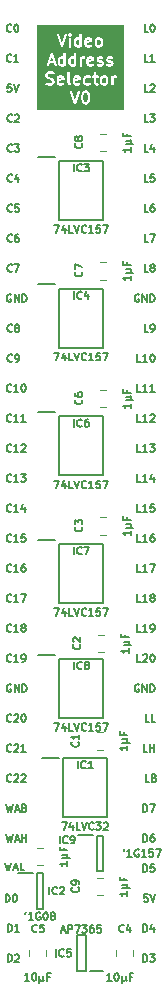
<source format=gbr>
%TF.GenerationSoftware,KiCad,Pcbnew,7.0.5*%
%TF.CreationDate,2024-01-24T07:17:00+02:00*%
%TF.ProjectId,Video Address Selector,56696465-6f20-4416-9464-726573732053,rev?*%
%TF.SameCoordinates,Original*%
%TF.FileFunction,Legend,Top*%
%TF.FilePolarity,Positive*%
%FSLAX46Y46*%
G04 Gerber Fmt 4.6, Leading zero omitted, Abs format (unit mm)*
G04 Created by KiCad (PCBNEW 7.0.5) date 2024-01-24 07:17:00*
%MOMM*%
%LPD*%
G01*
G04 APERTURE LIST*
%ADD10C,0.150000*%
%ADD11C,0.200000*%
%ADD12C,0.120000*%
G04 APERTURE END LIST*
D10*
X127729839Y-117125963D02*
X127427458Y-117125963D01*
X127427458Y-117125963D02*
X127427458Y-116490963D01*
X128153173Y-116793344D02*
X128243887Y-116823582D01*
X128243887Y-116823582D02*
X128274125Y-116853820D01*
X128274125Y-116853820D02*
X128304363Y-116914296D01*
X128304363Y-116914296D02*
X128304363Y-117005010D01*
X128304363Y-117005010D02*
X128274125Y-117065486D01*
X128274125Y-117065486D02*
X128243887Y-117095725D01*
X128243887Y-117095725D02*
X128183411Y-117125963D01*
X128183411Y-117125963D02*
X127941506Y-117125963D01*
X127941506Y-117125963D02*
X127941506Y-116490963D01*
X127941506Y-116490963D02*
X128153173Y-116490963D01*
X128153173Y-116490963D02*
X128213649Y-116521201D01*
X128213649Y-116521201D02*
X128243887Y-116551439D01*
X128243887Y-116551439D02*
X128274125Y-116611915D01*
X128274125Y-116611915D02*
X128274125Y-116672391D01*
X128274125Y-116672391D02*
X128243887Y-116732867D01*
X128243887Y-116732867D02*
X128213649Y-116763105D01*
X128213649Y-116763105D02*
X128153173Y-116793344D01*
X128153173Y-116793344D02*
X127941506Y-116793344D01*
X127572601Y-114585963D02*
X127270220Y-114585963D01*
X127270220Y-114585963D02*
X127270220Y-113950963D01*
X127784268Y-114585963D02*
X127784268Y-113950963D01*
X127784268Y-114253344D02*
X128147125Y-114253344D01*
X128147125Y-114585963D02*
X128147125Y-113950963D01*
X127723791Y-112045963D02*
X127421410Y-112045963D01*
X127421410Y-112045963D02*
X127421410Y-111410963D01*
X128237839Y-112045963D02*
X127935458Y-112045963D01*
X127935458Y-112045963D02*
X127935458Y-111410963D01*
X127028315Y-84105963D02*
X126725934Y-84105963D01*
X126725934Y-84105963D02*
X126725934Y-83470963D01*
X127572601Y-84105963D02*
X127209744Y-84105963D01*
X127391172Y-84105963D02*
X127391172Y-83470963D01*
X127391172Y-83470963D02*
X127330696Y-83561677D01*
X127330696Y-83561677D02*
X127270220Y-83622153D01*
X127270220Y-83622153D02*
X127209744Y-83652391D01*
X128177363Y-84105963D02*
X127814506Y-84105963D01*
X127995934Y-84105963D02*
X127995934Y-83470963D01*
X127995934Y-83470963D02*
X127935458Y-83561677D01*
X127935458Y-83561677D02*
X127874982Y-83622153D01*
X127874982Y-83622153D02*
X127814506Y-83652391D01*
X127028315Y-101885963D02*
X126725934Y-101885963D01*
X126725934Y-101885963D02*
X126725934Y-101250963D01*
X127572601Y-101885963D02*
X127209744Y-101885963D01*
X127391172Y-101885963D02*
X127391172Y-101250963D01*
X127391172Y-101250963D02*
X127330696Y-101341677D01*
X127330696Y-101341677D02*
X127270220Y-101402153D01*
X127270220Y-101402153D02*
X127209744Y-101432391D01*
X127935458Y-101523105D02*
X127874982Y-101492867D01*
X127874982Y-101492867D02*
X127844744Y-101462629D01*
X127844744Y-101462629D02*
X127814506Y-101402153D01*
X127814506Y-101402153D02*
X127814506Y-101371915D01*
X127814506Y-101371915D02*
X127844744Y-101311439D01*
X127844744Y-101311439D02*
X127874982Y-101281201D01*
X127874982Y-101281201D02*
X127935458Y-101250963D01*
X127935458Y-101250963D02*
X128056411Y-101250963D01*
X128056411Y-101250963D02*
X128116887Y-101281201D01*
X128116887Y-101281201D02*
X128147125Y-101311439D01*
X128147125Y-101311439D02*
X128177363Y-101371915D01*
X128177363Y-101371915D02*
X128177363Y-101402153D01*
X128177363Y-101402153D02*
X128147125Y-101462629D01*
X128147125Y-101462629D02*
X128116887Y-101492867D01*
X128116887Y-101492867D02*
X128056411Y-101523105D01*
X128056411Y-101523105D02*
X127935458Y-101523105D01*
X127935458Y-101523105D02*
X127874982Y-101553344D01*
X127874982Y-101553344D02*
X127844744Y-101583582D01*
X127844744Y-101583582D02*
X127814506Y-101644058D01*
X127814506Y-101644058D02*
X127814506Y-101765010D01*
X127814506Y-101765010D02*
X127844744Y-101825486D01*
X127844744Y-101825486D02*
X127874982Y-101855725D01*
X127874982Y-101855725D02*
X127935458Y-101885963D01*
X127935458Y-101885963D02*
X128056411Y-101885963D01*
X128056411Y-101885963D02*
X128116887Y-101855725D01*
X128116887Y-101855725D02*
X128147125Y-101825486D01*
X128147125Y-101825486D02*
X128177363Y-101765010D01*
X128177363Y-101765010D02*
X128177363Y-101644058D01*
X128177363Y-101644058D02*
X128147125Y-101583582D01*
X128147125Y-101583582D02*
X128116887Y-101553344D01*
X128116887Y-101553344D02*
X128056411Y-101523105D01*
X116055731Y-104365486D02*
X116025493Y-104395725D01*
X116025493Y-104395725D02*
X115934779Y-104425963D01*
X115934779Y-104425963D02*
X115874303Y-104425963D01*
X115874303Y-104425963D02*
X115783588Y-104395725D01*
X115783588Y-104395725D02*
X115723112Y-104335248D01*
X115723112Y-104335248D02*
X115692874Y-104274772D01*
X115692874Y-104274772D02*
X115662636Y-104153820D01*
X115662636Y-104153820D02*
X115662636Y-104063105D01*
X115662636Y-104063105D02*
X115692874Y-103942153D01*
X115692874Y-103942153D02*
X115723112Y-103881677D01*
X115723112Y-103881677D02*
X115783588Y-103821201D01*
X115783588Y-103821201D02*
X115874303Y-103790963D01*
X115874303Y-103790963D02*
X115934779Y-103790963D01*
X115934779Y-103790963D02*
X116025493Y-103821201D01*
X116025493Y-103821201D02*
X116055731Y-103851439D01*
X116660493Y-104425963D02*
X116297636Y-104425963D01*
X116479064Y-104425963D02*
X116479064Y-103790963D01*
X116479064Y-103790963D02*
X116418588Y-103881677D01*
X116418588Y-103881677D02*
X116358112Y-103942153D01*
X116358112Y-103942153D02*
X116297636Y-103972391D01*
X117023350Y-104063105D02*
X116962874Y-104032867D01*
X116962874Y-104032867D02*
X116932636Y-104002629D01*
X116932636Y-104002629D02*
X116902398Y-103942153D01*
X116902398Y-103942153D02*
X116902398Y-103911915D01*
X116902398Y-103911915D02*
X116932636Y-103851439D01*
X116932636Y-103851439D02*
X116962874Y-103821201D01*
X116962874Y-103821201D02*
X117023350Y-103790963D01*
X117023350Y-103790963D02*
X117144303Y-103790963D01*
X117144303Y-103790963D02*
X117204779Y-103821201D01*
X117204779Y-103821201D02*
X117235017Y-103851439D01*
X117235017Y-103851439D02*
X117265255Y-103911915D01*
X117265255Y-103911915D02*
X117265255Y-103942153D01*
X117265255Y-103942153D02*
X117235017Y-104002629D01*
X117235017Y-104002629D02*
X117204779Y-104032867D01*
X117204779Y-104032867D02*
X117144303Y-104063105D01*
X117144303Y-104063105D02*
X117023350Y-104063105D01*
X117023350Y-104063105D02*
X116962874Y-104093344D01*
X116962874Y-104093344D02*
X116932636Y-104123582D01*
X116932636Y-104123582D02*
X116902398Y-104184058D01*
X116902398Y-104184058D02*
X116902398Y-104305010D01*
X116902398Y-104305010D02*
X116932636Y-104365486D01*
X116932636Y-104365486D02*
X116962874Y-104395725D01*
X116962874Y-104395725D02*
X117023350Y-104425963D01*
X117023350Y-104425963D02*
X117144303Y-104425963D01*
X117144303Y-104425963D02*
X117204779Y-104395725D01*
X117204779Y-104395725D02*
X117235017Y-104365486D01*
X117235017Y-104365486D02*
X117265255Y-104305010D01*
X117265255Y-104305010D02*
X117265255Y-104184058D01*
X117265255Y-104184058D02*
X117235017Y-104123582D01*
X117235017Y-104123582D02*
X117204779Y-104093344D01*
X117204779Y-104093344D02*
X117144303Y-104063105D01*
X126846887Y-75881201D02*
X126786411Y-75850963D01*
X126786411Y-75850963D02*
X126695697Y-75850963D01*
X126695697Y-75850963D02*
X126604982Y-75881201D01*
X126604982Y-75881201D02*
X126544506Y-75941677D01*
X126544506Y-75941677D02*
X126514268Y-76002153D01*
X126514268Y-76002153D02*
X126484030Y-76123105D01*
X126484030Y-76123105D02*
X126484030Y-76213820D01*
X126484030Y-76213820D02*
X126514268Y-76334772D01*
X126514268Y-76334772D02*
X126544506Y-76395248D01*
X126544506Y-76395248D02*
X126604982Y-76455725D01*
X126604982Y-76455725D02*
X126695697Y-76485963D01*
X126695697Y-76485963D02*
X126756173Y-76485963D01*
X126756173Y-76485963D02*
X126846887Y-76455725D01*
X126846887Y-76455725D02*
X126877125Y-76425486D01*
X126877125Y-76425486D02*
X126877125Y-76213820D01*
X126877125Y-76213820D02*
X126756173Y-76213820D01*
X127149268Y-76485963D02*
X127149268Y-75850963D01*
X127149268Y-75850963D02*
X127512125Y-76485963D01*
X127512125Y-76485963D02*
X127512125Y-75850963D01*
X127814506Y-76485963D02*
X127814506Y-75850963D01*
X127814506Y-75850963D02*
X127965696Y-75850963D01*
X127965696Y-75850963D02*
X128056411Y-75881201D01*
X128056411Y-75881201D02*
X128116887Y-75941677D01*
X128116887Y-75941677D02*
X128147125Y-76002153D01*
X128147125Y-76002153D02*
X128177363Y-76123105D01*
X128177363Y-76123105D02*
X128177363Y-76213820D01*
X128177363Y-76213820D02*
X128147125Y-76334772D01*
X128147125Y-76334772D02*
X128116887Y-76395248D01*
X128116887Y-76395248D02*
X128056411Y-76455725D01*
X128056411Y-76455725D02*
X127965696Y-76485963D01*
X127965696Y-76485963D02*
X127814506Y-76485963D01*
X127028315Y-94265963D02*
X126725934Y-94265963D01*
X126725934Y-94265963D02*
X126725934Y-93630963D01*
X127572601Y-94265963D02*
X127209744Y-94265963D01*
X127391172Y-94265963D02*
X127391172Y-93630963D01*
X127391172Y-93630963D02*
X127330696Y-93721677D01*
X127330696Y-93721677D02*
X127270220Y-93782153D01*
X127270220Y-93782153D02*
X127209744Y-93812391D01*
X128147125Y-93630963D02*
X127844744Y-93630963D01*
X127844744Y-93630963D02*
X127814506Y-93933344D01*
X127814506Y-93933344D02*
X127844744Y-93903105D01*
X127844744Y-93903105D02*
X127905220Y-93872867D01*
X127905220Y-93872867D02*
X128056411Y-93872867D01*
X128056411Y-93872867D02*
X128116887Y-93903105D01*
X128116887Y-93903105D02*
X128147125Y-93933344D01*
X128147125Y-93933344D02*
X128177363Y-93993820D01*
X128177363Y-93993820D02*
X128177363Y-94145010D01*
X128177363Y-94145010D02*
X128147125Y-94205486D01*
X128147125Y-94205486D02*
X128116887Y-94235725D01*
X128116887Y-94235725D02*
X128056411Y-94265963D01*
X128056411Y-94265963D02*
X127905220Y-94265963D01*
X127905220Y-94265963D02*
X127844744Y-94235725D01*
X127844744Y-94235725D02*
X127814506Y-94205486D01*
X116055731Y-117065486D02*
X116025493Y-117095725D01*
X116025493Y-117095725D02*
X115934779Y-117125963D01*
X115934779Y-117125963D02*
X115874303Y-117125963D01*
X115874303Y-117125963D02*
X115783588Y-117095725D01*
X115783588Y-117095725D02*
X115723112Y-117035248D01*
X115723112Y-117035248D02*
X115692874Y-116974772D01*
X115692874Y-116974772D02*
X115662636Y-116853820D01*
X115662636Y-116853820D02*
X115662636Y-116763105D01*
X115662636Y-116763105D02*
X115692874Y-116642153D01*
X115692874Y-116642153D02*
X115723112Y-116581677D01*
X115723112Y-116581677D02*
X115783588Y-116521201D01*
X115783588Y-116521201D02*
X115874303Y-116490963D01*
X115874303Y-116490963D02*
X115934779Y-116490963D01*
X115934779Y-116490963D02*
X116025493Y-116521201D01*
X116025493Y-116521201D02*
X116055731Y-116551439D01*
X116297636Y-116551439D02*
X116327874Y-116521201D01*
X116327874Y-116521201D02*
X116388350Y-116490963D01*
X116388350Y-116490963D02*
X116539541Y-116490963D01*
X116539541Y-116490963D02*
X116600017Y-116521201D01*
X116600017Y-116521201D02*
X116630255Y-116551439D01*
X116630255Y-116551439D02*
X116660493Y-116611915D01*
X116660493Y-116611915D02*
X116660493Y-116672391D01*
X116660493Y-116672391D02*
X116630255Y-116763105D01*
X116630255Y-116763105D02*
X116267398Y-117125963D01*
X116267398Y-117125963D02*
X116660493Y-117125963D01*
X116902398Y-116551439D02*
X116932636Y-116521201D01*
X116932636Y-116521201D02*
X116993112Y-116490963D01*
X116993112Y-116490963D02*
X117144303Y-116490963D01*
X117144303Y-116490963D02*
X117204779Y-116521201D01*
X117204779Y-116521201D02*
X117235017Y-116551439D01*
X117235017Y-116551439D02*
X117265255Y-116611915D01*
X117265255Y-116611915D02*
X117265255Y-116672391D01*
X117265255Y-116672391D02*
X117235017Y-116763105D01*
X117235017Y-116763105D02*
X116872160Y-117125963D01*
X116872160Y-117125963D02*
X117265255Y-117125963D01*
X127633077Y-79025963D02*
X127330696Y-79025963D01*
X127330696Y-79025963D02*
X127330696Y-78390963D01*
X127874982Y-79025963D02*
X127995934Y-79025963D01*
X127995934Y-79025963D02*
X128056411Y-78995725D01*
X128056411Y-78995725D02*
X128086649Y-78965486D01*
X128086649Y-78965486D02*
X128147125Y-78874772D01*
X128147125Y-78874772D02*
X128177363Y-78753820D01*
X128177363Y-78753820D02*
X128177363Y-78511915D01*
X128177363Y-78511915D02*
X128147125Y-78451439D01*
X128147125Y-78451439D02*
X128116887Y-78421201D01*
X128116887Y-78421201D02*
X128056411Y-78390963D01*
X128056411Y-78390963D02*
X127935458Y-78390963D01*
X127935458Y-78390963D02*
X127874982Y-78421201D01*
X127874982Y-78421201D02*
X127844744Y-78451439D01*
X127844744Y-78451439D02*
X127814506Y-78511915D01*
X127814506Y-78511915D02*
X127814506Y-78663105D01*
X127814506Y-78663105D02*
X127844744Y-78723582D01*
X127844744Y-78723582D02*
X127874982Y-78753820D01*
X127874982Y-78753820D02*
X127935458Y-78784058D01*
X127935458Y-78784058D02*
X128056411Y-78784058D01*
X128056411Y-78784058D02*
X128116887Y-78753820D01*
X128116887Y-78753820D02*
X128147125Y-78723582D01*
X128147125Y-78723582D02*
X128177363Y-78663105D01*
X127028315Y-104425963D02*
X126725934Y-104425963D01*
X126725934Y-104425963D02*
X126725934Y-103790963D01*
X127572601Y-104425963D02*
X127209744Y-104425963D01*
X127391172Y-104425963D02*
X127391172Y-103790963D01*
X127391172Y-103790963D02*
X127330696Y-103881677D01*
X127330696Y-103881677D02*
X127270220Y-103942153D01*
X127270220Y-103942153D02*
X127209744Y-103972391D01*
X127874982Y-104425963D02*
X127995934Y-104425963D01*
X127995934Y-104425963D02*
X128056411Y-104395725D01*
X128056411Y-104395725D02*
X128086649Y-104365486D01*
X128086649Y-104365486D02*
X128147125Y-104274772D01*
X128147125Y-104274772D02*
X128177363Y-104153820D01*
X128177363Y-104153820D02*
X128177363Y-103911915D01*
X128177363Y-103911915D02*
X128147125Y-103851439D01*
X128147125Y-103851439D02*
X128116887Y-103821201D01*
X128116887Y-103821201D02*
X128056411Y-103790963D01*
X128056411Y-103790963D02*
X127935458Y-103790963D01*
X127935458Y-103790963D02*
X127874982Y-103821201D01*
X127874982Y-103821201D02*
X127844744Y-103851439D01*
X127844744Y-103851439D02*
X127814506Y-103911915D01*
X127814506Y-103911915D02*
X127814506Y-104063105D01*
X127814506Y-104063105D02*
X127844744Y-104123582D01*
X127844744Y-104123582D02*
X127874982Y-104153820D01*
X127874982Y-104153820D02*
X127935458Y-104184058D01*
X127935458Y-104184058D02*
X128056411Y-104184058D01*
X128056411Y-104184058D02*
X128116887Y-104153820D01*
X128116887Y-104153820D02*
X128147125Y-104123582D01*
X128147125Y-104123582D02*
X128177363Y-104063105D01*
X127209744Y-124745963D02*
X127209744Y-124110963D01*
X127209744Y-124110963D02*
X127360934Y-124110963D01*
X127360934Y-124110963D02*
X127451649Y-124141201D01*
X127451649Y-124141201D02*
X127512125Y-124201677D01*
X127512125Y-124201677D02*
X127542363Y-124262153D01*
X127542363Y-124262153D02*
X127572601Y-124383105D01*
X127572601Y-124383105D02*
X127572601Y-124473820D01*
X127572601Y-124473820D02*
X127542363Y-124594772D01*
X127542363Y-124594772D02*
X127512125Y-124655248D01*
X127512125Y-124655248D02*
X127451649Y-124715725D01*
X127451649Y-124715725D02*
X127360934Y-124745963D01*
X127360934Y-124745963D02*
X127209744Y-124745963D01*
X128147125Y-124110963D02*
X127844744Y-124110963D01*
X127844744Y-124110963D02*
X127814506Y-124413344D01*
X127814506Y-124413344D02*
X127844744Y-124383105D01*
X127844744Y-124383105D02*
X127905220Y-124352867D01*
X127905220Y-124352867D02*
X128056411Y-124352867D01*
X128056411Y-124352867D02*
X128116887Y-124383105D01*
X128116887Y-124383105D02*
X128147125Y-124413344D01*
X128147125Y-124413344D02*
X128177363Y-124473820D01*
X128177363Y-124473820D02*
X128177363Y-124625010D01*
X128177363Y-124625010D02*
X128147125Y-124685486D01*
X128147125Y-124685486D02*
X128116887Y-124715725D01*
X128116887Y-124715725D02*
X128056411Y-124745963D01*
X128056411Y-124745963D02*
X127905220Y-124745963D01*
X127905220Y-124745963D02*
X127844744Y-124715725D01*
X127844744Y-124715725D02*
X127814506Y-124685486D01*
X127633077Y-68865963D02*
X127330696Y-68865963D01*
X127330696Y-68865963D02*
X127330696Y-68230963D01*
X128116887Y-68230963D02*
X127995934Y-68230963D01*
X127995934Y-68230963D02*
X127935458Y-68261201D01*
X127935458Y-68261201D02*
X127905220Y-68291439D01*
X127905220Y-68291439D02*
X127844744Y-68382153D01*
X127844744Y-68382153D02*
X127814506Y-68503105D01*
X127814506Y-68503105D02*
X127814506Y-68745010D01*
X127814506Y-68745010D02*
X127844744Y-68805486D01*
X127844744Y-68805486D02*
X127874982Y-68835725D01*
X127874982Y-68835725D02*
X127935458Y-68865963D01*
X127935458Y-68865963D02*
X128056411Y-68865963D01*
X128056411Y-68865963D02*
X128116887Y-68835725D01*
X128116887Y-68835725D02*
X128147125Y-68805486D01*
X128147125Y-68805486D02*
X128177363Y-68745010D01*
X128177363Y-68745010D02*
X128177363Y-68593820D01*
X128177363Y-68593820D02*
X128147125Y-68533344D01*
X128147125Y-68533344D02*
X128116887Y-68503105D01*
X128116887Y-68503105D02*
X128056411Y-68472867D01*
X128056411Y-68472867D02*
X127935458Y-68472867D01*
X127935458Y-68472867D02*
X127874982Y-68503105D01*
X127874982Y-68503105D02*
X127844744Y-68533344D01*
X127844744Y-68533344D02*
X127814506Y-68593820D01*
X127209744Y-119665963D02*
X127209744Y-119030963D01*
X127209744Y-119030963D02*
X127360934Y-119030963D01*
X127360934Y-119030963D02*
X127451649Y-119061201D01*
X127451649Y-119061201D02*
X127512125Y-119121677D01*
X127512125Y-119121677D02*
X127542363Y-119182153D01*
X127542363Y-119182153D02*
X127572601Y-119303105D01*
X127572601Y-119303105D02*
X127572601Y-119393820D01*
X127572601Y-119393820D02*
X127542363Y-119514772D01*
X127542363Y-119514772D02*
X127512125Y-119575248D01*
X127512125Y-119575248D02*
X127451649Y-119635725D01*
X127451649Y-119635725D02*
X127360934Y-119665963D01*
X127360934Y-119665963D02*
X127209744Y-119665963D01*
X127784268Y-119030963D02*
X128207601Y-119030963D01*
X128207601Y-119030963D02*
X127935458Y-119665963D01*
X127633077Y-66325963D02*
X127330696Y-66325963D01*
X127330696Y-66325963D02*
X127330696Y-65690963D01*
X128147125Y-65690963D02*
X127844744Y-65690963D01*
X127844744Y-65690963D02*
X127814506Y-65993344D01*
X127814506Y-65993344D02*
X127844744Y-65963105D01*
X127844744Y-65963105D02*
X127905220Y-65932867D01*
X127905220Y-65932867D02*
X128056411Y-65932867D01*
X128056411Y-65932867D02*
X128116887Y-65963105D01*
X128116887Y-65963105D02*
X128147125Y-65993344D01*
X128147125Y-65993344D02*
X128177363Y-66053820D01*
X128177363Y-66053820D02*
X128177363Y-66205010D01*
X128177363Y-66205010D02*
X128147125Y-66265486D01*
X128147125Y-66265486D02*
X128116887Y-66295725D01*
X128116887Y-66295725D02*
X128056411Y-66325963D01*
X128056411Y-66325963D02*
X127905220Y-66325963D01*
X127905220Y-66325963D02*
X127844744Y-66295725D01*
X127844744Y-66295725D02*
X127814506Y-66265486D01*
X116106531Y-66265486D02*
X116076293Y-66295725D01*
X116076293Y-66295725D02*
X115985579Y-66325963D01*
X115985579Y-66325963D02*
X115925103Y-66325963D01*
X115925103Y-66325963D02*
X115834388Y-66295725D01*
X115834388Y-66295725D02*
X115773912Y-66235248D01*
X115773912Y-66235248D02*
X115743674Y-66174772D01*
X115743674Y-66174772D02*
X115713436Y-66053820D01*
X115713436Y-66053820D02*
X115713436Y-65963105D01*
X115713436Y-65963105D02*
X115743674Y-65842153D01*
X115743674Y-65842153D02*
X115773912Y-65781677D01*
X115773912Y-65781677D02*
X115834388Y-65721201D01*
X115834388Y-65721201D02*
X115925103Y-65690963D01*
X115925103Y-65690963D02*
X115985579Y-65690963D01*
X115985579Y-65690963D02*
X116076293Y-65721201D01*
X116076293Y-65721201D02*
X116106531Y-65751439D01*
X116650817Y-65902629D02*
X116650817Y-66325963D01*
X116499626Y-65660725D02*
X116348436Y-66114296D01*
X116348436Y-66114296D02*
X116741531Y-66114296D01*
X116106531Y-71345486D02*
X116076293Y-71375725D01*
X116076293Y-71375725D02*
X115985579Y-71405963D01*
X115985579Y-71405963D02*
X115925103Y-71405963D01*
X115925103Y-71405963D02*
X115834388Y-71375725D01*
X115834388Y-71375725D02*
X115773912Y-71315248D01*
X115773912Y-71315248D02*
X115743674Y-71254772D01*
X115743674Y-71254772D02*
X115713436Y-71133820D01*
X115713436Y-71133820D02*
X115713436Y-71043105D01*
X115713436Y-71043105D02*
X115743674Y-70922153D01*
X115743674Y-70922153D02*
X115773912Y-70861677D01*
X115773912Y-70861677D02*
X115834388Y-70801201D01*
X115834388Y-70801201D02*
X115925103Y-70770963D01*
X115925103Y-70770963D02*
X115985579Y-70770963D01*
X115985579Y-70770963D02*
X116076293Y-70801201D01*
X116076293Y-70801201D02*
X116106531Y-70831439D01*
X116650817Y-70770963D02*
X116529864Y-70770963D01*
X116529864Y-70770963D02*
X116469388Y-70801201D01*
X116469388Y-70801201D02*
X116439150Y-70831439D01*
X116439150Y-70831439D02*
X116378674Y-70922153D01*
X116378674Y-70922153D02*
X116348436Y-71043105D01*
X116348436Y-71043105D02*
X116348436Y-71285010D01*
X116348436Y-71285010D02*
X116378674Y-71345486D01*
X116378674Y-71345486D02*
X116408912Y-71375725D01*
X116408912Y-71375725D02*
X116469388Y-71405963D01*
X116469388Y-71405963D02*
X116590341Y-71405963D01*
X116590341Y-71405963D02*
X116650817Y-71375725D01*
X116650817Y-71375725D02*
X116681055Y-71345486D01*
X116681055Y-71345486D02*
X116711293Y-71285010D01*
X116711293Y-71285010D02*
X116711293Y-71133820D01*
X116711293Y-71133820D02*
X116681055Y-71073344D01*
X116681055Y-71073344D02*
X116650817Y-71043105D01*
X116650817Y-71043105D02*
X116590341Y-71012867D01*
X116590341Y-71012867D02*
X116469388Y-71012867D01*
X116469388Y-71012867D02*
X116408912Y-71043105D01*
X116408912Y-71043105D02*
X116378674Y-71073344D01*
X116378674Y-71073344D02*
X116348436Y-71133820D01*
X116025493Y-108901201D02*
X115965017Y-108870963D01*
X115965017Y-108870963D02*
X115874303Y-108870963D01*
X115874303Y-108870963D02*
X115783588Y-108901201D01*
X115783588Y-108901201D02*
X115723112Y-108961677D01*
X115723112Y-108961677D02*
X115692874Y-109022153D01*
X115692874Y-109022153D02*
X115662636Y-109143105D01*
X115662636Y-109143105D02*
X115662636Y-109233820D01*
X115662636Y-109233820D02*
X115692874Y-109354772D01*
X115692874Y-109354772D02*
X115723112Y-109415248D01*
X115723112Y-109415248D02*
X115783588Y-109475725D01*
X115783588Y-109475725D02*
X115874303Y-109505963D01*
X115874303Y-109505963D02*
X115934779Y-109505963D01*
X115934779Y-109505963D02*
X116025493Y-109475725D01*
X116025493Y-109475725D02*
X116055731Y-109445486D01*
X116055731Y-109445486D02*
X116055731Y-109233820D01*
X116055731Y-109233820D02*
X115934779Y-109233820D01*
X116327874Y-109505963D02*
X116327874Y-108870963D01*
X116327874Y-108870963D02*
X116690731Y-109505963D01*
X116690731Y-109505963D02*
X116690731Y-108870963D01*
X116993112Y-109505963D02*
X116993112Y-108870963D01*
X116993112Y-108870963D02*
X117144302Y-108870963D01*
X117144302Y-108870963D02*
X117235017Y-108901201D01*
X117235017Y-108901201D02*
X117295493Y-108961677D01*
X117295493Y-108961677D02*
X117325731Y-109022153D01*
X117325731Y-109022153D02*
X117355969Y-109143105D01*
X117355969Y-109143105D02*
X117355969Y-109233820D01*
X117355969Y-109233820D02*
X117325731Y-109354772D01*
X117325731Y-109354772D02*
X117295493Y-109415248D01*
X117295493Y-109415248D02*
X117235017Y-109475725D01*
X117235017Y-109475725D02*
X117144302Y-109505963D01*
X117144302Y-109505963D02*
X116993112Y-109505963D01*
X116106531Y-78965486D02*
X116076293Y-78995725D01*
X116076293Y-78995725D02*
X115985579Y-79025963D01*
X115985579Y-79025963D02*
X115925103Y-79025963D01*
X115925103Y-79025963D02*
X115834388Y-78995725D01*
X115834388Y-78995725D02*
X115773912Y-78935248D01*
X115773912Y-78935248D02*
X115743674Y-78874772D01*
X115743674Y-78874772D02*
X115713436Y-78753820D01*
X115713436Y-78753820D02*
X115713436Y-78663105D01*
X115713436Y-78663105D02*
X115743674Y-78542153D01*
X115743674Y-78542153D02*
X115773912Y-78481677D01*
X115773912Y-78481677D02*
X115834388Y-78421201D01*
X115834388Y-78421201D02*
X115925103Y-78390963D01*
X115925103Y-78390963D02*
X115985579Y-78390963D01*
X115985579Y-78390963D02*
X116076293Y-78421201D01*
X116076293Y-78421201D02*
X116106531Y-78451439D01*
X116469388Y-78663105D02*
X116408912Y-78632867D01*
X116408912Y-78632867D02*
X116378674Y-78602629D01*
X116378674Y-78602629D02*
X116348436Y-78542153D01*
X116348436Y-78542153D02*
X116348436Y-78511915D01*
X116348436Y-78511915D02*
X116378674Y-78451439D01*
X116378674Y-78451439D02*
X116408912Y-78421201D01*
X116408912Y-78421201D02*
X116469388Y-78390963D01*
X116469388Y-78390963D02*
X116590341Y-78390963D01*
X116590341Y-78390963D02*
X116650817Y-78421201D01*
X116650817Y-78421201D02*
X116681055Y-78451439D01*
X116681055Y-78451439D02*
X116711293Y-78511915D01*
X116711293Y-78511915D02*
X116711293Y-78542153D01*
X116711293Y-78542153D02*
X116681055Y-78602629D01*
X116681055Y-78602629D02*
X116650817Y-78632867D01*
X116650817Y-78632867D02*
X116590341Y-78663105D01*
X116590341Y-78663105D02*
X116469388Y-78663105D01*
X116469388Y-78663105D02*
X116408912Y-78693344D01*
X116408912Y-78693344D02*
X116378674Y-78723582D01*
X116378674Y-78723582D02*
X116348436Y-78784058D01*
X116348436Y-78784058D02*
X116348436Y-78905010D01*
X116348436Y-78905010D02*
X116378674Y-78965486D01*
X116378674Y-78965486D02*
X116408912Y-78995725D01*
X116408912Y-78995725D02*
X116469388Y-79025963D01*
X116469388Y-79025963D02*
X116590341Y-79025963D01*
X116590341Y-79025963D02*
X116650817Y-78995725D01*
X116650817Y-78995725D02*
X116681055Y-78965486D01*
X116681055Y-78965486D02*
X116711293Y-78905010D01*
X116711293Y-78905010D02*
X116711293Y-78784058D01*
X116711293Y-78784058D02*
X116681055Y-78723582D01*
X116681055Y-78723582D02*
X116650817Y-78693344D01*
X116650817Y-78693344D02*
X116590341Y-78663105D01*
X116106531Y-61185486D02*
X116076293Y-61215725D01*
X116076293Y-61215725D02*
X115985579Y-61245963D01*
X115985579Y-61245963D02*
X115925103Y-61245963D01*
X115925103Y-61245963D02*
X115834388Y-61215725D01*
X115834388Y-61215725D02*
X115773912Y-61155248D01*
X115773912Y-61155248D02*
X115743674Y-61094772D01*
X115743674Y-61094772D02*
X115713436Y-60973820D01*
X115713436Y-60973820D02*
X115713436Y-60883105D01*
X115713436Y-60883105D02*
X115743674Y-60762153D01*
X115743674Y-60762153D02*
X115773912Y-60701677D01*
X115773912Y-60701677D02*
X115834388Y-60641201D01*
X115834388Y-60641201D02*
X115925103Y-60610963D01*
X115925103Y-60610963D02*
X115985579Y-60610963D01*
X115985579Y-60610963D02*
X116076293Y-60641201D01*
X116076293Y-60641201D02*
X116106531Y-60671439D01*
X116348436Y-60671439D02*
X116378674Y-60641201D01*
X116378674Y-60641201D02*
X116439150Y-60610963D01*
X116439150Y-60610963D02*
X116590341Y-60610963D01*
X116590341Y-60610963D02*
X116650817Y-60641201D01*
X116650817Y-60641201D02*
X116681055Y-60671439D01*
X116681055Y-60671439D02*
X116711293Y-60731915D01*
X116711293Y-60731915D02*
X116711293Y-60792391D01*
X116711293Y-60792391D02*
X116681055Y-60883105D01*
X116681055Y-60883105D02*
X116318198Y-61245963D01*
X116318198Y-61245963D02*
X116711293Y-61245963D01*
X116055731Y-84045486D02*
X116025493Y-84075725D01*
X116025493Y-84075725D02*
X115934779Y-84105963D01*
X115934779Y-84105963D02*
X115874303Y-84105963D01*
X115874303Y-84105963D02*
X115783588Y-84075725D01*
X115783588Y-84075725D02*
X115723112Y-84015248D01*
X115723112Y-84015248D02*
X115692874Y-83954772D01*
X115692874Y-83954772D02*
X115662636Y-83833820D01*
X115662636Y-83833820D02*
X115662636Y-83743105D01*
X115662636Y-83743105D02*
X115692874Y-83622153D01*
X115692874Y-83622153D02*
X115723112Y-83561677D01*
X115723112Y-83561677D02*
X115783588Y-83501201D01*
X115783588Y-83501201D02*
X115874303Y-83470963D01*
X115874303Y-83470963D02*
X115934779Y-83470963D01*
X115934779Y-83470963D02*
X116025493Y-83501201D01*
X116025493Y-83501201D02*
X116055731Y-83531439D01*
X116660493Y-84105963D02*
X116297636Y-84105963D01*
X116479064Y-84105963D02*
X116479064Y-83470963D01*
X116479064Y-83470963D02*
X116418588Y-83561677D01*
X116418588Y-83561677D02*
X116358112Y-83622153D01*
X116358112Y-83622153D02*
X116297636Y-83652391D01*
X117053588Y-83470963D02*
X117114065Y-83470963D01*
X117114065Y-83470963D02*
X117174541Y-83501201D01*
X117174541Y-83501201D02*
X117204779Y-83531439D01*
X117204779Y-83531439D02*
X117235017Y-83591915D01*
X117235017Y-83591915D02*
X117265255Y-83712867D01*
X117265255Y-83712867D02*
X117265255Y-83864058D01*
X117265255Y-83864058D02*
X117235017Y-83985010D01*
X117235017Y-83985010D02*
X117204779Y-84045486D01*
X117204779Y-84045486D02*
X117174541Y-84075725D01*
X117174541Y-84075725D02*
X117114065Y-84105963D01*
X117114065Y-84105963D02*
X117053588Y-84105963D01*
X117053588Y-84105963D02*
X116993112Y-84075725D01*
X116993112Y-84075725D02*
X116962874Y-84045486D01*
X116962874Y-84045486D02*
X116932636Y-83985010D01*
X116932636Y-83985010D02*
X116902398Y-83864058D01*
X116902398Y-83864058D02*
X116902398Y-83712867D01*
X116902398Y-83712867D02*
X116932636Y-83591915D01*
X116932636Y-83591915D02*
X116962874Y-83531439D01*
X116962874Y-83531439D02*
X116993112Y-83501201D01*
X116993112Y-83501201D02*
X117053588Y-83470963D01*
X127633077Y-58705963D02*
X127330696Y-58705963D01*
X127330696Y-58705963D02*
X127330696Y-58070963D01*
X127814506Y-58131439D02*
X127844744Y-58101201D01*
X127844744Y-58101201D02*
X127905220Y-58070963D01*
X127905220Y-58070963D02*
X128056411Y-58070963D01*
X128056411Y-58070963D02*
X128116887Y-58101201D01*
X128116887Y-58101201D02*
X128147125Y-58131439D01*
X128147125Y-58131439D02*
X128177363Y-58191915D01*
X128177363Y-58191915D02*
X128177363Y-58252391D01*
X128177363Y-58252391D02*
X128147125Y-58343105D01*
X128147125Y-58343105D02*
X127784268Y-58705963D01*
X127784268Y-58705963D02*
X128177363Y-58705963D01*
X127028315Y-81565963D02*
X126725934Y-81565963D01*
X126725934Y-81565963D02*
X126725934Y-80930963D01*
X127572601Y-81565963D02*
X127209744Y-81565963D01*
X127391172Y-81565963D02*
X127391172Y-80930963D01*
X127391172Y-80930963D02*
X127330696Y-81021677D01*
X127330696Y-81021677D02*
X127270220Y-81082153D01*
X127270220Y-81082153D02*
X127209744Y-81112391D01*
X127965696Y-80930963D02*
X128026173Y-80930963D01*
X128026173Y-80930963D02*
X128086649Y-80961201D01*
X128086649Y-80961201D02*
X128116887Y-80991439D01*
X128116887Y-80991439D02*
X128147125Y-81051915D01*
X128147125Y-81051915D02*
X128177363Y-81172867D01*
X128177363Y-81172867D02*
X128177363Y-81324058D01*
X128177363Y-81324058D02*
X128147125Y-81445010D01*
X128147125Y-81445010D02*
X128116887Y-81505486D01*
X128116887Y-81505486D02*
X128086649Y-81535725D01*
X128086649Y-81535725D02*
X128026173Y-81565963D01*
X128026173Y-81565963D02*
X127965696Y-81565963D01*
X127965696Y-81565963D02*
X127905220Y-81535725D01*
X127905220Y-81535725D02*
X127874982Y-81505486D01*
X127874982Y-81505486D02*
X127844744Y-81445010D01*
X127844744Y-81445010D02*
X127814506Y-81324058D01*
X127814506Y-81324058D02*
X127814506Y-81172867D01*
X127814506Y-81172867D02*
X127844744Y-81051915D01*
X127844744Y-81051915D02*
X127874982Y-80991439D01*
X127874982Y-80991439D02*
X127905220Y-80961201D01*
X127905220Y-80961201D02*
X127965696Y-80930963D01*
X116055731Y-91665486D02*
X116025493Y-91695725D01*
X116025493Y-91695725D02*
X115934779Y-91725963D01*
X115934779Y-91725963D02*
X115874303Y-91725963D01*
X115874303Y-91725963D02*
X115783588Y-91695725D01*
X115783588Y-91695725D02*
X115723112Y-91635248D01*
X115723112Y-91635248D02*
X115692874Y-91574772D01*
X115692874Y-91574772D02*
X115662636Y-91453820D01*
X115662636Y-91453820D02*
X115662636Y-91363105D01*
X115662636Y-91363105D02*
X115692874Y-91242153D01*
X115692874Y-91242153D02*
X115723112Y-91181677D01*
X115723112Y-91181677D02*
X115783588Y-91121201D01*
X115783588Y-91121201D02*
X115874303Y-91090963D01*
X115874303Y-91090963D02*
X115934779Y-91090963D01*
X115934779Y-91090963D02*
X116025493Y-91121201D01*
X116025493Y-91121201D02*
X116055731Y-91151439D01*
X116660493Y-91725963D02*
X116297636Y-91725963D01*
X116479064Y-91725963D02*
X116479064Y-91090963D01*
X116479064Y-91090963D02*
X116418588Y-91181677D01*
X116418588Y-91181677D02*
X116358112Y-91242153D01*
X116358112Y-91242153D02*
X116297636Y-91272391D01*
X116872160Y-91090963D02*
X117265255Y-91090963D01*
X117265255Y-91090963D02*
X117053588Y-91332867D01*
X117053588Y-91332867D02*
X117144303Y-91332867D01*
X117144303Y-91332867D02*
X117204779Y-91363105D01*
X117204779Y-91363105D02*
X117235017Y-91393344D01*
X117235017Y-91393344D02*
X117265255Y-91453820D01*
X117265255Y-91453820D02*
X117265255Y-91605010D01*
X117265255Y-91605010D02*
X117235017Y-91665486D01*
X117235017Y-91665486D02*
X117204779Y-91695725D01*
X117204779Y-91695725D02*
X117144303Y-91725963D01*
X117144303Y-91725963D02*
X116962874Y-91725963D01*
X116962874Y-91725963D02*
X116902398Y-91695725D01*
X116902398Y-91695725D02*
X116872160Y-91665486D01*
X115743674Y-132365963D02*
X115743674Y-131730963D01*
X115743674Y-131730963D02*
X115894864Y-131730963D01*
X115894864Y-131730963D02*
X115985579Y-131761201D01*
X115985579Y-131761201D02*
X116046055Y-131821677D01*
X116046055Y-131821677D02*
X116076293Y-131882153D01*
X116076293Y-131882153D02*
X116106531Y-132003105D01*
X116106531Y-132003105D02*
X116106531Y-132093820D01*
X116106531Y-132093820D02*
X116076293Y-132214772D01*
X116076293Y-132214772D02*
X116046055Y-132275248D01*
X116046055Y-132275248D02*
X115985579Y-132335725D01*
X115985579Y-132335725D02*
X115894864Y-132365963D01*
X115894864Y-132365963D02*
X115743674Y-132365963D01*
X116348436Y-131791439D02*
X116378674Y-131761201D01*
X116378674Y-131761201D02*
X116439150Y-131730963D01*
X116439150Y-131730963D02*
X116590341Y-131730963D01*
X116590341Y-131730963D02*
X116650817Y-131761201D01*
X116650817Y-131761201D02*
X116681055Y-131791439D01*
X116681055Y-131791439D02*
X116711293Y-131851915D01*
X116711293Y-131851915D02*
X116711293Y-131912391D01*
X116711293Y-131912391D02*
X116681055Y-132003105D01*
X116681055Y-132003105D02*
X116318198Y-132365963D01*
X116318198Y-132365963D02*
X116711293Y-132365963D01*
D11*
G36*
X122432192Y-58814023D02*
G01*
X122456862Y-58838692D01*
X122492313Y-58909596D01*
X122534285Y-59077481D01*
X122534285Y-59290953D01*
X122492312Y-59458842D01*
X122456862Y-59529743D01*
X122432191Y-59554414D01*
X122372584Y-59584219D01*
X122324558Y-59584219D01*
X122264951Y-59554415D01*
X122240280Y-59529743D01*
X122204828Y-59458840D01*
X122162857Y-59290955D01*
X122162857Y-59077483D01*
X122204828Y-58909595D01*
X122240280Y-58838692D01*
X122264949Y-58814023D01*
X122324558Y-58784219D01*
X122372584Y-58784219D01*
X122432192Y-58814023D01*
G37*
G36*
X120345463Y-57529706D02*
G01*
X120362914Y-57564607D01*
X120091428Y-57618904D01*
X120091428Y-57574015D01*
X120113582Y-57529706D01*
X120157891Y-57507552D01*
X120301155Y-57507552D01*
X120345463Y-57529706D01*
G37*
G36*
X121726416Y-57529706D02*
G01*
X121743867Y-57564607D01*
X121472381Y-57618904D01*
X121472381Y-57574015D01*
X121494535Y-57529706D01*
X121538844Y-57507552D01*
X121682108Y-57507552D01*
X121726416Y-57529706D01*
G37*
G36*
X124027431Y-57537356D02*
G01*
X124052101Y-57562026D01*
X124081905Y-57621634D01*
X124081905Y-57860135D01*
X124052101Y-57919743D01*
X124027430Y-57944414D01*
X123967823Y-57974219D01*
X123872178Y-57974219D01*
X123812571Y-57944415D01*
X123787900Y-57919743D01*
X123758096Y-57860135D01*
X123758096Y-57621634D01*
X123787900Y-57562025D01*
X123812570Y-57537356D01*
X123872178Y-57507552D01*
X123967823Y-57507552D01*
X124027431Y-57537356D01*
G37*
G36*
X119566970Y-56078504D02*
G01*
X119368266Y-56078504D01*
X119467617Y-55780446D01*
X119566970Y-56078504D01*
G37*
G36*
X120462856Y-55906974D02*
G01*
X120462856Y-56354796D01*
X120444012Y-56364219D01*
X120300748Y-56364219D01*
X120241141Y-56334415D01*
X120216470Y-56309743D01*
X120186666Y-56250135D01*
X120186666Y-56011634D01*
X120216470Y-55952025D01*
X120241139Y-55927356D01*
X120300748Y-55897552D01*
X120444012Y-55897552D01*
X120462856Y-55906974D01*
G37*
G36*
X121367618Y-55906974D02*
G01*
X121367618Y-56354796D01*
X121348774Y-56364219D01*
X121205510Y-56364219D01*
X121145903Y-56334415D01*
X121121232Y-56309743D01*
X121091427Y-56250135D01*
X121091427Y-56011634D01*
X121121232Y-55952025D01*
X121145902Y-55927356D01*
X121205510Y-55897552D01*
X121348774Y-55897552D01*
X121367618Y-55906974D01*
G37*
G36*
X122869273Y-55919706D02*
G01*
X122886724Y-55954607D01*
X122615238Y-56008904D01*
X122615237Y-55964015D01*
X122637392Y-55919706D01*
X122681701Y-55897552D01*
X122824965Y-55897552D01*
X122869273Y-55919706D01*
G37*
G36*
X121819999Y-54296974D02*
G01*
X121819999Y-54744796D01*
X121801155Y-54754219D01*
X121657891Y-54754219D01*
X121598284Y-54724415D01*
X121573613Y-54699743D01*
X121543809Y-54640135D01*
X121543809Y-54401634D01*
X121573613Y-54342025D01*
X121598283Y-54317356D01*
X121657891Y-54287552D01*
X121801155Y-54287552D01*
X121819999Y-54296974D01*
G37*
G36*
X122702606Y-54309706D02*
G01*
X122720057Y-54344607D01*
X122448571Y-54398904D01*
X122448571Y-54354015D01*
X122470725Y-54309706D01*
X122515034Y-54287552D01*
X122658298Y-54287552D01*
X122702606Y-54309706D01*
G37*
G36*
X123575049Y-54317356D02*
G01*
X123599718Y-54342026D01*
X123629523Y-54401634D01*
X123629523Y-54640135D01*
X123599719Y-54699743D01*
X123575048Y-54724414D01*
X123515441Y-54754219D01*
X123419796Y-54754219D01*
X123360189Y-54724415D01*
X123335518Y-54699743D01*
X123305714Y-54640135D01*
X123305714Y-54401634D01*
X123335518Y-54342025D01*
X123360188Y-54317356D01*
X123419796Y-54287552D01*
X123515441Y-54287552D01*
X123575049Y-54317356D01*
G37*
G36*
X125584287Y-60259857D02*
G01*
X118255714Y-60259857D01*
X118255714Y-58687986D01*
X121006322Y-58687986D01*
X121343220Y-59698679D01*
X121342813Y-59709949D01*
X121352328Y-59726002D01*
X121353488Y-59729482D01*
X121359622Y-59738309D01*
X121372756Y-59760467D01*
X121376232Y-59762209D01*
X121378450Y-59765400D01*
X121402241Y-59775242D01*
X121425258Y-59786776D01*
X121429121Y-59786362D01*
X121432715Y-59787849D01*
X121458045Y-59783266D01*
X121483650Y-59780526D01*
X121486680Y-59778086D01*
X121490502Y-59777395D01*
X121509328Y-59759851D01*
X121529392Y-59743698D01*
X121530621Y-59740009D01*
X121533465Y-59737360D01*
X121539821Y-59712409D01*
X121677613Y-59299033D01*
X121958721Y-59299033D01*
X121962857Y-59315576D01*
X121962857Y-59317645D01*
X121966336Y-59329495D01*
X122009141Y-59500715D01*
X122007902Y-59512200D01*
X122016123Y-59528642D01*
X122016949Y-59531945D01*
X122022534Y-59541465D01*
X122063044Y-59622484D01*
X122066621Y-59638927D01*
X122086104Y-59658410D01*
X122104873Y-59678588D01*
X122106765Y-59679071D01*
X122126137Y-59698444D01*
X122134730Y-59712911D01*
X122159368Y-59725230D01*
X122183559Y-59738440D01*
X122185508Y-59738300D01*
X122251413Y-59771253D01*
X122271589Y-59784219D01*
X122292024Y-59784219D01*
X122312140Y-59787839D01*
X122320868Y-59784219D01*
X122390805Y-59784219D01*
X122414648Y-59786793D01*
X122432924Y-59777654D01*
X122452537Y-59771896D01*
X122458725Y-59764754D01*
X122524933Y-59731650D01*
X122541377Y-59728073D01*
X122560862Y-59708587D01*
X122581036Y-59689822D01*
X122581520Y-59687928D01*
X122600893Y-59668555D01*
X122615358Y-59659964D01*
X122627675Y-59635329D01*
X122640887Y-59611133D01*
X122640747Y-59609185D01*
X122668142Y-59554395D01*
X122676559Y-59546482D01*
X122681018Y-59528643D01*
X122682539Y-59525603D01*
X122684492Y-59514748D01*
X122727308Y-59343485D01*
X122734285Y-59332629D01*
X122734285Y-59315578D01*
X122734787Y-59313570D01*
X122734285Y-59301223D01*
X122734285Y-59081629D01*
X122738421Y-59069404D01*
X122734285Y-59052860D01*
X122734285Y-59050792D01*
X122730805Y-59038941D01*
X122688000Y-58867720D01*
X122689240Y-58856236D01*
X122681018Y-58839792D01*
X122680193Y-58836492D01*
X122674609Y-58826975D01*
X122634096Y-58745949D01*
X122630520Y-58729509D01*
X122611045Y-58710034D01*
X122592269Y-58689848D01*
X122590374Y-58689363D01*
X122571004Y-58669993D01*
X122562412Y-58655527D01*
X122537777Y-58643209D01*
X122513582Y-58629998D01*
X122511632Y-58630137D01*
X122445731Y-58597186D01*
X122425553Y-58584219D01*
X122405117Y-58584219D01*
X122385002Y-58580599D01*
X122376274Y-58584219D01*
X122306336Y-58584219D01*
X122282493Y-58581645D01*
X122264215Y-58590783D01*
X122244605Y-58596542D01*
X122238417Y-58603683D01*
X122172206Y-58636788D01*
X122155766Y-58640365D01*
X122136291Y-58659839D01*
X122116105Y-58678616D01*
X122115620Y-58680510D01*
X122096250Y-58699880D01*
X122081784Y-58708473D01*
X122069466Y-58733107D01*
X122056255Y-58757303D01*
X122056394Y-58759252D01*
X122029000Y-58814040D01*
X122020583Y-58821955D01*
X122016123Y-58839795D01*
X122014603Y-58842835D01*
X122012650Y-58853686D01*
X121969833Y-59024951D01*
X121962857Y-59035808D01*
X121962857Y-59052858D01*
X121962355Y-59054867D01*
X121962857Y-59067213D01*
X121962857Y-59286807D01*
X121958721Y-59299033D01*
X121677613Y-59299033D01*
X121876557Y-58702201D01*
X121878138Y-58658490D01*
X121848195Y-58607972D01*
X121795693Y-58581662D01*
X121737301Y-58587913D01*
X121691559Y-58624740D01*
X121443809Y-59367990D01*
X121200797Y-58638955D01*
X121175835Y-58603038D01*
X121121570Y-58580589D01*
X121063783Y-58591042D01*
X121020819Y-58631078D01*
X121006322Y-58687986D01*
X118255714Y-58687986D01*
X118255714Y-57275883D01*
X118935427Y-57275883D01*
X118939047Y-57284611D01*
X118939047Y-57354547D01*
X118936473Y-57378391D01*
X118945611Y-57396667D01*
X118951370Y-57416280D01*
X118958511Y-57422468D01*
X118991615Y-57488676D01*
X118995193Y-57505119D01*
X119014672Y-57524598D01*
X119033444Y-57544779D01*
X119035337Y-57545263D01*
X119054708Y-57564634D01*
X119063301Y-57579101D01*
X119087937Y-57591419D01*
X119112131Y-57604630D01*
X119114079Y-57604490D01*
X119168869Y-57631885D01*
X119176783Y-57640302D01*
X119194621Y-57644761D01*
X119197662Y-57646282D01*
X119208516Y-57648235D01*
X119385098Y-57692380D01*
X119456001Y-57727832D01*
X119480671Y-57752502D01*
X119510475Y-57812110D01*
X119510475Y-57860135D01*
X119480671Y-57919743D01*
X119456000Y-57944414D01*
X119396393Y-57974219D01*
X119198131Y-57974219D01*
X119057029Y-57927185D01*
X119013317Y-57925604D01*
X118962799Y-57955547D01*
X118936490Y-58008048D01*
X118942740Y-58066441D01*
X118979568Y-58112183D01*
X119138385Y-58165121D01*
X119152541Y-58174219D01*
X119180096Y-58174219D01*
X119207633Y-58175215D01*
X119209313Y-58174219D01*
X119414614Y-58174219D01*
X119438457Y-58176793D01*
X119456733Y-58167654D01*
X119476346Y-58161896D01*
X119482534Y-58154754D01*
X119548742Y-58121650D01*
X119565186Y-58118073D01*
X119584671Y-58098587D01*
X119604845Y-58079822D01*
X119605329Y-58077928D01*
X119624702Y-58058555D01*
X119639167Y-58049964D01*
X119651484Y-58025329D01*
X119664696Y-58001133D01*
X119664556Y-57999185D01*
X119697509Y-57933280D01*
X119710475Y-57913105D01*
X119710475Y-57892669D01*
X119714095Y-57872554D01*
X119710474Y-57863825D01*
X119710475Y-57793888D01*
X119713049Y-57770045D01*
X119703910Y-57751767D01*
X119698152Y-57732157D01*
X119691010Y-57725969D01*
X119657905Y-57659758D01*
X119654329Y-57643318D01*
X119634854Y-57623843D01*
X119616078Y-57603657D01*
X119614183Y-57603172D01*
X119594813Y-57583802D01*
X119586221Y-57569336D01*
X119570744Y-57561597D01*
X119887808Y-57561597D01*
X119891428Y-57570325D01*
X119891428Y-57714463D01*
X119889974Y-57717023D01*
X119891428Y-57743625D01*
X119891428Y-57925975D01*
X119888854Y-57949819D01*
X119897992Y-57968096D01*
X119903751Y-57987708D01*
X119910891Y-57993895D01*
X119938211Y-58048535D01*
X119938074Y-58052420D01*
X119951218Y-58074550D01*
X119956034Y-58084182D01*
X119958537Y-58086873D01*
X119968063Y-58102911D01*
X119978145Y-58107952D01*
X119985825Y-58116208D01*
X120003901Y-58120830D01*
X120084746Y-58161253D01*
X120104922Y-58174219D01*
X120125357Y-58174219D01*
X120145473Y-58177839D01*
X120154201Y-58174219D01*
X120319376Y-58174219D01*
X120343219Y-58176793D01*
X120361495Y-58167654D01*
X120381108Y-58161896D01*
X120387296Y-58154754D01*
X120477581Y-58109612D01*
X120509607Y-58079822D01*
X120524156Y-58022927D01*
X120505636Y-57967199D01*
X120484089Y-57949819D01*
X120793616Y-57949819D01*
X120802754Y-57968096D01*
X120808513Y-57987708D01*
X120815653Y-57993895D01*
X120842973Y-58048535D01*
X120842836Y-58052420D01*
X120855980Y-58074550D01*
X120860796Y-58084182D01*
X120863299Y-58086873D01*
X120872825Y-58102911D01*
X120882907Y-58107952D01*
X120890587Y-58116208D01*
X120908663Y-58120830D01*
X121007186Y-58170092D01*
X121050235Y-58177839D01*
X121104480Y-58155341D01*
X121137950Y-58107088D01*
X121140020Y-58048399D01*
X121110031Y-57997908D01*
X121018344Y-57952064D01*
X120996190Y-57907755D01*
X120996190Y-57561597D01*
X121268761Y-57561597D01*
X121272380Y-57570325D01*
X121272381Y-57714463D01*
X121270927Y-57717023D01*
X121272381Y-57743625D01*
X121272381Y-57925975D01*
X121269807Y-57949819D01*
X121278945Y-57968096D01*
X121284704Y-57987708D01*
X121291844Y-57993895D01*
X121319164Y-58048535D01*
X121319027Y-58052420D01*
X121332171Y-58074550D01*
X121336987Y-58084182D01*
X121339490Y-58086873D01*
X121349016Y-58102911D01*
X121359098Y-58107952D01*
X121366778Y-58116208D01*
X121384854Y-58120830D01*
X121465699Y-58161253D01*
X121485875Y-58174219D01*
X121506310Y-58174219D01*
X121526426Y-58177839D01*
X121535154Y-58174219D01*
X121700329Y-58174219D01*
X121724172Y-58176793D01*
X121742448Y-58167654D01*
X121762061Y-58161896D01*
X121768249Y-58154754D01*
X121858534Y-58109612D01*
X121890560Y-58079822D01*
X121905109Y-58022927D01*
X121886589Y-57967199D01*
X121840879Y-57930329D01*
X121782493Y-57924026D01*
X121682108Y-57974219D01*
X121538844Y-57974219D01*
X121494535Y-57952064D01*
X121472381Y-57907755D01*
X121472381Y-57822865D01*
X121851339Y-57747073D01*
X121863403Y-57748808D01*
X121879560Y-57741429D01*
X121882282Y-57740885D01*
X121892592Y-57735477D01*
X121916822Y-57724413D01*
X121918413Y-57721937D01*
X121921018Y-57720571D01*
X121934168Y-57697421D01*
X121948571Y-57675010D01*
X121948571Y-57672066D01*
X121950024Y-57669509D01*
X121948571Y-57642925D01*
X121948571Y-57609216D01*
X122125904Y-57609216D01*
X122129524Y-57617944D01*
X122129524Y-57878356D01*
X122126950Y-57902200D01*
X122136088Y-57920476D01*
X122141847Y-57940089D01*
X122148988Y-57946277D01*
X122182092Y-58012484D01*
X122185669Y-58028927D01*
X122205152Y-58048410D01*
X122223921Y-58068588D01*
X122225813Y-58069071D01*
X122245185Y-58088444D01*
X122253778Y-58102911D01*
X122278416Y-58115230D01*
X122302607Y-58128440D01*
X122304556Y-58128300D01*
X122370461Y-58161253D01*
X122390637Y-58174219D01*
X122411072Y-58174219D01*
X122431188Y-58177839D01*
X122439916Y-58174219D01*
X122605091Y-58174219D01*
X122628934Y-58176793D01*
X122647210Y-58167654D01*
X122666823Y-58161896D01*
X122673011Y-58154754D01*
X122763296Y-58109612D01*
X122795322Y-58079822D01*
X122809871Y-58022927D01*
X122791351Y-57967199D01*
X122745641Y-57930329D01*
X122687255Y-57924026D01*
X122586870Y-57974219D01*
X122443606Y-57974219D01*
X122383999Y-57944415D01*
X122359328Y-57919743D01*
X122329524Y-57860135D01*
X122329524Y-57621634D01*
X122359328Y-57562025D01*
X122383998Y-57537356D01*
X122443606Y-57507552D01*
X122586870Y-57507552D01*
X122673853Y-57551044D01*
X122716902Y-57558791D01*
X122771147Y-57536293D01*
X122804617Y-57488040D01*
X122806687Y-57429351D01*
X122802549Y-57422384D01*
X122888268Y-57422384D01*
X122912663Y-57475803D01*
X122962066Y-57507552D01*
X123034286Y-57507552D01*
X123034286Y-57925975D01*
X123031712Y-57949819D01*
X123040850Y-57968096D01*
X123046609Y-57987708D01*
X123053749Y-57993895D01*
X123081069Y-58048535D01*
X123080932Y-58052420D01*
X123094076Y-58074550D01*
X123098892Y-58084182D01*
X123101395Y-58086873D01*
X123110921Y-58102911D01*
X123121003Y-58107952D01*
X123128683Y-58116208D01*
X123146759Y-58120830D01*
X123227604Y-58161253D01*
X123247780Y-58174219D01*
X123268215Y-58174219D01*
X123288331Y-58177839D01*
X123297059Y-58174219D01*
X123386760Y-58174219D01*
X123428728Y-58161896D01*
X123467185Y-58117514D01*
X123475542Y-58059387D01*
X123451147Y-58005968D01*
X123401744Y-57974219D01*
X123300749Y-57974219D01*
X123256440Y-57952064D01*
X123234286Y-57907755D01*
X123234286Y-57609216D01*
X123554476Y-57609216D01*
X123558096Y-57617944D01*
X123558096Y-57878356D01*
X123555522Y-57902200D01*
X123564660Y-57920476D01*
X123570419Y-57940089D01*
X123577560Y-57946277D01*
X123610664Y-58012484D01*
X123614241Y-58028927D01*
X123633724Y-58048410D01*
X123652493Y-58068588D01*
X123654385Y-58069071D01*
X123673757Y-58088444D01*
X123682350Y-58102911D01*
X123706988Y-58115230D01*
X123731179Y-58128440D01*
X123733128Y-58128300D01*
X123799033Y-58161253D01*
X123819209Y-58174219D01*
X123839644Y-58174219D01*
X123859760Y-58177839D01*
X123868488Y-58174219D01*
X123986044Y-58174219D01*
X124009887Y-58176793D01*
X124028163Y-58167654D01*
X124047776Y-58161896D01*
X124053964Y-58154754D01*
X124120172Y-58121650D01*
X124136616Y-58118073D01*
X124156101Y-58098587D01*
X124176275Y-58079822D01*
X124176759Y-58077928D01*
X124196132Y-58058555D01*
X124210597Y-58049964D01*
X124222914Y-58025329D01*
X124236126Y-58001133D01*
X124235986Y-57999185D01*
X124268939Y-57933280D01*
X124281905Y-57913105D01*
X124281905Y-57892669D01*
X124285525Y-57872554D01*
X124281905Y-57863825D01*
X124281904Y-57609216D01*
X124506857Y-57609216D01*
X124510477Y-57617944D01*
X124510477Y-58088598D01*
X124522800Y-58130566D01*
X124567182Y-58169023D01*
X124625309Y-58177380D01*
X124678728Y-58152985D01*
X124710477Y-58103582D01*
X124710477Y-57621634D01*
X124740281Y-57562025D01*
X124764951Y-57537356D01*
X124824559Y-57507552D01*
X124910570Y-57507552D01*
X124952538Y-57495229D01*
X124990995Y-57450847D01*
X124999352Y-57392720D01*
X124974957Y-57339301D01*
X124925554Y-57307552D01*
X124806337Y-57307552D01*
X124782494Y-57304978D01*
X124764216Y-57314116D01*
X124744606Y-57319875D01*
X124738418Y-57327016D01*
X124695185Y-57348632D01*
X124653772Y-57312748D01*
X124595645Y-57304391D01*
X124542226Y-57328786D01*
X124510477Y-57378189D01*
X124510477Y-57589100D01*
X124506857Y-57609216D01*
X124281904Y-57609216D01*
X124281904Y-57603412D01*
X124284479Y-57579569D01*
X124275340Y-57561291D01*
X124269582Y-57541681D01*
X124262440Y-57535493D01*
X124229335Y-57469282D01*
X124225759Y-57452842D01*
X124206284Y-57433367D01*
X124187508Y-57413181D01*
X124185613Y-57412696D01*
X124166243Y-57393326D01*
X124157651Y-57378860D01*
X124133016Y-57366542D01*
X124108821Y-57353331D01*
X124106871Y-57353470D01*
X124040970Y-57320519D01*
X124020792Y-57307552D01*
X124000356Y-57307552D01*
X123980241Y-57303932D01*
X123971513Y-57307552D01*
X123853956Y-57307552D01*
X123830113Y-57304978D01*
X123811835Y-57314116D01*
X123792225Y-57319875D01*
X123786037Y-57327016D01*
X123719826Y-57360121D01*
X123703386Y-57363698D01*
X123683911Y-57383172D01*
X123663725Y-57401949D01*
X123663240Y-57403843D01*
X123643870Y-57423213D01*
X123629404Y-57431806D01*
X123617086Y-57456440D01*
X123603875Y-57480636D01*
X123604014Y-57482585D01*
X123571063Y-57548486D01*
X123558096Y-57568665D01*
X123558096Y-57589100D01*
X123554476Y-57609216D01*
X123234286Y-57609216D01*
X123234286Y-57507552D01*
X123386760Y-57507552D01*
X123428728Y-57495229D01*
X123467185Y-57450847D01*
X123475542Y-57392720D01*
X123451147Y-57339301D01*
X123401744Y-57307552D01*
X123234286Y-57307552D01*
X123234286Y-57059840D01*
X123221963Y-57017872D01*
X123177581Y-56979415D01*
X123119454Y-56971058D01*
X123066035Y-56995453D01*
X123034286Y-57044856D01*
X123034286Y-57307552D01*
X122977050Y-57307552D01*
X122935082Y-57319875D01*
X122896625Y-57364257D01*
X122888268Y-57422384D01*
X122802549Y-57422384D01*
X122776698Y-57378860D01*
X122660017Y-57320519D01*
X122639839Y-57307552D01*
X122619403Y-57307552D01*
X122599288Y-57303932D01*
X122590560Y-57307552D01*
X122425384Y-57307552D01*
X122401541Y-57304978D01*
X122383263Y-57314116D01*
X122363653Y-57319875D01*
X122357465Y-57327016D01*
X122291254Y-57360121D01*
X122274814Y-57363698D01*
X122255339Y-57383172D01*
X122235153Y-57401949D01*
X122234668Y-57403843D01*
X122215298Y-57423213D01*
X122200832Y-57431806D01*
X122188514Y-57456440D01*
X122175303Y-57480636D01*
X122175442Y-57482585D01*
X122142491Y-57548486D01*
X122129524Y-57568665D01*
X122129524Y-57589100D01*
X122125904Y-57609216D01*
X121948571Y-57609216D01*
X121948571Y-57555793D01*
X121951145Y-57531950D01*
X121942006Y-57513672D01*
X121936248Y-57494062D01*
X121929106Y-57487874D01*
X121901787Y-57433236D01*
X121901925Y-57429351D01*
X121888775Y-57407211D01*
X121883964Y-57397589D01*
X121881463Y-57394900D01*
X121871936Y-57378860D01*
X121861854Y-57373819D01*
X121854174Y-57365562D01*
X121836093Y-57360938D01*
X121755255Y-57320519D01*
X121735077Y-57307552D01*
X121714641Y-57307552D01*
X121694526Y-57303932D01*
X121685798Y-57307552D01*
X121520622Y-57307552D01*
X121496779Y-57304978D01*
X121478501Y-57314116D01*
X121458891Y-57319875D01*
X121452703Y-57327016D01*
X121398065Y-57354335D01*
X121394180Y-57354198D01*
X121372040Y-57367347D01*
X121362418Y-57372159D01*
X121359729Y-57374659D01*
X121343689Y-57384187D01*
X121338648Y-57394268D01*
X121330391Y-57401949D01*
X121325767Y-57420029D01*
X121285348Y-57500867D01*
X121272381Y-57521046D01*
X121272380Y-57541481D01*
X121268761Y-57561597D01*
X120996190Y-57561597D01*
X120996190Y-57059840D01*
X120983867Y-57017872D01*
X120939485Y-56979415D01*
X120881358Y-56971058D01*
X120827939Y-56995453D01*
X120796190Y-57044856D01*
X120796190Y-57925975D01*
X120793616Y-57949819D01*
X120484089Y-57949819D01*
X120459926Y-57930329D01*
X120401540Y-57924026D01*
X120301155Y-57974219D01*
X120157891Y-57974219D01*
X120113582Y-57952064D01*
X120091428Y-57907755D01*
X120091428Y-57822865D01*
X120470386Y-57747073D01*
X120482450Y-57748808D01*
X120498607Y-57741429D01*
X120501329Y-57740885D01*
X120511639Y-57735477D01*
X120535869Y-57724413D01*
X120537460Y-57721937D01*
X120540065Y-57720571D01*
X120553215Y-57697421D01*
X120567618Y-57675010D01*
X120567618Y-57672066D01*
X120569071Y-57669509D01*
X120567618Y-57642925D01*
X120567618Y-57555793D01*
X120570192Y-57531950D01*
X120561053Y-57513672D01*
X120555295Y-57494062D01*
X120548153Y-57487874D01*
X120520834Y-57433236D01*
X120520972Y-57429351D01*
X120507822Y-57407211D01*
X120503011Y-57397589D01*
X120500510Y-57394900D01*
X120490983Y-57378860D01*
X120480901Y-57373819D01*
X120473221Y-57365562D01*
X120455140Y-57360938D01*
X120374302Y-57320519D01*
X120354124Y-57307552D01*
X120333688Y-57307552D01*
X120313573Y-57303932D01*
X120304845Y-57307552D01*
X120139669Y-57307552D01*
X120115826Y-57304978D01*
X120097548Y-57314116D01*
X120077938Y-57319875D01*
X120071750Y-57327016D01*
X120017112Y-57354335D01*
X120013227Y-57354198D01*
X119991087Y-57367347D01*
X119981465Y-57372159D01*
X119978776Y-57374659D01*
X119962736Y-57384187D01*
X119957695Y-57394268D01*
X119949438Y-57401949D01*
X119944814Y-57420029D01*
X119904395Y-57500867D01*
X119891428Y-57521046D01*
X119891428Y-57541481D01*
X119887808Y-57561597D01*
X119570744Y-57561597D01*
X119561586Y-57557018D01*
X119537391Y-57543807D01*
X119535441Y-57543946D01*
X119480653Y-57516552D01*
X119472739Y-57508135D01*
X119454899Y-57503675D01*
X119451859Y-57502155D01*
X119441007Y-57500202D01*
X119264423Y-57456056D01*
X119193521Y-57420605D01*
X119168851Y-57395935D01*
X119139047Y-57336326D01*
X119139047Y-57288301D01*
X119168851Y-57228692D01*
X119193521Y-57204022D01*
X119253129Y-57174219D01*
X119451390Y-57174219D01*
X119592493Y-57221253D01*
X119636204Y-57222834D01*
X119686722Y-57192891D01*
X119713032Y-57140389D01*
X119706781Y-57081997D01*
X119669953Y-57036255D01*
X119511136Y-56983316D01*
X119496981Y-56974219D01*
X119469426Y-56974219D01*
X119441888Y-56973223D01*
X119440208Y-56974219D01*
X119234907Y-56974219D01*
X119211064Y-56971645D01*
X119192786Y-56980783D01*
X119173176Y-56986542D01*
X119166988Y-56993683D01*
X119100777Y-57026788D01*
X119084337Y-57030365D01*
X119064862Y-57049839D01*
X119044676Y-57068616D01*
X119044191Y-57070510D01*
X119024821Y-57089880D01*
X119010355Y-57098473D01*
X118998037Y-57123107D01*
X118984826Y-57147303D01*
X118984965Y-57149252D01*
X118952014Y-57215153D01*
X118939047Y-57235332D01*
X118939047Y-57255767D01*
X118935427Y-57275883D01*
X118255714Y-57275883D01*
X118255714Y-56489949D01*
X119033289Y-56489949D01*
X119063232Y-56540467D01*
X119115734Y-56566776D01*
X119174126Y-56560526D01*
X119219868Y-56523698D01*
X119301599Y-56278504D01*
X119633637Y-56278504D01*
X119710630Y-56509482D01*
X119735592Y-56545400D01*
X119789857Y-56567849D01*
X119847644Y-56557395D01*
X119890607Y-56517360D01*
X119905105Y-56460452D01*
X119808061Y-56169322D01*
X119808874Y-56163672D01*
X119798892Y-56141815D01*
X119751359Y-55999216D01*
X119983046Y-55999216D01*
X119986666Y-56007944D01*
X119986666Y-56268356D01*
X119984092Y-56292200D01*
X119993230Y-56310476D01*
X119998989Y-56330089D01*
X120006130Y-56336277D01*
X120039234Y-56402484D01*
X120042811Y-56418927D01*
X120062294Y-56438410D01*
X120081063Y-56458588D01*
X120082955Y-56459071D01*
X120102327Y-56478444D01*
X120110920Y-56492911D01*
X120135558Y-56505230D01*
X120159749Y-56518440D01*
X120161698Y-56518300D01*
X120227603Y-56551253D01*
X120247779Y-56564219D01*
X120268214Y-56564219D01*
X120288330Y-56567839D01*
X120297058Y-56564219D01*
X120462233Y-56564219D01*
X120486076Y-56566793D01*
X120504352Y-56557654D01*
X120514532Y-56554665D01*
X120519561Y-56559023D01*
X120577688Y-56567380D01*
X120631107Y-56542985D01*
X120662856Y-56493582D01*
X120662856Y-56429183D01*
X120667013Y-56412927D01*
X120662856Y-56400418D01*
X120662856Y-55999216D01*
X120887808Y-55999216D01*
X120891428Y-56007944D01*
X120891428Y-56268356D01*
X120888854Y-56292200D01*
X120897992Y-56310476D01*
X120903751Y-56330089D01*
X120910892Y-56336277D01*
X120943996Y-56402484D01*
X120947573Y-56418927D01*
X120967056Y-56438410D01*
X120985825Y-56458588D01*
X120987717Y-56459071D01*
X121007089Y-56478444D01*
X121015682Y-56492911D01*
X121040320Y-56505230D01*
X121064511Y-56518440D01*
X121066460Y-56518300D01*
X121132365Y-56551253D01*
X121152541Y-56564219D01*
X121172976Y-56564219D01*
X121193092Y-56567839D01*
X121201820Y-56564219D01*
X121366995Y-56564219D01*
X121390838Y-56566793D01*
X121409114Y-56557654D01*
X121419294Y-56554665D01*
X121424323Y-56559023D01*
X121482450Y-56567380D01*
X121535869Y-56542985D01*
X121567618Y-56493582D01*
X121567618Y-56429183D01*
X121571775Y-56412927D01*
X121567617Y-56400418D01*
X121567618Y-55999216D01*
X121840189Y-55999216D01*
X121843809Y-56007944D01*
X121843809Y-56478598D01*
X121856132Y-56520566D01*
X121900514Y-56559023D01*
X121958641Y-56567380D01*
X122012060Y-56542985D01*
X122043809Y-56493582D01*
X122043809Y-56011634D01*
X122073613Y-55952025D01*
X122074041Y-55951597D01*
X122411618Y-55951597D01*
X122415238Y-55960325D01*
X122415238Y-56104463D01*
X122413784Y-56107023D01*
X122415238Y-56133625D01*
X122415238Y-56315975D01*
X122412664Y-56339819D01*
X122421802Y-56358096D01*
X122427561Y-56377708D01*
X122434701Y-56383895D01*
X122462021Y-56438535D01*
X122461884Y-56442420D01*
X122475028Y-56464550D01*
X122479844Y-56474182D01*
X122482347Y-56476873D01*
X122491873Y-56492911D01*
X122501955Y-56497952D01*
X122509635Y-56506208D01*
X122527711Y-56510830D01*
X122608556Y-56551253D01*
X122628732Y-56564219D01*
X122649167Y-56564219D01*
X122669283Y-56567839D01*
X122678011Y-56564219D01*
X122843186Y-56564219D01*
X122867029Y-56566793D01*
X122885305Y-56557654D01*
X122904918Y-56551896D01*
X122911106Y-56544754D01*
X123001391Y-56499612D01*
X123033417Y-56469822D01*
X123047966Y-56412927D01*
X123029446Y-56357199D01*
X122983736Y-56320329D01*
X122925350Y-56314026D01*
X122824965Y-56364219D01*
X122681701Y-56364219D01*
X122637392Y-56342064D01*
X122615237Y-56297755D01*
X122615238Y-56212865D01*
X122994196Y-56137073D01*
X123006260Y-56138808D01*
X123022417Y-56131429D01*
X123025139Y-56130885D01*
X123035449Y-56125477D01*
X123059679Y-56114413D01*
X123061270Y-56111937D01*
X123063875Y-56110571D01*
X123077025Y-56087421D01*
X123091428Y-56065010D01*
X123091428Y-56062066D01*
X123092881Y-56059509D01*
X123091428Y-56032925D01*
X123091428Y-55951597D01*
X123268761Y-55951597D01*
X123272381Y-55960325D01*
X123272381Y-55982642D01*
X123269807Y-56006486D01*
X123278945Y-56024762D01*
X123284704Y-56044375D01*
X123291845Y-56050563D01*
X123319164Y-56105200D01*
X123319027Y-56109086D01*
X123332177Y-56131226D01*
X123336988Y-56140848D01*
X123339488Y-56143536D01*
X123349016Y-56159577D01*
X123359098Y-56164618D01*
X123366778Y-56172874D01*
X123384854Y-56177496D01*
X123465699Y-56217919D01*
X123485875Y-56230885D01*
X123506310Y-56230885D01*
X123526426Y-56234505D01*
X123535154Y-56230885D01*
X123634489Y-56230885D01*
X123678797Y-56253039D01*
X123700952Y-56297348D01*
X123700952Y-56297754D01*
X123678797Y-56342064D01*
X123634489Y-56364219D01*
X123491225Y-56364219D01*
X123404241Y-56320727D01*
X123361193Y-56312980D01*
X123306948Y-56335478D01*
X123273478Y-56383731D01*
X123271408Y-56442420D01*
X123301397Y-56492911D01*
X123418080Y-56551253D01*
X123438256Y-56564219D01*
X123458691Y-56564219D01*
X123478807Y-56567839D01*
X123487535Y-56564219D01*
X123652710Y-56564219D01*
X123676553Y-56566793D01*
X123694829Y-56557654D01*
X123714442Y-56551896D01*
X123720630Y-56544754D01*
X123775267Y-56517435D01*
X123779154Y-56517573D01*
X123801296Y-56504421D01*
X123810915Y-56499612D01*
X123813602Y-56497111D01*
X123829644Y-56487584D01*
X123834685Y-56477501D01*
X123842941Y-56469822D01*
X123847563Y-56451744D01*
X123887984Y-56370901D01*
X123900952Y-56350724D01*
X123900951Y-56330288D01*
X123904572Y-56310173D01*
X123900952Y-56301445D01*
X123900952Y-56279126D01*
X123903526Y-56255283D01*
X123894387Y-56237005D01*
X123888629Y-56217395D01*
X123881487Y-56211207D01*
X123854168Y-56156569D01*
X123854306Y-56152684D01*
X123841156Y-56130544D01*
X123836345Y-56120922D01*
X123833844Y-56118233D01*
X123824317Y-56102193D01*
X123814235Y-56097152D01*
X123806555Y-56088895D01*
X123788474Y-56084271D01*
X123707636Y-56043852D01*
X123687458Y-56030885D01*
X123667022Y-56030885D01*
X123646907Y-56027265D01*
X123638179Y-56030885D01*
X123538844Y-56030885D01*
X123494535Y-56008730D01*
X123472381Y-55964421D01*
X123472381Y-55964015D01*
X123478590Y-55951597D01*
X124078285Y-55951597D01*
X124081905Y-55960325D01*
X124081905Y-55982642D01*
X124079331Y-56006486D01*
X124088469Y-56024762D01*
X124094228Y-56044375D01*
X124101369Y-56050563D01*
X124128688Y-56105200D01*
X124128551Y-56109086D01*
X124141701Y-56131226D01*
X124146512Y-56140848D01*
X124149012Y-56143536D01*
X124158540Y-56159577D01*
X124168622Y-56164618D01*
X124176302Y-56172874D01*
X124194378Y-56177496D01*
X124275223Y-56217919D01*
X124295399Y-56230885D01*
X124315834Y-56230885D01*
X124335950Y-56234505D01*
X124344678Y-56230885D01*
X124444013Y-56230885D01*
X124488321Y-56253039D01*
X124510476Y-56297347D01*
X124510476Y-56297754D01*
X124488321Y-56342064D01*
X124444013Y-56364219D01*
X124300749Y-56364219D01*
X124213765Y-56320727D01*
X124170717Y-56312980D01*
X124116472Y-56335478D01*
X124083002Y-56383731D01*
X124080932Y-56442420D01*
X124110921Y-56492911D01*
X124227604Y-56551253D01*
X124247780Y-56564219D01*
X124268215Y-56564219D01*
X124288331Y-56567839D01*
X124297059Y-56564219D01*
X124462234Y-56564219D01*
X124486077Y-56566793D01*
X124504353Y-56557654D01*
X124523966Y-56551896D01*
X124530154Y-56544754D01*
X124584791Y-56517435D01*
X124588678Y-56517573D01*
X124610820Y-56504421D01*
X124620439Y-56499612D01*
X124623126Y-56497111D01*
X124639168Y-56487584D01*
X124644209Y-56477501D01*
X124652465Y-56469822D01*
X124657087Y-56451744D01*
X124697508Y-56370901D01*
X124710476Y-56350724D01*
X124710476Y-56330288D01*
X124714096Y-56310173D01*
X124710476Y-56301445D01*
X124710476Y-56279126D01*
X124713050Y-56255283D01*
X124703911Y-56237005D01*
X124698153Y-56217395D01*
X124691011Y-56211207D01*
X124663692Y-56156569D01*
X124663830Y-56152684D01*
X124650680Y-56130544D01*
X124645869Y-56120922D01*
X124643368Y-56118233D01*
X124633841Y-56102193D01*
X124623759Y-56097152D01*
X124616079Y-56088895D01*
X124597998Y-56084271D01*
X124517160Y-56043852D01*
X124496982Y-56030885D01*
X124476546Y-56030885D01*
X124456431Y-56027265D01*
X124447703Y-56030885D01*
X124348368Y-56030885D01*
X124304059Y-56008730D01*
X124281904Y-55964421D01*
X124281904Y-55964015D01*
X124304059Y-55919706D01*
X124348368Y-55897552D01*
X124444013Y-55897552D01*
X124530996Y-55941044D01*
X124574045Y-55948791D01*
X124628290Y-55926293D01*
X124661760Y-55878040D01*
X124663830Y-55819351D01*
X124633841Y-55768860D01*
X124517160Y-55710519D01*
X124496982Y-55697552D01*
X124476546Y-55697552D01*
X124456431Y-55693932D01*
X124447703Y-55697552D01*
X124330146Y-55697552D01*
X124306303Y-55694978D01*
X124288025Y-55704116D01*
X124268415Y-55709875D01*
X124262227Y-55717016D01*
X124207589Y-55744335D01*
X124203704Y-55744198D01*
X124181564Y-55757347D01*
X124171942Y-55762159D01*
X124169253Y-55764659D01*
X124153213Y-55774187D01*
X124148172Y-55784268D01*
X124139915Y-55791949D01*
X124135291Y-55810029D01*
X124094872Y-55890867D01*
X124081905Y-55911046D01*
X124081905Y-55931481D01*
X124078285Y-55951597D01*
X123478590Y-55951597D01*
X123494535Y-55919706D01*
X123538844Y-55897552D01*
X123634489Y-55897552D01*
X123721472Y-55941044D01*
X123764521Y-55948791D01*
X123818766Y-55926293D01*
X123852236Y-55878040D01*
X123854306Y-55819351D01*
X123824317Y-55768860D01*
X123707636Y-55710519D01*
X123687458Y-55697552D01*
X123667022Y-55697552D01*
X123646907Y-55693932D01*
X123638179Y-55697552D01*
X123520622Y-55697552D01*
X123496779Y-55694978D01*
X123478501Y-55704116D01*
X123458891Y-55709875D01*
X123452703Y-55717016D01*
X123398065Y-55744335D01*
X123394180Y-55744198D01*
X123372040Y-55757347D01*
X123362418Y-55762159D01*
X123359729Y-55764659D01*
X123343689Y-55774187D01*
X123338648Y-55784268D01*
X123330391Y-55791949D01*
X123325767Y-55810029D01*
X123285348Y-55890867D01*
X123272381Y-55911046D01*
X123272380Y-55931481D01*
X123268761Y-55951597D01*
X123091428Y-55951597D01*
X123091428Y-55945793D01*
X123094002Y-55921950D01*
X123084863Y-55903672D01*
X123079105Y-55884062D01*
X123071963Y-55877874D01*
X123044644Y-55823236D01*
X123044782Y-55819351D01*
X123031632Y-55797211D01*
X123026821Y-55787589D01*
X123024320Y-55784900D01*
X123014793Y-55768860D01*
X123004711Y-55763819D01*
X122997031Y-55755562D01*
X122978950Y-55750938D01*
X122898112Y-55710519D01*
X122877934Y-55697552D01*
X122857498Y-55697552D01*
X122837383Y-55693932D01*
X122828655Y-55697552D01*
X122663479Y-55697552D01*
X122639636Y-55694978D01*
X122621358Y-55704116D01*
X122601748Y-55709875D01*
X122595560Y-55717016D01*
X122540922Y-55744335D01*
X122537037Y-55744198D01*
X122514897Y-55757347D01*
X122505275Y-55762159D01*
X122502586Y-55764659D01*
X122486546Y-55774187D01*
X122481505Y-55784268D01*
X122473248Y-55791949D01*
X122468624Y-55810029D01*
X122428205Y-55890867D01*
X122415238Y-55911046D01*
X122415238Y-55931481D01*
X122411618Y-55951597D01*
X122074041Y-55951597D01*
X122098283Y-55927356D01*
X122157891Y-55897552D01*
X122243902Y-55897552D01*
X122285870Y-55885229D01*
X122324327Y-55840847D01*
X122332684Y-55782720D01*
X122308289Y-55729301D01*
X122258886Y-55697552D01*
X122139669Y-55697552D01*
X122115826Y-55694978D01*
X122097548Y-55704116D01*
X122077938Y-55709875D01*
X122071750Y-55717016D01*
X122028517Y-55738632D01*
X121987104Y-55702748D01*
X121928977Y-55694391D01*
X121875558Y-55718786D01*
X121843809Y-55768189D01*
X121843809Y-55979100D01*
X121840189Y-55999216D01*
X121567618Y-55999216D01*
X121567618Y-55846937D01*
X121568591Y-55819351D01*
X121567618Y-55817712D01*
X121567618Y-55449840D01*
X121555295Y-55407872D01*
X121510913Y-55369415D01*
X121452786Y-55361058D01*
X121399367Y-55385453D01*
X121367618Y-55434856D01*
X121367617Y-55695088D01*
X121361192Y-55693932D01*
X121352464Y-55697552D01*
X121187288Y-55697552D01*
X121163445Y-55694978D01*
X121145167Y-55704116D01*
X121125557Y-55709875D01*
X121119369Y-55717016D01*
X121053158Y-55750121D01*
X121036718Y-55753698D01*
X121017243Y-55773172D01*
X120997057Y-55791949D01*
X120996572Y-55793843D01*
X120977202Y-55813213D01*
X120962736Y-55821806D01*
X120950418Y-55846440D01*
X120937207Y-55870636D01*
X120937346Y-55872585D01*
X120904395Y-55938486D01*
X120891428Y-55958665D01*
X120891428Y-55979100D01*
X120887808Y-55999216D01*
X120662856Y-55999216D01*
X120662856Y-55846937D01*
X120663829Y-55819351D01*
X120662856Y-55817712D01*
X120662856Y-55449840D01*
X120650533Y-55407872D01*
X120606151Y-55369415D01*
X120548024Y-55361058D01*
X120494605Y-55385453D01*
X120462856Y-55434856D01*
X120462855Y-55695088D01*
X120456430Y-55693932D01*
X120447702Y-55697552D01*
X120282526Y-55697552D01*
X120258683Y-55694978D01*
X120240405Y-55704116D01*
X120220795Y-55709875D01*
X120214607Y-55717016D01*
X120148396Y-55750121D01*
X120131956Y-55753698D01*
X120112481Y-55773172D01*
X120092295Y-55791949D01*
X120091810Y-55793843D01*
X120072440Y-55813213D01*
X120057974Y-55821806D01*
X120045656Y-55846440D01*
X120032445Y-55870636D01*
X120032584Y-55872585D01*
X119999633Y-55938486D01*
X119986666Y-55958665D01*
X119986665Y-55979100D01*
X119983046Y-55999216D01*
X119751359Y-55999216D01*
X119568206Y-55449757D01*
X119568614Y-55438490D01*
X119559100Y-55422439D01*
X119557939Y-55418955D01*
X119551797Y-55410118D01*
X119538671Y-55387972D01*
X119535195Y-55386230D01*
X119532977Y-55383038D01*
X119509180Y-55373193D01*
X119486169Y-55361662D01*
X119482305Y-55362075D01*
X119478712Y-55360589D01*
X119453368Y-55365173D01*
X119427777Y-55367913D01*
X119424749Y-55370350D01*
X119420925Y-55371042D01*
X119402087Y-55388595D01*
X119382035Y-55404740D01*
X119380806Y-55408426D01*
X119377961Y-55411078D01*
X119371603Y-55436035D01*
X119140938Y-56128031D01*
X119134719Y-56135209D01*
X119131816Y-56155396D01*
X119034870Y-56446237D01*
X119033289Y-56489949D01*
X118255714Y-56489949D01*
X118255714Y-53857986D01*
X119911084Y-53857986D01*
X120247982Y-54868679D01*
X120247575Y-54879949D01*
X120257090Y-54896002D01*
X120258250Y-54899482D01*
X120264384Y-54908309D01*
X120277518Y-54930467D01*
X120280994Y-54932209D01*
X120283212Y-54935400D01*
X120307003Y-54945242D01*
X120330020Y-54956776D01*
X120333883Y-54956362D01*
X120337477Y-54957849D01*
X120362807Y-54953266D01*
X120388412Y-54950526D01*
X120391442Y-54948086D01*
X120395264Y-54947395D01*
X120414090Y-54929851D01*
X120434154Y-54913698D01*
X120435383Y-54910009D01*
X120438227Y-54907360D01*
X120444583Y-54882409D01*
X120449187Y-54868598D01*
X120915238Y-54868598D01*
X120927561Y-54910566D01*
X120971943Y-54949023D01*
X121030070Y-54957380D01*
X121083489Y-54932985D01*
X121115238Y-54883582D01*
X121115238Y-54389216D01*
X121340189Y-54389216D01*
X121343809Y-54397944D01*
X121343808Y-54658356D01*
X121341235Y-54682200D01*
X121350373Y-54700476D01*
X121356132Y-54720089D01*
X121363273Y-54726277D01*
X121396377Y-54792484D01*
X121399954Y-54808927D01*
X121419437Y-54828410D01*
X121438206Y-54848588D01*
X121440098Y-54849071D01*
X121459470Y-54868444D01*
X121468063Y-54882911D01*
X121492701Y-54895230D01*
X121516892Y-54908440D01*
X121518841Y-54908300D01*
X121584746Y-54941253D01*
X121604922Y-54954219D01*
X121625357Y-54954219D01*
X121645473Y-54957839D01*
X121654201Y-54954219D01*
X121819376Y-54954219D01*
X121843219Y-54956793D01*
X121861495Y-54947654D01*
X121871675Y-54944665D01*
X121876704Y-54949023D01*
X121934831Y-54957380D01*
X121988250Y-54932985D01*
X122019999Y-54883582D01*
X122019999Y-54819183D01*
X122024156Y-54802927D01*
X122019999Y-54790418D01*
X122019999Y-54341597D01*
X122244951Y-54341597D01*
X122248571Y-54350325D01*
X122248571Y-54494463D01*
X122247117Y-54497023D01*
X122248571Y-54523625D01*
X122248571Y-54705975D01*
X122245997Y-54729819D01*
X122255135Y-54748096D01*
X122260894Y-54767708D01*
X122268034Y-54773895D01*
X122295354Y-54828535D01*
X122295217Y-54832420D01*
X122308361Y-54854550D01*
X122313177Y-54864182D01*
X122315680Y-54866873D01*
X122325206Y-54882911D01*
X122335288Y-54887952D01*
X122342968Y-54896208D01*
X122361044Y-54900830D01*
X122441889Y-54941253D01*
X122462065Y-54954219D01*
X122482500Y-54954219D01*
X122502616Y-54957839D01*
X122511344Y-54954219D01*
X122676519Y-54954219D01*
X122700362Y-54956793D01*
X122718638Y-54947654D01*
X122738251Y-54941896D01*
X122744439Y-54934754D01*
X122834724Y-54889612D01*
X122866750Y-54859822D01*
X122881299Y-54802927D01*
X122862779Y-54747199D01*
X122817069Y-54710329D01*
X122758683Y-54704026D01*
X122658298Y-54754219D01*
X122515034Y-54754219D01*
X122470725Y-54732064D01*
X122448571Y-54687755D01*
X122448571Y-54602865D01*
X122827529Y-54527073D01*
X122839593Y-54528808D01*
X122855750Y-54521429D01*
X122858472Y-54520885D01*
X122868782Y-54515477D01*
X122893012Y-54504413D01*
X122894603Y-54501937D01*
X122897208Y-54500571D01*
X122910358Y-54477421D01*
X122924761Y-54455010D01*
X122924761Y-54452066D01*
X122926214Y-54449509D01*
X122924760Y-54422925D01*
X122924760Y-54389216D01*
X123102094Y-54389216D01*
X123105714Y-54397944D01*
X123105714Y-54658356D01*
X123103140Y-54682200D01*
X123112278Y-54700476D01*
X123118037Y-54720089D01*
X123125178Y-54726277D01*
X123158282Y-54792484D01*
X123161859Y-54808927D01*
X123181342Y-54828410D01*
X123200111Y-54848588D01*
X123202003Y-54849071D01*
X123221375Y-54868444D01*
X123229968Y-54882911D01*
X123254606Y-54895230D01*
X123278797Y-54908440D01*
X123280746Y-54908300D01*
X123346651Y-54941253D01*
X123366827Y-54954219D01*
X123387262Y-54954219D01*
X123407378Y-54957839D01*
X123416106Y-54954219D01*
X123533662Y-54954219D01*
X123557505Y-54956793D01*
X123575781Y-54947654D01*
X123595394Y-54941896D01*
X123601582Y-54934754D01*
X123667790Y-54901650D01*
X123684234Y-54898073D01*
X123703719Y-54878587D01*
X123723893Y-54859822D01*
X123724377Y-54857928D01*
X123743750Y-54838555D01*
X123758215Y-54829964D01*
X123770532Y-54805329D01*
X123783744Y-54781133D01*
X123783604Y-54779185D01*
X123816557Y-54713280D01*
X123829523Y-54693105D01*
X123829523Y-54672669D01*
X123833143Y-54652554D01*
X123829523Y-54643825D01*
X123829523Y-54383412D01*
X123832097Y-54359569D01*
X123822958Y-54341291D01*
X123817200Y-54321681D01*
X123810058Y-54315493D01*
X123776953Y-54249282D01*
X123773377Y-54232842D01*
X123753902Y-54213367D01*
X123735126Y-54193181D01*
X123733231Y-54192696D01*
X123713861Y-54173326D01*
X123705269Y-54158860D01*
X123680634Y-54146542D01*
X123656439Y-54133331D01*
X123654489Y-54133470D01*
X123588588Y-54100519D01*
X123568410Y-54087552D01*
X123547974Y-54087552D01*
X123527859Y-54083932D01*
X123519131Y-54087552D01*
X123401574Y-54087552D01*
X123377731Y-54084978D01*
X123359453Y-54094116D01*
X123339843Y-54099875D01*
X123333655Y-54107016D01*
X123267444Y-54140121D01*
X123251004Y-54143698D01*
X123231529Y-54163172D01*
X123211343Y-54181949D01*
X123210858Y-54183843D01*
X123191488Y-54203213D01*
X123177022Y-54211806D01*
X123164704Y-54236440D01*
X123151493Y-54260636D01*
X123151632Y-54262585D01*
X123118681Y-54328486D01*
X123105714Y-54348665D01*
X123105713Y-54369100D01*
X123102094Y-54389216D01*
X122924760Y-54389216D01*
X122924761Y-54335793D01*
X122927335Y-54311950D01*
X122918196Y-54293672D01*
X122912438Y-54274062D01*
X122905296Y-54267874D01*
X122877977Y-54213236D01*
X122878115Y-54209351D01*
X122864965Y-54187211D01*
X122860154Y-54177589D01*
X122857653Y-54174900D01*
X122848126Y-54158860D01*
X122838044Y-54153819D01*
X122830364Y-54145562D01*
X122812283Y-54140938D01*
X122731445Y-54100519D01*
X122711267Y-54087552D01*
X122690831Y-54087552D01*
X122670716Y-54083932D01*
X122661988Y-54087552D01*
X122496812Y-54087552D01*
X122472969Y-54084978D01*
X122454691Y-54094116D01*
X122435081Y-54099875D01*
X122428893Y-54107016D01*
X122374255Y-54134335D01*
X122370370Y-54134198D01*
X122348230Y-54147347D01*
X122338608Y-54152159D01*
X122335919Y-54154659D01*
X122319879Y-54164187D01*
X122314838Y-54174268D01*
X122306581Y-54181949D01*
X122301957Y-54200029D01*
X122261538Y-54280867D01*
X122248571Y-54301046D01*
X122248571Y-54321481D01*
X122244951Y-54341597D01*
X122019999Y-54341597D01*
X122019999Y-54236937D01*
X122020972Y-54209351D01*
X122019999Y-54207712D01*
X122019999Y-53839840D01*
X122007676Y-53797872D01*
X121963294Y-53759415D01*
X121905167Y-53751058D01*
X121851748Y-53775453D01*
X121819999Y-53824856D01*
X121819998Y-54085088D01*
X121813573Y-54083932D01*
X121804845Y-54087552D01*
X121639669Y-54087552D01*
X121615826Y-54084978D01*
X121597548Y-54094116D01*
X121577938Y-54099875D01*
X121571750Y-54107016D01*
X121505539Y-54140121D01*
X121489099Y-54143698D01*
X121469624Y-54163172D01*
X121449438Y-54181949D01*
X121448953Y-54183843D01*
X121429583Y-54203213D01*
X121415117Y-54211806D01*
X121402799Y-54236440D01*
X121389588Y-54260636D01*
X121389727Y-54262585D01*
X121356776Y-54328486D01*
X121343809Y-54348665D01*
X121343809Y-54369100D01*
X121340189Y-54389216D01*
X121115238Y-54389216D01*
X121115238Y-54173173D01*
X121102915Y-54131205D01*
X121058533Y-54092748D01*
X121000406Y-54084391D01*
X120946987Y-54108786D01*
X120915238Y-54158189D01*
X120915238Y-54868598D01*
X120449187Y-54868598D01*
X120773918Y-53894403D01*
X120863662Y-53894403D01*
X120868383Y-53916106D01*
X120869968Y-53938260D01*
X120874528Y-53944352D01*
X120876146Y-53951786D01*
X120891847Y-53967487D01*
X120905161Y-53985272D01*
X120912291Y-53987931D01*
X120926478Y-54002118D01*
X120927561Y-54005804D01*
X120941626Y-54017991D01*
X120952780Y-54032891D01*
X120963387Y-54036847D01*
X120971943Y-54044261D01*
X120983149Y-54045872D01*
X120993084Y-54051297D01*
X121000672Y-54050754D01*
X121007803Y-54053414D01*
X121018865Y-54051007D01*
X121030070Y-54052618D01*
X121040369Y-54047914D01*
X121051660Y-54047107D01*
X121057750Y-54042547D01*
X121065186Y-54040930D01*
X121073189Y-54032926D01*
X121083489Y-54028223D01*
X121089610Y-54018697D01*
X121098671Y-54011915D01*
X121101330Y-54004785D01*
X121128510Y-53977605D01*
X121146290Y-53964296D01*
X121154050Y-53943489D01*
X121164697Y-53923992D01*
X121164154Y-53916401D01*
X121166813Y-53909273D01*
X121162091Y-53887569D01*
X121160507Y-53865416D01*
X121155947Y-53859325D01*
X121154330Y-53851890D01*
X121138624Y-53836184D01*
X121125315Y-53818405D01*
X121118185Y-53815745D01*
X121103997Y-53801557D01*
X121102915Y-53797872D01*
X121088847Y-53785682D01*
X121077696Y-53770786D01*
X121067090Y-53766830D01*
X121058533Y-53759415D01*
X121047326Y-53757803D01*
X121037392Y-53752379D01*
X121029801Y-53752921D01*
X121022673Y-53750263D01*
X121011612Y-53752669D01*
X121000406Y-53751058D01*
X120990108Y-53755760D01*
X120978816Y-53756568D01*
X120972723Y-53761128D01*
X120965290Y-53762746D01*
X120957286Y-53770749D01*
X120946987Y-53775453D01*
X120940866Y-53784976D01*
X120931804Y-53791761D01*
X120929144Y-53798891D01*
X120901969Y-53826066D01*
X120884185Y-53839380D01*
X120876422Y-53860192D01*
X120865779Y-53879684D01*
X120866321Y-53887272D01*
X120863662Y-53894403D01*
X120773918Y-53894403D01*
X120781319Y-53872201D01*
X120782900Y-53828490D01*
X120752957Y-53777972D01*
X120700455Y-53751662D01*
X120642063Y-53757913D01*
X120596321Y-53794740D01*
X120348571Y-54537990D01*
X120105559Y-53808955D01*
X120080597Y-53773038D01*
X120026332Y-53750589D01*
X119968545Y-53761042D01*
X119925581Y-53801078D01*
X119911084Y-53857986D01*
X118255714Y-53857986D01*
X118255714Y-53044143D01*
X125584287Y-53044143D01*
X125584287Y-60259857D01*
G37*
D10*
X116055731Y-99285486D02*
X116025493Y-99315725D01*
X116025493Y-99315725D02*
X115934779Y-99345963D01*
X115934779Y-99345963D02*
X115874303Y-99345963D01*
X115874303Y-99345963D02*
X115783588Y-99315725D01*
X115783588Y-99315725D02*
X115723112Y-99255248D01*
X115723112Y-99255248D02*
X115692874Y-99194772D01*
X115692874Y-99194772D02*
X115662636Y-99073820D01*
X115662636Y-99073820D02*
X115662636Y-98983105D01*
X115662636Y-98983105D02*
X115692874Y-98862153D01*
X115692874Y-98862153D02*
X115723112Y-98801677D01*
X115723112Y-98801677D02*
X115783588Y-98741201D01*
X115783588Y-98741201D02*
X115874303Y-98710963D01*
X115874303Y-98710963D02*
X115934779Y-98710963D01*
X115934779Y-98710963D02*
X116025493Y-98741201D01*
X116025493Y-98741201D02*
X116055731Y-98771439D01*
X116660493Y-99345963D02*
X116297636Y-99345963D01*
X116479064Y-99345963D02*
X116479064Y-98710963D01*
X116479064Y-98710963D02*
X116418588Y-98801677D01*
X116418588Y-98801677D02*
X116358112Y-98862153D01*
X116358112Y-98862153D02*
X116297636Y-98892391D01*
X117204779Y-98710963D02*
X117083826Y-98710963D01*
X117083826Y-98710963D02*
X117023350Y-98741201D01*
X117023350Y-98741201D02*
X116993112Y-98771439D01*
X116993112Y-98771439D02*
X116932636Y-98862153D01*
X116932636Y-98862153D02*
X116902398Y-98983105D01*
X116902398Y-98983105D02*
X116902398Y-99225010D01*
X116902398Y-99225010D02*
X116932636Y-99285486D01*
X116932636Y-99285486D02*
X116962874Y-99315725D01*
X116962874Y-99315725D02*
X117023350Y-99345963D01*
X117023350Y-99345963D02*
X117144303Y-99345963D01*
X117144303Y-99345963D02*
X117204779Y-99315725D01*
X117204779Y-99315725D02*
X117235017Y-99285486D01*
X117235017Y-99285486D02*
X117265255Y-99225010D01*
X117265255Y-99225010D02*
X117265255Y-99073820D01*
X117265255Y-99073820D02*
X117235017Y-99013344D01*
X117235017Y-99013344D02*
X117204779Y-98983105D01*
X117204779Y-98983105D02*
X117144303Y-98952867D01*
X117144303Y-98952867D02*
X117023350Y-98952867D01*
X117023350Y-98952867D02*
X116962874Y-98983105D01*
X116962874Y-98983105D02*
X116932636Y-99013344D01*
X116932636Y-99013344D02*
X116902398Y-99073820D01*
X127633077Y-73945963D02*
X127330696Y-73945963D01*
X127330696Y-73945963D02*
X127330696Y-73310963D01*
X127935458Y-73583105D02*
X127874982Y-73552867D01*
X127874982Y-73552867D02*
X127844744Y-73522629D01*
X127844744Y-73522629D02*
X127814506Y-73462153D01*
X127814506Y-73462153D02*
X127814506Y-73431915D01*
X127814506Y-73431915D02*
X127844744Y-73371439D01*
X127844744Y-73371439D02*
X127874982Y-73341201D01*
X127874982Y-73341201D02*
X127935458Y-73310963D01*
X127935458Y-73310963D02*
X128056411Y-73310963D01*
X128056411Y-73310963D02*
X128116887Y-73341201D01*
X128116887Y-73341201D02*
X128147125Y-73371439D01*
X128147125Y-73371439D02*
X128177363Y-73431915D01*
X128177363Y-73431915D02*
X128177363Y-73462153D01*
X128177363Y-73462153D02*
X128147125Y-73522629D01*
X128147125Y-73522629D02*
X128116887Y-73552867D01*
X128116887Y-73552867D02*
X128056411Y-73583105D01*
X128056411Y-73583105D02*
X127935458Y-73583105D01*
X127935458Y-73583105D02*
X127874982Y-73613344D01*
X127874982Y-73613344D02*
X127844744Y-73643582D01*
X127844744Y-73643582D02*
X127814506Y-73704058D01*
X127814506Y-73704058D02*
X127814506Y-73825010D01*
X127814506Y-73825010D02*
X127844744Y-73885486D01*
X127844744Y-73885486D02*
X127874982Y-73915725D01*
X127874982Y-73915725D02*
X127935458Y-73945963D01*
X127935458Y-73945963D02*
X128056411Y-73945963D01*
X128056411Y-73945963D02*
X128116887Y-73915725D01*
X128116887Y-73915725D02*
X128147125Y-73885486D01*
X128147125Y-73885486D02*
X128177363Y-73825010D01*
X128177363Y-73825010D02*
X128177363Y-73704058D01*
X128177363Y-73704058D02*
X128147125Y-73643582D01*
X128147125Y-73643582D02*
X128116887Y-73613344D01*
X128116887Y-73613344D02*
X128056411Y-73583105D01*
X127633077Y-71405963D02*
X127330696Y-71405963D01*
X127330696Y-71405963D02*
X127330696Y-70770963D01*
X127784268Y-70770963D02*
X128207601Y-70770963D01*
X128207601Y-70770963D02*
X127935458Y-71405963D01*
X115743674Y-129825963D02*
X115743674Y-129190963D01*
X115743674Y-129190963D02*
X115894864Y-129190963D01*
X115894864Y-129190963D02*
X115985579Y-129221201D01*
X115985579Y-129221201D02*
X116046055Y-129281677D01*
X116046055Y-129281677D02*
X116076293Y-129342153D01*
X116076293Y-129342153D02*
X116106531Y-129463105D01*
X116106531Y-129463105D02*
X116106531Y-129553820D01*
X116106531Y-129553820D02*
X116076293Y-129674772D01*
X116076293Y-129674772D02*
X116046055Y-129735248D01*
X116046055Y-129735248D02*
X115985579Y-129795725D01*
X115985579Y-129795725D02*
X115894864Y-129825963D01*
X115894864Y-129825963D02*
X115743674Y-129825963D01*
X116711293Y-129825963D02*
X116348436Y-129825963D01*
X116529864Y-129825963D02*
X116529864Y-129190963D01*
X116529864Y-129190963D02*
X116469388Y-129281677D01*
X116469388Y-129281677D02*
X116408912Y-129342153D01*
X116408912Y-129342153D02*
X116348436Y-129372391D01*
X115632398Y-119030963D02*
X115783588Y-119665963D01*
X115783588Y-119665963D02*
X115904541Y-119212391D01*
X115904541Y-119212391D02*
X116025493Y-119665963D01*
X116025493Y-119665963D02*
X116176684Y-119030963D01*
X116388350Y-119484534D02*
X116690731Y-119484534D01*
X116327874Y-119665963D02*
X116539540Y-119030963D01*
X116539540Y-119030963D02*
X116751207Y-119665963D01*
X117174541Y-119333344D02*
X117265255Y-119363582D01*
X117265255Y-119363582D02*
X117295493Y-119393820D01*
X117295493Y-119393820D02*
X117325731Y-119454296D01*
X117325731Y-119454296D02*
X117325731Y-119545010D01*
X117325731Y-119545010D02*
X117295493Y-119605486D01*
X117295493Y-119605486D02*
X117265255Y-119635725D01*
X117265255Y-119635725D02*
X117204779Y-119665963D01*
X117204779Y-119665963D02*
X116962874Y-119665963D01*
X116962874Y-119665963D02*
X116962874Y-119030963D01*
X116962874Y-119030963D02*
X117174541Y-119030963D01*
X117174541Y-119030963D02*
X117235017Y-119061201D01*
X117235017Y-119061201D02*
X117265255Y-119091439D01*
X117265255Y-119091439D02*
X117295493Y-119151915D01*
X117295493Y-119151915D02*
X117295493Y-119212391D01*
X117295493Y-119212391D02*
X117265255Y-119272867D01*
X117265255Y-119272867D02*
X117235017Y-119303105D01*
X117235017Y-119303105D02*
X117174541Y-119333344D01*
X117174541Y-119333344D02*
X116962874Y-119333344D01*
X127028315Y-91725963D02*
X126725934Y-91725963D01*
X126725934Y-91725963D02*
X126725934Y-91090963D01*
X127572601Y-91725963D02*
X127209744Y-91725963D01*
X127391172Y-91725963D02*
X127391172Y-91090963D01*
X127391172Y-91090963D02*
X127330696Y-91181677D01*
X127330696Y-91181677D02*
X127270220Y-91242153D01*
X127270220Y-91242153D02*
X127209744Y-91272391D01*
X128116887Y-91302629D02*
X128116887Y-91725963D01*
X127965696Y-91060725D02*
X127814506Y-91514296D01*
X127814506Y-91514296D02*
X128207601Y-91514296D01*
X116055731Y-111985486D02*
X116025493Y-112015725D01*
X116025493Y-112015725D02*
X115934779Y-112045963D01*
X115934779Y-112045963D02*
X115874303Y-112045963D01*
X115874303Y-112045963D02*
X115783588Y-112015725D01*
X115783588Y-112015725D02*
X115723112Y-111955248D01*
X115723112Y-111955248D02*
X115692874Y-111894772D01*
X115692874Y-111894772D02*
X115662636Y-111773820D01*
X115662636Y-111773820D02*
X115662636Y-111683105D01*
X115662636Y-111683105D02*
X115692874Y-111562153D01*
X115692874Y-111562153D02*
X115723112Y-111501677D01*
X115723112Y-111501677D02*
X115783588Y-111441201D01*
X115783588Y-111441201D02*
X115874303Y-111410963D01*
X115874303Y-111410963D02*
X115934779Y-111410963D01*
X115934779Y-111410963D02*
X116025493Y-111441201D01*
X116025493Y-111441201D02*
X116055731Y-111471439D01*
X116297636Y-111471439D02*
X116327874Y-111441201D01*
X116327874Y-111441201D02*
X116388350Y-111410963D01*
X116388350Y-111410963D02*
X116539541Y-111410963D01*
X116539541Y-111410963D02*
X116600017Y-111441201D01*
X116600017Y-111441201D02*
X116630255Y-111471439D01*
X116630255Y-111471439D02*
X116660493Y-111531915D01*
X116660493Y-111531915D02*
X116660493Y-111592391D01*
X116660493Y-111592391D02*
X116630255Y-111683105D01*
X116630255Y-111683105D02*
X116267398Y-112045963D01*
X116267398Y-112045963D02*
X116660493Y-112045963D01*
X117053588Y-111410963D02*
X117114065Y-111410963D01*
X117114065Y-111410963D02*
X117174541Y-111441201D01*
X117174541Y-111441201D02*
X117204779Y-111471439D01*
X117204779Y-111471439D02*
X117235017Y-111531915D01*
X117235017Y-111531915D02*
X117265255Y-111652867D01*
X117265255Y-111652867D02*
X117265255Y-111804058D01*
X117265255Y-111804058D02*
X117235017Y-111925010D01*
X117235017Y-111925010D02*
X117204779Y-111985486D01*
X117204779Y-111985486D02*
X117174541Y-112015725D01*
X117174541Y-112015725D02*
X117114065Y-112045963D01*
X117114065Y-112045963D02*
X117053588Y-112045963D01*
X117053588Y-112045963D02*
X116993112Y-112015725D01*
X116993112Y-112015725D02*
X116962874Y-111985486D01*
X116962874Y-111985486D02*
X116932636Y-111925010D01*
X116932636Y-111925010D02*
X116902398Y-111804058D01*
X116902398Y-111804058D02*
X116902398Y-111652867D01*
X116902398Y-111652867D02*
X116932636Y-111531915D01*
X116932636Y-111531915D02*
X116962874Y-111471439D01*
X116962874Y-111471439D02*
X116993112Y-111441201D01*
X116993112Y-111441201D02*
X117053588Y-111410963D01*
X116046055Y-58070963D02*
X115743674Y-58070963D01*
X115743674Y-58070963D02*
X115713436Y-58373344D01*
X115713436Y-58373344D02*
X115743674Y-58343105D01*
X115743674Y-58343105D02*
X115804150Y-58312867D01*
X115804150Y-58312867D02*
X115955341Y-58312867D01*
X115955341Y-58312867D02*
X116015817Y-58343105D01*
X116015817Y-58343105D02*
X116046055Y-58373344D01*
X116046055Y-58373344D02*
X116076293Y-58433820D01*
X116076293Y-58433820D02*
X116076293Y-58585010D01*
X116076293Y-58585010D02*
X116046055Y-58645486D01*
X116046055Y-58645486D02*
X116015817Y-58675725D01*
X116015817Y-58675725D02*
X115955341Y-58705963D01*
X115955341Y-58705963D02*
X115804150Y-58705963D01*
X115804150Y-58705963D02*
X115743674Y-58675725D01*
X115743674Y-58675725D02*
X115713436Y-58645486D01*
X116257722Y-58070963D02*
X116469388Y-58705963D01*
X116469388Y-58705963D02*
X116681055Y-58070963D01*
X127602839Y-126650963D02*
X127300458Y-126650963D01*
X127300458Y-126650963D02*
X127270220Y-126953344D01*
X127270220Y-126953344D02*
X127300458Y-126923105D01*
X127300458Y-126923105D02*
X127360934Y-126892867D01*
X127360934Y-126892867D02*
X127512125Y-126892867D01*
X127512125Y-126892867D02*
X127572601Y-126923105D01*
X127572601Y-126923105D02*
X127602839Y-126953344D01*
X127602839Y-126953344D02*
X127633077Y-127013820D01*
X127633077Y-127013820D02*
X127633077Y-127165010D01*
X127633077Y-127165010D02*
X127602839Y-127225486D01*
X127602839Y-127225486D02*
X127572601Y-127255725D01*
X127572601Y-127255725D02*
X127512125Y-127285963D01*
X127512125Y-127285963D02*
X127360934Y-127285963D01*
X127360934Y-127285963D02*
X127300458Y-127255725D01*
X127300458Y-127255725D02*
X127270220Y-127225486D01*
X127814506Y-126650963D02*
X128026172Y-127285963D01*
X128026172Y-127285963D02*
X128237839Y-126650963D01*
X116055731Y-114525486D02*
X116025493Y-114555725D01*
X116025493Y-114555725D02*
X115934779Y-114585963D01*
X115934779Y-114585963D02*
X115874303Y-114585963D01*
X115874303Y-114585963D02*
X115783588Y-114555725D01*
X115783588Y-114555725D02*
X115723112Y-114495248D01*
X115723112Y-114495248D02*
X115692874Y-114434772D01*
X115692874Y-114434772D02*
X115662636Y-114313820D01*
X115662636Y-114313820D02*
X115662636Y-114223105D01*
X115662636Y-114223105D02*
X115692874Y-114102153D01*
X115692874Y-114102153D02*
X115723112Y-114041677D01*
X115723112Y-114041677D02*
X115783588Y-113981201D01*
X115783588Y-113981201D02*
X115874303Y-113950963D01*
X115874303Y-113950963D02*
X115934779Y-113950963D01*
X115934779Y-113950963D02*
X116025493Y-113981201D01*
X116025493Y-113981201D02*
X116055731Y-114011439D01*
X116297636Y-114011439D02*
X116327874Y-113981201D01*
X116327874Y-113981201D02*
X116388350Y-113950963D01*
X116388350Y-113950963D02*
X116539541Y-113950963D01*
X116539541Y-113950963D02*
X116600017Y-113981201D01*
X116600017Y-113981201D02*
X116630255Y-114011439D01*
X116630255Y-114011439D02*
X116660493Y-114071915D01*
X116660493Y-114071915D02*
X116660493Y-114132391D01*
X116660493Y-114132391D02*
X116630255Y-114223105D01*
X116630255Y-114223105D02*
X116267398Y-114585963D01*
X116267398Y-114585963D02*
X116660493Y-114585963D01*
X117265255Y-114585963D02*
X116902398Y-114585963D01*
X117083826Y-114585963D02*
X117083826Y-113950963D01*
X117083826Y-113950963D02*
X117023350Y-114041677D01*
X117023350Y-114041677D02*
X116962874Y-114102153D01*
X116962874Y-114102153D02*
X116902398Y-114132391D01*
X127209744Y-132365963D02*
X127209744Y-131730963D01*
X127209744Y-131730963D02*
X127360934Y-131730963D01*
X127360934Y-131730963D02*
X127451649Y-131761201D01*
X127451649Y-131761201D02*
X127512125Y-131821677D01*
X127512125Y-131821677D02*
X127542363Y-131882153D01*
X127542363Y-131882153D02*
X127572601Y-132003105D01*
X127572601Y-132003105D02*
X127572601Y-132093820D01*
X127572601Y-132093820D02*
X127542363Y-132214772D01*
X127542363Y-132214772D02*
X127512125Y-132275248D01*
X127512125Y-132275248D02*
X127451649Y-132335725D01*
X127451649Y-132335725D02*
X127360934Y-132365963D01*
X127360934Y-132365963D02*
X127209744Y-132365963D01*
X127784268Y-131730963D02*
X128177363Y-131730963D01*
X128177363Y-131730963D02*
X127965696Y-131972867D01*
X127965696Y-131972867D02*
X128056411Y-131972867D01*
X128056411Y-131972867D02*
X128116887Y-132003105D01*
X128116887Y-132003105D02*
X128147125Y-132033344D01*
X128147125Y-132033344D02*
X128177363Y-132093820D01*
X128177363Y-132093820D02*
X128177363Y-132245010D01*
X128177363Y-132245010D02*
X128147125Y-132305486D01*
X128147125Y-132305486D02*
X128116887Y-132335725D01*
X128116887Y-132335725D02*
X128056411Y-132365963D01*
X128056411Y-132365963D02*
X127874982Y-132365963D01*
X127874982Y-132365963D02*
X127814506Y-132335725D01*
X127814506Y-132335725D02*
X127784268Y-132305486D01*
X116106531Y-81505486D02*
X116076293Y-81535725D01*
X116076293Y-81535725D02*
X115985579Y-81565963D01*
X115985579Y-81565963D02*
X115925103Y-81565963D01*
X115925103Y-81565963D02*
X115834388Y-81535725D01*
X115834388Y-81535725D02*
X115773912Y-81475248D01*
X115773912Y-81475248D02*
X115743674Y-81414772D01*
X115743674Y-81414772D02*
X115713436Y-81293820D01*
X115713436Y-81293820D02*
X115713436Y-81203105D01*
X115713436Y-81203105D02*
X115743674Y-81082153D01*
X115743674Y-81082153D02*
X115773912Y-81021677D01*
X115773912Y-81021677D02*
X115834388Y-80961201D01*
X115834388Y-80961201D02*
X115925103Y-80930963D01*
X115925103Y-80930963D02*
X115985579Y-80930963D01*
X115985579Y-80930963D02*
X116076293Y-80961201D01*
X116076293Y-80961201D02*
X116106531Y-80991439D01*
X116408912Y-81565963D02*
X116529864Y-81565963D01*
X116529864Y-81565963D02*
X116590341Y-81535725D01*
X116590341Y-81535725D02*
X116620579Y-81505486D01*
X116620579Y-81505486D02*
X116681055Y-81414772D01*
X116681055Y-81414772D02*
X116711293Y-81293820D01*
X116711293Y-81293820D02*
X116711293Y-81051915D01*
X116711293Y-81051915D02*
X116681055Y-80991439D01*
X116681055Y-80991439D02*
X116650817Y-80961201D01*
X116650817Y-80961201D02*
X116590341Y-80930963D01*
X116590341Y-80930963D02*
X116469388Y-80930963D01*
X116469388Y-80930963D02*
X116408912Y-80961201D01*
X116408912Y-80961201D02*
X116378674Y-80991439D01*
X116378674Y-80991439D02*
X116348436Y-81051915D01*
X116348436Y-81051915D02*
X116348436Y-81203105D01*
X116348436Y-81203105D02*
X116378674Y-81263582D01*
X116378674Y-81263582D02*
X116408912Y-81293820D01*
X116408912Y-81293820D02*
X116469388Y-81324058D01*
X116469388Y-81324058D02*
X116590341Y-81324058D01*
X116590341Y-81324058D02*
X116650817Y-81293820D01*
X116650817Y-81293820D02*
X116681055Y-81263582D01*
X116681055Y-81263582D02*
X116711293Y-81203105D01*
X127633077Y-53625963D02*
X127330696Y-53625963D01*
X127330696Y-53625963D02*
X127330696Y-52990963D01*
X127965696Y-52990963D02*
X128026173Y-52990963D01*
X128026173Y-52990963D02*
X128086649Y-53021201D01*
X128086649Y-53021201D02*
X128116887Y-53051439D01*
X128116887Y-53051439D02*
X128147125Y-53111915D01*
X128147125Y-53111915D02*
X128177363Y-53232867D01*
X128177363Y-53232867D02*
X128177363Y-53384058D01*
X128177363Y-53384058D02*
X128147125Y-53505010D01*
X128147125Y-53505010D02*
X128116887Y-53565486D01*
X128116887Y-53565486D02*
X128086649Y-53595725D01*
X128086649Y-53595725D02*
X128026173Y-53625963D01*
X128026173Y-53625963D02*
X127965696Y-53625963D01*
X127965696Y-53625963D02*
X127905220Y-53595725D01*
X127905220Y-53595725D02*
X127874982Y-53565486D01*
X127874982Y-53565486D02*
X127844744Y-53505010D01*
X127844744Y-53505010D02*
X127814506Y-53384058D01*
X127814506Y-53384058D02*
X127814506Y-53232867D01*
X127814506Y-53232867D02*
X127844744Y-53111915D01*
X127844744Y-53111915D02*
X127874982Y-53051439D01*
X127874982Y-53051439D02*
X127905220Y-53021201D01*
X127905220Y-53021201D02*
X127965696Y-52990963D01*
X116106531Y-68805486D02*
X116076293Y-68835725D01*
X116076293Y-68835725D02*
X115985579Y-68865963D01*
X115985579Y-68865963D02*
X115925103Y-68865963D01*
X115925103Y-68865963D02*
X115834388Y-68835725D01*
X115834388Y-68835725D02*
X115773912Y-68775248D01*
X115773912Y-68775248D02*
X115743674Y-68714772D01*
X115743674Y-68714772D02*
X115713436Y-68593820D01*
X115713436Y-68593820D02*
X115713436Y-68503105D01*
X115713436Y-68503105D02*
X115743674Y-68382153D01*
X115743674Y-68382153D02*
X115773912Y-68321677D01*
X115773912Y-68321677D02*
X115834388Y-68261201D01*
X115834388Y-68261201D02*
X115925103Y-68230963D01*
X115925103Y-68230963D02*
X115985579Y-68230963D01*
X115985579Y-68230963D02*
X116076293Y-68261201D01*
X116076293Y-68261201D02*
X116106531Y-68291439D01*
X116681055Y-68230963D02*
X116378674Y-68230963D01*
X116378674Y-68230963D02*
X116348436Y-68533344D01*
X116348436Y-68533344D02*
X116378674Y-68503105D01*
X116378674Y-68503105D02*
X116439150Y-68472867D01*
X116439150Y-68472867D02*
X116590341Y-68472867D01*
X116590341Y-68472867D02*
X116650817Y-68503105D01*
X116650817Y-68503105D02*
X116681055Y-68533344D01*
X116681055Y-68533344D02*
X116711293Y-68593820D01*
X116711293Y-68593820D02*
X116711293Y-68745010D01*
X116711293Y-68745010D02*
X116681055Y-68805486D01*
X116681055Y-68805486D02*
X116650817Y-68835725D01*
X116650817Y-68835725D02*
X116590341Y-68865963D01*
X116590341Y-68865963D02*
X116439150Y-68865963D01*
X116439150Y-68865963D02*
X116378674Y-68835725D01*
X116378674Y-68835725D02*
X116348436Y-68805486D01*
X115505398Y-123983963D02*
X115656588Y-124618963D01*
X115656588Y-124618963D02*
X115777541Y-124165391D01*
X115777541Y-124165391D02*
X115898493Y-124618963D01*
X115898493Y-124618963D02*
X116049684Y-123983963D01*
X116261350Y-124437534D02*
X116563731Y-124437534D01*
X116200874Y-124618963D02*
X116412540Y-123983963D01*
X116412540Y-123983963D02*
X116624207Y-124618963D01*
X117138255Y-124618963D02*
X116835874Y-124618963D01*
X116835874Y-124618963D02*
X116835874Y-123983963D01*
X116106531Y-73885486D02*
X116076293Y-73915725D01*
X116076293Y-73915725D02*
X115985579Y-73945963D01*
X115985579Y-73945963D02*
X115925103Y-73945963D01*
X115925103Y-73945963D02*
X115834388Y-73915725D01*
X115834388Y-73915725D02*
X115773912Y-73855248D01*
X115773912Y-73855248D02*
X115743674Y-73794772D01*
X115743674Y-73794772D02*
X115713436Y-73673820D01*
X115713436Y-73673820D02*
X115713436Y-73583105D01*
X115713436Y-73583105D02*
X115743674Y-73462153D01*
X115743674Y-73462153D02*
X115773912Y-73401677D01*
X115773912Y-73401677D02*
X115834388Y-73341201D01*
X115834388Y-73341201D02*
X115925103Y-73310963D01*
X115925103Y-73310963D02*
X115985579Y-73310963D01*
X115985579Y-73310963D02*
X116076293Y-73341201D01*
X116076293Y-73341201D02*
X116106531Y-73371439D01*
X116318198Y-73310963D02*
X116741531Y-73310963D01*
X116741531Y-73310963D02*
X116469388Y-73945963D01*
X127209744Y-129825963D02*
X127209744Y-129190963D01*
X127209744Y-129190963D02*
X127360934Y-129190963D01*
X127360934Y-129190963D02*
X127451649Y-129221201D01*
X127451649Y-129221201D02*
X127512125Y-129281677D01*
X127512125Y-129281677D02*
X127542363Y-129342153D01*
X127542363Y-129342153D02*
X127572601Y-129463105D01*
X127572601Y-129463105D02*
X127572601Y-129553820D01*
X127572601Y-129553820D02*
X127542363Y-129674772D01*
X127542363Y-129674772D02*
X127512125Y-129735248D01*
X127512125Y-129735248D02*
X127451649Y-129795725D01*
X127451649Y-129795725D02*
X127360934Y-129825963D01*
X127360934Y-129825963D02*
X127209744Y-129825963D01*
X128116887Y-129402629D02*
X128116887Y-129825963D01*
X127965696Y-129160725D02*
X127814506Y-129614296D01*
X127814506Y-129614296D02*
X128207601Y-129614296D01*
X116025493Y-75881201D02*
X115965017Y-75850963D01*
X115965017Y-75850963D02*
X115874303Y-75850963D01*
X115874303Y-75850963D02*
X115783588Y-75881201D01*
X115783588Y-75881201D02*
X115723112Y-75941677D01*
X115723112Y-75941677D02*
X115692874Y-76002153D01*
X115692874Y-76002153D02*
X115662636Y-76123105D01*
X115662636Y-76123105D02*
X115662636Y-76213820D01*
X115662636Y-76213820D02*
X115692874Y-76334772D01*
X115692874Y-76334772D02*
X115723112Y-76395248D01*
X115723112Y-76395248D02*
X115783588Y-76455725D01*
X115783588Y-76455725D02*
X115874303Y-76485963D01*
X115874303Y-76485963D02*
X115934779Y-76485963D01*
X115934779Y-76485963D02*
X116025493Y-76455725D01*
X116025493Y-76455725D02*
X116055731Y-76425486D01*
X116055731Y-76425486D02*
X116055731Y-76213820D01*
X116055731Y-76213820D02*
X115934779Y-76213820D01*
X116327874Y-76485963D02*
X116327874Y-75850963D01*
X116327874Y-75850963D02*
X116690731Y-76485963D01*
X116690731Y-76485963D02*
X116690731Y-75850963D01*
X116993112Y-76485963D02*
X116993112Y-75850963D01*
X116993112Y-75850963D02*
X117144302Y-75850963D01*
X117144302Y-75850963D02*
X117235017Y-75881201D01*
X117235017Y-75881201D02*
X117295493Y-75941677D01*
X117295493Y-75941677D02*
X117325731Y-76002153D01*
X117325731Y-76002153D02*
X117355969Y-76123105D01*
X117355969Y-76123105D02*
X117355969Y-76213820D01*
X117355969Y-76213820D02*
X117325731Y-76334772D01*
X117325731Y-76334772D02*
X117295493Y-76395248D01*
X117295493Y-76395248D02*
X117235017Y-76455725D01*
X117235017Y-76455725D02*
X117144302Y-76485963D01*
X117144302Y-76485963D02*
X116993112Y-76485963D01*
X127028315Y-106965963D02*
X126725934Y-106965963D01*
X126725934Y-106965963D02*
X126725934Y-106330963D01*
X127209744Y-106391439D02*
X127239982Y-106361201D01*
X127239982Y-106361201D02*
X127300458Y-106330963D01*
X127300458Y-106330963D02*
X127451649Y-106330963D01*
X127451649Y-106330963D02*
X127512125Y-106361201D01*
X127512125Y-106361201D02*
X127542363Y-106391439D01*
X127542363Y-106391439D02*
X127572601Y-106451915D01*
X127572601Y-106451915D02*
X127572601Y-106512391D01*
X127572601Y-106512391D02*
X127542363Y-106603105D01*
X127542363Y-106603105D02*
X127179506Y-106965963D01*
X127179506Y-106965963D02*
X127572601Y-106965963D01*
X127965696Y-106330963D02*
X128026173Y-106330963D01*
X128026173Y-106330963D02*
X128086649Y-106361201D01*
X128086649Y-106361201D02*
X128116887Y-106391439D01*
X128116887Y-106391439D02*
X128147125Y-106451915D01*
X128147125Y-106451915D02*
X128177363Y-106572867D01*
X128177363Y-106572867D02*
X128177363Y-106724058D01*
X128177363Y-106724058D02*
X128147125Y-106845010D01*
X128147125Y-106845010D02*
X128116887Y-106905486D01*
X128116887Y-106905486D02*
X128086649Y-106935725D01*
X128086649Y-106935725D02*
X128026173Y-106965963D01*
X128026173Y-106965963D02*
X127965696Y-106965963D01*
X127965696Y-106965963D02*
X127905220Y-106935725D01*
X127905220Y-106935725D02*
X127874982Y-106905486D01*
X127874982Y-106905486D02*
X127844744Y-106845010D01*
X127844744Y-106845010D02*
X127814506Y-106724058D01*
X127814506Y-106724058D02*
X127814506Y-106572867D01*
X127814506Y-106572867D02*
X127844744Y-106451915D01*
X127844744Y-106451915D02*
X127874982Y-106391439D01*
X127874982Y-106391439D02*
X127905220Y-106361201D01*
X127905220Y-106361201D02*
X127965696Y-106330963D01*
X116055731Y-106905486D02*
X116025493Y-106935725D01*
X116025493Y-106935725D02*
X115934779Y-106965963D01*
X115934779Y-106965963D02*
X115874303Y-106965963D01*
X115874303Y-106965963D02*
X115783588Y-106935725D01*
X115783588Y-106935725D02*
X115723112Y-106875248D01*
X115723112Y-106875248D02*
X115692874Y-106814772D01*
X115692874Y-106814772D02*
X115662636Y-106693820D01*
X115662636Y-106693820D02*
X115662636Y-106603105D01*
X115662636Y-106603105D02*
X115692874Y-106482153D01*
X115692874Y-106482153D02*
X115723112Y-106421677D01*
X115723112Y-106421677D02*
X115783588Y-106361201D01*
X115783588Y-106361201D02*
X115874303Y-106330963D01*
X115874303Y-106330963D02*
X115934779Y-106330963D01*
X115934779Y-106330963D02*
X116025493Y-106361201D01*
X116025493Y-106361201D02*
X116055731Y-106391439D01*
X116660493Y-106965963D02*
X116297636Y-106965963D01*
X116479064Y-106965963D02*
X116479064Y-106330963D01*
X116479064Y-106330963D02*
X116418588Y-106421677D01*
X116418588Y-106421677D02*
X116358112Y-106482153D01*
X116358112Y-106482153D02*
X116297636Y-106512391D01*
X116962874Y-106965963D02*
X117083826Y-106965963D01*
X117083826Y-106965963D02*
X117144303Y-106935725D01*
X117144303Y-106935725D02*
X117174541Y-106905486D01*
X117174541Y-106905486D02*
X117235017Y-106814772D01*
X117235017Y-106814772D02*
X117265255Y-106693820D01*
X117265255Y-106693820D02*
X117265255Y-106451915D01*
X117265255Y-106451915D02*
X117235017Y-106391439D01*
X117235017Y-106391439D02*
X117204779Y-106361201D01*
X117204779Y-106361201D02*
X117144303Y-106330963D01*
X117144303Y-106330963D02*
X117023350Y-106330963D01*
X117023350Y-106330963D02*
X116962874Y-106361201D01*
X116962874Y-106361201D02*
X116932636Y-106391439D01*
X116932636Y-106391439D02*
X116902398Y-106451915D01*
X116902398Y-106451915D02*
X116902398Y-106603105D01*
X116902398Y-106603105D02*
X116932636Y-106663582D01*
X116932636Y-106663582D02*
X116962874Y-106693820D01*
X116962874Y-106693820D02*
X117023350Y-106724058D01*
X117023350Y-106724058D02*
X117144303Y-106724058D01*
X117144303Y-106724058D02*
X117204779Y-106693820D01*
X117204779Y-106693820D02*
X117235017Y-106663582D01*
X117235017Y-106663582D02*
X117265255Y-106603105D01*
X116055731Y-96745486D02*
X116025493Y-96775725D01*
X116025493Y-96775725D02*
X115934779Y-96805963D01*
X115934779Y-96805963D02*
X115874303Y-96805963D01*
X115874303Y-96805963D02*
X115783588Y-96775725D01*
X115783588Y-96775725D02*
X115723112Y-96715248D01*
X115723112Y-96715248D02*
X115692874Y-96654772D01*
X115692874Y-96654772D02*
X115662636Y-96533820D01*
X115662636Y-96533820D02*
X115662636Y-96443105D01*
X115662636Y-96443105D02*
X115692874Y-96322153D01*
X115692874Y-96322153D02*
X115723112Y-96261677D01*
X115723112Y-96261677D02*
X115783588Y-96201201D01*
X115783588Y-96201201D02*
X115874303Y-96170963D01*
X115874303Y-96170963D02*
X115934779Y-96170963D01*
X115934779Y-96170963D02*
X116025493Y-96201201D01*
X116025493Y-96201201D02*
X116055731Y-96231439D01*
X116660493Y-96805963D02*
X116297636Y-96805963D01*
X116479064Y-96805963D02*
X116479064Y-96170963D01*
X116479064Y-96170963D02*
X116418588Y-96261677D01*
X116418588Y-96261677D02*
X116358112Y-96322153D01*
X116358112Y-96322153D02*
X116297636Y-96352391D01*
X117235017Y-96170963D02*
X116932636Y-96170963D01*
X116932636Y-96170963D02*
X116902398Y-96473344D01*
X116902398Y-96473344D02*
X116932636Y-96443105D01*
X116932636Y-96443105D02*
X116993112Y-96412867D01*
X116993112Y-96412867D02*
X117144303Y-96412867D01*
X117144303Y-96412867D02*
X117204779Y-96443105D01*
X117204779Y-96443105D02*
X117235017Y-96473344D01*
X117235017Y-96473344D02*
X117265255Y-96533820D01*
X117265255Y-96533820D02*
X117265255Y-96685010D01*
X117265255Y-96685010D02*
X117235017Y-96745486D01*
X117235017Y-96745486D02*
X117204779Y-96775725D01*
X117204779Y-96775725D02*
X117144303Y-96805963D01*
X117144303Y-96805963D02*
X116993112Y-96805963D01*
X116993112Y-96805963D02*
X116932636Y-96775725D01*
X116932636Y-96775725D02*
X116902398Y-96745486D01*
X116055731Y-53565486D02*
X116025493Y-53595725D01*
X116025493Y-53595725D02*
X115934779Y-53625963D01*
X115934779Y-53625963D02*
X115874303Y-53625963D01*
X115874303Y-53625963D02*
X115783588Y-53595725D01*
X115783588Y-53595725D02*
X115723112Y-53535248D01*
X115723112Y-53535248D02*
X115692874Y-53474772D01*
X115692874Y-53474772D02*
X115662636Y-53353820D01*
X115662636Y-53353820D02*
X115662636Y-53263105D01*
X115662636Y-53263105D02*
X115692874Y-53142153D01*
X115692874Y-53142153D02*
X115723112Y-53081677D01*
X115723112Y-53081677D02*
X115783588Y-53021201D01*
X115783588Y-53021201D02*
X115874303Y-52990963D01*
X115874303Y-52990963D02*
X115934779Y-52990963D01*
X115934779Y-52990963D02*
X116025493Y-53021201D01*
X116025493Y-53021201D02*
X116055731Y-53051439D01*
X116448826Y-52990963D02*
X116509303Y-52990963D01*
X116509303Y-52990963D02*
X116569779Y-53021201D01*
X116569779Y-53021201D02*
X116600017Y-53051439D01*
X116600017Y-53051439D02*
X116630255Y-53111915D01*
X116630255Y-53111915D02*
X116660493Y-53232867D01*
X116660493Y-53232867D02*
X116660493Y-53384058D01*
X116660493Y-53384058D02*
X116630255Y-53505010D01*
X116630255Y-53505010D02*
X116600017Y-53565486D01*
X116600017Y-53565486D02*
X116569779Y-53595725D01*
X116569779Y-53595725D02*
X116509303Y-53625963D01*
X116509303Y-53625963D02*
X116448826Y-53625963D01*
X116448826Y-53625963D02*
X116388350Y-53595725D01*
X116388350Y-53595725D02*
X116358112Y-53565486D01*
X116358112Y-53565486D02*
X116327874Y-53505010D01*
X116327874Y-53505010D02*
X116297636Y-53384058D01*
X116297636Y-53384058D02*
X116297636Y-53232867D01*
X116297636Y-53232867D02*
X116327874Y-53111915D01*
X116327874Y-53111915D02*
X116358112Y-53051439D01*
X116358112Y-53051439D02*
X116388350Y-53021201D01*
X116388350Y-53021201D02*
X116448826Y-52990963D01*
X127209744Y-122205963D02*
X127209744Y-121570963D01*
X127209744Y-121570963D02*
X127360934Y-121570963D01*
X127360934Y-121570963D02*
X127451649Y-121601201D01*
X127451649Y-121601201D02*
X127512125Y-121661677D01*
X127512125Y-121661677D02*
X127542363Y-121722153D01*
X127542363Y-121722153D02*
X127572601Y-121843105D01*
X127572601Y-121843105D02*
X127572601Y-121933820D01*
X127572601Y-121933820D02*
X127542363Y-122054772D01*
X127542363Y-122054772D02*
X127512125Y-122115248D01*
X127512125Y-122115248D02*
X127451649Y-122175725D01*
X127451649Y-122175725D02*
X127360934Y-122205963D01*
X127360934Y-122205963D02*
X127209744Y-122205963D01*
X128116887Y-121570963D02*
X127995934Y-121570963D01*
X127995934Y-121570963D02*
X127935458Y-121601201D01*
X127935458Y-121601201D02*
X127905220Y-121631439D01*
X127905220Y-121631439D02*
X127844744Y-121722153D01*
X127844744Y-121722153D02*
X127814506Y-121843105D01*
X127814506Y-121843105D02*
X127814506Y-122085010D01*
X127814506Y-122085010D02*
X127844744Y-122145486D01*
X127844744Y-122145486D02*
X127874982Y-122175725D01*
X127874982Y-122175725D02*
X127935458Y-122205963D01*
X127935458Y-122205963D02*
X128056411Y-122205963D01*
X128056411Y-122205963D02*
X128116887Y-122175725D01*
X128116887Y-122175725D02*
X128147125Y-122145486D01*
X128147125Y-122145486D02*
X128177363Y-122085010D01*
X128177363Y-122085010D02*
X128177363Y-121933820D01*
X128177363Y-121933820D02*
X128147125Y-121873344D01*
X128147125Y-121873344D02*
X128116887Y-121843105D01*
X128116887Y-121843105D02*
X128056411Y-121812867D01*
X128056411Y-121812867D02*
X127935458Y-121812867D01*
X127935458Y-121812867D02*
X127874982Y-121843105D01*
X127874982Y-121843105D02*
X127844744Y-121873344D01*
X127844744Y-121873344D02*
X127814506Y-121933820D01*
X127028315Y-89185963D02*
X126725934Y-89185963D01*
X126725934Y-89185963D02*
X126725934Y-88550963D01*
X127572601Y-89185963D02*
X127209744Y-89185963D01*
X127391172Y-89185963D02*
X127391172Y-88550963D01*
X127391172Y-88550963D02*
X127330696Y-88641677D01*
X127330696Y-88641677D02*
X127270220Y-88702153D01*
X127270220Y-88702153D02*
X127209744Y-88732391D01*
X127784268Y-88550963D02*
X128177363Y-88550963D01*
X128177363Y-88550963D02*
X127965696Y-88792867D01*
X127965696Y-88792867D02*
X128056411Y-88792867D01*
X128056411Y-88792867D02*
X128116887Y-88823105D01*
X128116887Y-88823105D02*
X128147125Y-88853344D01*
X128147125Y-88853344D02*
X128177363Y-88913820D01*
X128177363Y-88913820D02*
X128177363Y-89065010D01*
X128177363Y-89065010D02*
X128147125Y-89125486D01*
X128147125Y-89125486D02*
X128116887Y-89155725D01*
X128116887Y-89155725D02*
X128056411Y-89185963D01*
X128056411Y-89185963D02*
X127874982Y-89185963D01*
X127874982Y-89185963D02*
X127814506Y-89155725D01*
X127814506Y-89155725D02*
X127784268Y-89125486D01*
X115565874Y-127285963D02*
X115565874Y-126650963D01*
X115565874Y-126650963D02*
X115717064Y-126650963D01*
X115717064Y-126650963D02*
X115807779Y-126681201D01*
X115807779Y-126681201D02*
X115868255Y-126741677D01*
X115868255Y-126741677D02*
X115898493Y-126802153D01*
X115898493Y-126802153D02*
X115928731Y-126923105D01*
X115928731Y-126923105D02*
X115928731Y-127013820D01*
X115928731Y-127013820D02*
X115898493Y-127134772D01*
X115898493Y-127134772D02*
X115868255Y-127195248D01*
X115868255Y-127195248D02*
X115807779Y-127255725D01*
X115807779Y-127255725D02*
X115717064Y-127285963D01*
X115717064Y-127285963D02*
X115565874Y-127285963D01*
X116321826Y-126650963D02*
X116382303Y-126650963D01*
X116382303Y-126650963D02*
X116442779Y-126681201D01*
X116442779Y-126681201D02*
X116473017Y-126711439D01*
X116473017Y-126711439D02*
X116503255Y-126771915D01*
X116503255Y-126771915D02*
X116533493Y-126892867D01*
X116533493Y-126892867D02*
X116533493Y-127044058D01*
X116533493Y-127044058D02*
X116503255Y-127165010D01*
X116503255Y-127165010D02*
X116473017Y-127225486D01*
X116473017Y-127225486D02*
X116442779Y-127255725D01*
X116442779Y-127255725D02*
X116382303Y-127285963D01*
X116382303Y-127285963D02*
X116321826Y-127285963D01*
X116321826Y-127285963D02*
X116261350Y-127255725D01*
X116261350Y-127255725D02*
X116231112Y-127225486D01*
X116231112Y-127225486D02*
X116200874Y-127165010D01*
X116200874Y-127165010D02*
X116170636Y-127044058D01*
X116170636Y-127044058D02*
X116170636Y-126892867D01*
X116170636Y-126892867D02*
X116200874Y-126771915D01*
X116200874Y-126771915D02*
X116231112Y-126711439D01*
X116231112Y-126711439D02*
X116261350Y-126681201D01*
X116261350Y-126681201D02*
X116321826Y-126650963D01*
X127028315Y-96805963D02*
X126725934Y-96805963D01*
X126725934Y-96805963D02*
X126725934Y-96170963D01*
X127572601Y-96805963D02*
X127209744Y-96805963D01*
X127391172Y-96805963D02*
X127391172Y-96170963D01*
X127391172Y-96170963D02*
X127330696Y-96261677D01*
X127330696Y-96261677D02*
X127270220Y-96322153D01*
X127270220Y-96322153D02*
X127209744Y-96352391D01*
X128116887Y-96170963D02*
X127995934Y-96170963D01*
X127995934Y-96170963D02*
X127935458Y-96201201D01*
X127935458Y-96201201D02*
X127905220Y-96231439D01*
X127905220Y-96231439D02*
X127844744Y-96322153D01*
X127844744Y-96322153D02*
X127814506Y-96443105D01*
X127814506Y-96443105D02*
X127814506Y-96685010D01*
X127814506Y-96685010D02*
X127844744Y-96745486D01*
X127844744Y-96745486D02*
X127874982Y-96775725D01*
X127874982Y-96775725D02*
X127935458Y-96805963D01*
X127935458Y-96805963D02*
X128056411Y-96805963D01*
X128056411Y-96805963D02*
X128116887Y-96775725D01*
X128116887Y-96775725D02*
X128147125Y-96745486D01*
X128147125Y-96745486D02*
X128177363Y-96685010D01*
X128177363Y-96685010D02*
X128177363Y-96533820D01*
X128177363Y-96533820D02*
X128147125Y-96473344D01*
X128147125Y-96473344D02*
X128116887Y-96443105D01*
X128116887Y-96443105D02*
X128056411Y-96412867D01*
X128056411Y-96412867D02*
X127935458Y-96412867D01*
X127935458Y-96412867D02*
X127874982Y-96443105D01*
X127874982Y-96443105D02*
X127844744Y-96473344D01*
X127844744Y-96473344D02*
X127814506Y-96533820D01*
X116106531Y-63725486D02*
X116076293Y-63755725D01*
X116076293Y-63755725D02*
X115985579Y-63785963D01*
X115985579Y-63785963D02*
X115925103Y-63785963D01*
X115925103Y-63785963D02*
X115834388Y-63755725D01*
X115834388Y-63755725D02*
X115773912Y-63695248D01*
X115773912Y-63695248D02*
X115743674Y-63634772D01*
X115743674Y-63634772D02*
X115713436Y-63513820D01*
X115713436Y-63513820D02*
X115713436Y-63423105D01*
X115713436Y-63423105D02*
X115743674Y-63302153D01*
X115743674Y-63302153D02*
X115773912Y-63241677D01*
X115773912Y-63241677D02*
X115834388Y-63181201D01*
X115834388Y-63181201D02*
X115925103Y-63150963D01*
X115925103Y-63150963D02*
X115985579Y-63150963D01*
X115985579Y-63150963D02*
X116076293Y-63181201D01*
X116076293Y-63181201D02*
X116106531Y-63211439D01*
X116318198Y-63150963D02*
X116711293Y-63150963D01*
X116711293Y-63150963D02*
X116499626Y-63392867D01*
X116499626Y-63392867D02*
X116590341Y-63392867D01*
X116590341Y-63392867D02*
X116650817Y-63423105D01*
X116650817Y-63423105D02*
X116681055Y-63453344D01*
X116681055Y-63453344D02*
X116711293Y-63513820D01*
X116711293Y-63513820D02*
X116711293Y-63665010D01*
X116711293Y-63665010D02*
X116681055Y-63725486D01*
X116681055Y-63725486D02*
X116650817Y-63755725D01*
X116650817Y-63755725D02*
X116590341Y-63785963D01*
X116590341Y-63785963D02*
X116408912Y-63785963D01*
X116408912Y-63785963D02*
X116348436Y-63755725D01*
X116348436Y-63755725D02*
X116318198Y-63725486D01*
X127633077Y-63785963D02*
X127330696Y-63785963D01*
X127330696Y-63785963D02*
X127330696Y-63150963D01*
X128116887Y-63362629D02*
X128116887Y-63785963D01*
X127965696Y-63120725D02*
X127814506Y-63574296D01*
X127814506Y-63574296D02*
X128207601Y-63574296D01*
X116055731Y-86585486D02*
X116025493Y-86615725D01*
X116025493Y-86615725D02*
X115934779Y-86645963D01*
X115934779Y-86645963D02*
X115874303Y-86645963D01*
X115874303Y-86645963D02*
X115783588Y-86615725D01*
X115783588Y-86615725D02*
X115723112Y-86555248D01*
X115723112Y-86555248D02*
X115692874Y-86494772D01*
X115692874Y-86494772D02*
X115662636Y-86373820D01*
X115662636Y-86373820D02*
X115662636Y-86283105D01*
X115662636Y-86283105D02*
X115692874Y-86162153D01*
X115692874Y-86162153D02*
X115723112Y-86101677D01*
X115723112Y-86101677D02*
X115783588Y-86041201D01*
X115783588Y-86041201D02*
X115874303Y-86010963D01*
X115874303Y-86010963D02*
X115934779Y-86010963D01*
X115934779Y-86010963D02*
X116025493Y-86041201D01*
X116025493Y-86041201D02*
X116055731Y-86071439D01*
X116660493Y-86645963D02*
X116297636Y-86645963D01*
X116479064Y-86645963D02*
X116479064Y-86010963D01*
X116479064Y-86010963D02*
X116418588Y-86101677D01*
X116418588Y-86101677D02*
X116358112Y-86162153D01*
X116358112Y-86162153D02*
X116297636Y-86192391D01*
X117265255Y-86645963D02*
X116902398Y-86645963D01*
X117083826Y-86645963D02*
X117083826Y-86010963D01*
X117083826Y-86010963D02*
X117023350Y-86101677D01*
X117023350Y-86101677D02*
X116962874Y-86162153D01*
X116962874Y-86162153D02*
X116902398Y-86192391D01*
X127633077Y-61245963D02*
X127330696Y-61245963D01*
X127330696Y-61245963D02*
X127330696Y-60610963D01*
X127784268Y-60610963D02*
X128177363Y-60610963D01*
X128177363Y-60610963D02*
X127965696Y-60852867D01*
X127965696Y-60852867D02*
X128056411Y-60852867D01*
X128056411Y-60852867D02*
X128116887Y-60883105D01*
X128116887Y-60883105D02*
X128147125Y-60913344D01*
X128147125Y-60913344D02*
X128177363Y-60973820D01*
X128177363Y-60973820D02*
X128177363Y-61125010D01*
X128177363Y-61125010D02*
X128147125Y-61185486D01*
X128147125Y-61185486D02*
X128116887Y-61215725D01*
X128116887Y-61215725D02*
X128056411Y-61245963D01*
X128056411Y-61245963D02*
X127874982Y-61245963D01*
X127874982Y-61245963D02*
X127814506Y-61215725D01*
X127814506Y-61215725D02*
X127784268Y-61185486D01*
X116055731Y-89125486D02*
X116025493Y-89155725D01*
X116025493Y-89155725D02*
X115934779Y-89185963D01*
X115934779Y-89185963D02*
X115874303Y-89185963D01*
X115874303Y-89185963D02*
X115783588Y-89155725D01*
X115783588Y-89155725D02*
X115723112Y-89095248D01*
X115723112Y-89095248D02*
X115692874Y-89034772D01*
X115692874Y-89034772D02*
X115662636Y-88913820D01*
X115662636Y-88913820D02*
X115662636Y-88823105D01*
X115662636Y-88823105D02*
X115692874Y-88702153D01*
X115692874Y-88702153D02*
X115723112Y-88641677D01*
X115723112Y-88641677D02*
X115783588Y-88581201D01*
X115783588Y-88581201D02*
X115874303Y-88550963D01*
X115874303Y-88550963D02*
X115934779Y-88550963D01*
X115934779Y-88550963D02*
X116025493Y-88581201D01*
X116025493Y-88581201D02*
X116055731Y-88611439D01*
X116660493Y-89185963D02*
X116297636Y-89185963D01*
X116479064Y-89185963D02*
X116479064Y-88550963D01*
X116479064Y-88550963D02*
X116418588Y-88641677D01*
X116418588Y-88641677D02*
X116358112Y-88702153D01*
X116358112Y-88702153D02*
X116297636Y-88732391D01*
X116902398Y-88611439D02*
X116932636Y-88581201D01*
X116932636Y-88581201D02*
X116993112Y-88550963D01*
X116993112Y-88550963D02*
X117144303Y-88550963D01*
X117144303Y-88550963D02*
X117204779Y-88581201D01*
X117204779Y-88581201D02*
X117235017Y-88611439D01*
X117235017Y-88611439D02*
X117265255Y-88671915D01*
X117265255Y-88671915D02*
X117265255Y-88732391D01*
X117265255Y-88732391D02*
X117235017Y-88823105D01*
X117235017Y-88823105D02*
X116872160Y-89185963D01*
X116872160Y-89185963D02*
X117265255Y-89185963D01*
X116055731Y-94205486D02*
X116025493Y-94235725D01*
X116025493Y-94235725D02*
X115934779Y-94265963D01*
X115934779Y-94265963D02*
X115874303Y-94265963D01*
X115874303Y-94265963D02*
X115783588Y-94235725D01*
X115783588Y-94235725D02*
X115723112Y-94175248D01*
X115723112Y-94175248D02*
X115692874Y-94114772D01*
X115692874Y-94114772D02*
X115662636Y-93993820D01*
X115662636Y-93993820D02*
X115662636Y-93903105D01*
X115662636Y-93903105D02*
X115692874Y-93782153D01*
X115692874Y-93782153D02*
X115723112Y-93721677D01*
X115723112Y-93721677D02*
X115783588Y-93661201D01*
X115783588Y-93661201D02*
X115874303Y-93630963D01*
X115874303Y-93630963D02*
X115934779Y-93630963D01*
X115934779Y-93630963D02*
X116025493Y-93661201D01*
X116025493Y-93661201D02*
X116055731Y-93691439D01*
X116660493Y-94265963D02*
X116297636Y-94265963D01*
X116479064Y-94265963D02*
X116479064Y-93630963D01*
X116479064Y-93630963D02*
X116418588Y-93721677D01*
X116418588Y-93721677D02*
X116358112Y-93782153D01*
X116358112Y-93782153D02*
X116297636Y-93812391D01*
X117204779Y-93842629D02*
X117204779Y-94265963D01*
X117053588Y-93600725D02*
X116902398Y-94054296D01*
X116902398Y-94054296D02*
X117295493Y-94054296D01*
X127633077Y-56165963D02*
X127330696Y-56165963D01*
X127330696Y-56165963D02*
X127330696Y-55530963D01*
X128177363Y-56165963D02*
X127814506Y-56165963D01*
X127995934Y-56165963D02*
X127995934Y-55530963D01*
X127995934Y-55530963D02*
X127935458Y-55621677D01*
X127935458Y-55621677D02*
X127874982Y-55682153D01*
X127874982Y-55682153D02*
X127814506Y-55712391D01*
X126846887Y-108901201D02*
X126786411Y-108870963D01*
X126786411Y-108870963D02*
X126695697Y-108870963D01*
X126695697Y-108870963D02*
X126604982Y-108901201D01*
X126604982Y-108901201D02*
X126544506Y-108961677D01*
X126544506Y-108961677D02*
X126514268Y-109022153D01*
X126514268Y-109022153D02*
X126484030Y-109143105D01*
X126484030Y-109143105D02*
X126484030Y-109233820D01*
X126484030Y-109233820D02*
X126514268Y-109354772D01*
X126514268Y-109354772D02*
X126544506Y-109415248D01*
X126544506Y-109415248D02*
X126604982Y-109475725D01*
X126604982Y-109475725D02*
X126695697Y-109505963D01*
X126695697Y-109505963D02*
X126756173Y-109505963D01*
X126756173Y-109505963D02*
X126846887Y-109475725D01*
X126846887Y-109475725D02*
X126877125Y-109445486D01*
X126877125Y-109445486D02*
X126877125Y-109233820D01*
X126877125Y-109233820D02*
X126756173Y-109233820D01*
X127149268Y-109505963D02*
X127149268Y-108870963D01*
X127149268Y-108870963D02*
X127512125Y-109505963D01*
X127512125Y-109505963D02*
X127512125Y-108870963D01*
X127814506Y-109505963D02*
X127814506Y-108870963D01*
X127814506Y-108870963D02*
X127965696Y-108870963D01*
X127965696Y-108870963D02*
X128056411Y-108901201D01*
X128056411Y-108901201D02*
X128116887Y-108961677D01*
X128116887Y-108961677D02*
X128147125Y-109022153D01*
X128147125Y-109022153D02*
X128177363Y-109143105D01*
X128177363Y-109143105D02*
X128177363Y-109233820D01*
X128177363Y-109233820D02*
X128147125Y-109354772D01*
X128147125Y-109354772D02*
X128116887Y-109415248D01*
X128116887Y-109415248D02*
X128056411Y-109475725D01*
X128056411Y-109475725D02*
X127965696Y-109505963D01*
X127965696Y-109505963D02*
X127814506Y-109505963D01*
X127028315Y-86645963D02*
X126725934Y-86645963D01*
X126725934Y-86645963D02*
X126725934Y-86010963D01*
X127572601Y-86645963D02*
X127209744Y-86645963D01*
X127391172Y-86645963D02*
X127391172Y-86010963D01*
X127391172Y-86010963D02*
X127330696Y-86101677D01*
X127330696Y-86101677D02*
X127270220Y-86162153D01*
X127270220Y-86162153D02*
X127209744Y-86192391D01*
X127814506Y-86071439D02*
X127844744Y-86041201D01*
X127844744Y-86041201D02*
X127905220Y-86010963D01*
X127905220Y-86010963D02*
X128056411Y-86010963D01*
X128056411Y-86010963D02*
X128116887Y-86041201D01*
X128116887Y-86041201D02*
X128147125Y-86071439D01*
X128147125Y-86071439D02*
X128177363Y-86131915D01*
X128177363Y-86131915D02*
X128177363Y-86192391D01*
X128177363Y-86192391D02*
X128147125Y-86283105D01*
X128147125Y-86283105D02*
X127784268Y-86645963D01*
X127784268Y-86645963D02*
X128177363Y-86645963D01*
X115632398Y-121570963D02*
X115783588Y-122205963D01*
X115783588Y-122205963D02*
X115904541Y-121752391D01*
X115904541Y-121752391D02*
X116025493Y-122205963D01*
X116025493Y-122205963D02*
X116176684Y-121570963D01*
X116388350Y-122024534D02*
X116690731Y-122024534D01*
X116327874Y-122205963D02*
X116539540Y-121570963D01*
X116539540Y-121570963D02*
X116751207Y-122205963D01*
X116962874Y-122205963D02*
X116962874Y-121570963D01*
X116962874Y-121873344D02*
X117325731Y-121873344D01*
X117325731Y-122205963D02*
X117325731Y-121570963D01*
X127028315Y-99345963D02*
X126725934Y-99345963D01*
X126725934Y-99345963D02*
X126725934Y-98710963D01*
X127572601Y-99345963D02*
X127209744Y-99345963D01*
X127391172Y-99345963D02*
X127391172Y-98710963D01*
X127391172Y-98710963D02*
X127330696Y-98801677D01*
X127330696Y-98801677D02*
X127270220Y-98862153D01*
X127270220Y-98862153D02*
X127209744Y-98892391D01*
X127784268Y-98710963D02*
X128207601Y-98710963D01*
X128207601Y-98710963D02*
X127935458Y-99345963D01*
X116055731Y-101825486D02*
X116025493Y-101855725D01*
X116025493Y-101855725D02*
X115934779Y-101885963D01*
X115934779Y-101885963D02*
X115874303Y-101885963D01*
X115874303Y-101885963D02*
X115783588Y-101855725D01*
X115783588Y-101855725D02*
X115723112Y-101795248D01*
X115723112Y-101795248D02*
X115692874Y-101734772D01*
X115692874Y-101734772D02*
X115662636Y-101613820D01*
X115662636Y-101613820D02*
X115662636Y-101523105D01*
X115662636Y-101523105D02*
X115692874Y-101402153D01*
X115692874Y-101402153D02*
X115723112Y-101341677D01*
X115723112Y-101341677D02*
X115783588Y-101281201D01*
X115783588Y-101281201D02*
X115874303Y-101250963D01*
X115874303Y-101250963D02*
X115934779Y-101250963D01*
X115934779Y-101250963D02*
X116025493Y-101281201D01*
X116025493Y-101281201D02*
X116055731Y-101311439D01*
X116660493Y-101885963D02*
X116297636Y-101885963D01*
X116479064Y-101885963D02*
X116479064Y-101250963D01*
X116479064Y-101250963D02*
X116418588Y-101341677D01*
X116418588Y-101341677D02*
X116358112Y-101402153D01*
X116358112Y-101402153D02*
X116297636Y-101432391D01*
X116872160Y-101250963D02*
X117295493Y-101250963D01*
X117295493Y-101250963D02*
X117023350Y-101885963D01*
X116055731Y-56105486D02*
X116025493Y-56135725D01*
X116025493Y-56135725D02*
X115934779Y-56165963D01*
X115934779Y-56165963D02*
X115874303Y-56165963D01*
X115874303Y-56165963D02*
X115783588Y-56135725D01*
X115783588Y-56135725D02*
X115723112Y-56075248D01*
X115723112Y-56075248D02*
X115692874Y-56014772D01*
X115692874Y-56014772D02*
X115662636Y-55893820D01*
X115662636Y-55893820D02*
X115662636Y-55803105D01*
X115662636Y-55803105D02*
X115692874Y-55682153D01*
X115692874Y-55682153D02*
X115723112Y-55621677D01*
X115723112Y-55621677D02*
X115783588Y-55561201D01*
X115783588Y-55561201D02*
X115874303Y-55530963D01*
X115874303Y-55530963D02*
X115934779Y-55530963D01*
X115934779Y-55530963D02*
X116025493Y-55561201D01*
X116025493Y-55561201D02*
X116055731Y-55591439D01*
X116660493Y-56165963D02*
X116297636Y-56165963D01*
X116479064Y-56165963D02*
X116479064Y-55530963D01*
X116479064Y-55530963D02*
X116418588Y-55621677D01*
X116418588Y-55621677D02*
X116358112Y-55682153D01*
X116358112Y-55682153D02*
X116297636Y-55712391D01*
%TO.C,IC9*%
X120157119Y-122332963D02*
X120157119Y-121697963D01*
X120822357Y-122272486D02*
X120792119Y-122302725D01*
X120792119Y-122302725D02*
X120701405Y-122332963D01*
X120701405Y-122332963D02*
X120640929Y-122332963D01*
X120640929Y-122332963D02*
X120550214Y-122302725D01*
X120550214Y-122302725D02*
X120489738Y-122242248D01*
X120489738Y-122242248D02*
X120459500Y-122181772D01*
X120459500Y-122181772D02*
X120429262Y-122060820D01*
X120429262Y-122060820D02*
X120429262Y-121970105D01*
X120429262Y-121970105D02*
X120459500Y-121849153D01*
X120459500Y-121849153D02*
X120489738Y-121788677D01*
X120489738Y-121788677D02*
X120550214Y-121728201D01*
X120550214Y-121728201D02*
X120640929Y-121697963D01*
X120640929Y-121697963D02*
X120701405Y-121697963D01*
X120701405Y-121697963D02*
X120792119Y-121728201D01*
X120792119Y-121728201D02*
X120822357Y-121758439D01*
X121124738Y-122332963D02*
X121245690Y-122332963D01*
X121245690Y-122332963D02*
X121306167Y-122302725D01*
X121306167Y-122302725D02*
X121336405Y-122272486D01*
X121336405Y-122272486D02*
X121396881Y-122181772D01*
X121396881Y-122181772D02*
X121427119Y-122060820D01*
X121427119Y-122060820D02*
X121427119Y-121818915D01*
X121427119Y-121818915D02*
X121396881Y-121758439D01*
X121396881Y-121758439D02*
X121366643Y-121728201D01*
X121366643Y-121728201D02*
X121306167Y-121697963D01*
X121306167Y-121697963D02*
X121185214Y-121697963D01*
X121185214Y-121697963D02*
X121124738Y-121728201D01*
X121124738Y-121728201D02*
X121094500Y-121758439D01*
X121094500Y-121758439D02*
X121064262Y-121818915D01*
X121064262Y-121818915D02*
X121064262Y-121970105D01*
X121064262Y-121970105D02*
X121094500Y-122030582D01*
X121094500Y-122030582D02*
X121124738Y-122060820D01*
X121124738Y-122060820D02*
X121185214Y-122091058D01*
X121185214Y-122091058D02*
X121306167Y-122091058D01*
X121306167Y-122091058D02*
X121366643Y-122060820D01*
X121366643Y-122060820D02*
X121396881Y-122030582D01*
X121396881Y-122030582D02*
X121427119Y-121970105D01*
X125630214Y-122840963D02*
X125569738Y-122961915D01*
X126234976Y-123475963D02*
X125872119Y-123475963D01*
X126053547Y-123475963D02*
X126053547Y-122840963D01*
X126053547Y-122840963D02*
X125993071Y-122931677D01*
X125993071Y-122931677D02*
X125932595Y-122992153D01*
X125932595Y-122992153D02*
X125872119Y-123022391D01*
X126839738Y-122871201D02*
X126779262Y-122840963D01*
X126779262Y-122840963D02*
X126688548Y-122840963D01*
X126688548Y-122840963D02*
X126597833Y-122871201D01*
X126597833Y-122871201D02*
X126537357Y-122931677D01*
X126537357Y-122931677D02*
X126507119Y-122992153D01*
X126507119Y-122992153D02*
X126476881Y-123113105D01*
X126476881Y-123113105D02*
X126476881Y-123203820D01*
X126476881Y-123203820D02*
X126507119Y-123324772D01*
X126507119Y-123324772D02*
X126537357Y-123385248D01*
X126537357Y-123385248D02*
X126597833Y-123445725D01*
X126597833Y-123445725D02*
X126688548Y-123475963D01*
X126688548Y-123475963D02*
X126749024Y-123475963D01*
X126749024Y-123475963D02*
X126839738Y-123445725D01*
X126839738Y-123445725D02*
X126869976Y-123415486D01*
X126869976Y-123415486D02*
X126869976Y-123203820D01*
X126869976Y-123203820D02*
X126749024Y-123203820D01*
X127474738Y-123475963D02*
X127111881Y-123475963D01*
X127293309Y-123475963D02*
X127293309Y-122840963D01*
X127293309Y-122840963D02*
X127232833Y-122931677D01*
X127232833Y-122931677D02*
X127172357Y-122992153D01*
X127172357Y-122992153D02*
X127111881Y-123022391D01*
X128049262Y-122840963D02*
X127746881Y-122840963D01*
X127746881Y-122840963D02*
X127716643Y-123143344D01*
X127716643Y-123143344D02*
X127746881Y-123113105D01*
X127746881Y-123113105D02*
X127807357Y-123082867D01*
X127807357Y-123082867D02*
X127958548Y-123082867D01*
X127958548Y-123082867D02*
X128019024Y-123113105D01*
X128019024Y-123113105D02*
X128049262Y-123143344D01*
X128049262Y-123143344D02*
X128079500Y-123203820D01*
X128079500Y-123203820D02*
X128079500Y-123355010D01*
X128079500Y-123355010D02*
X128049262Y-123415486D01*
X128049262Y-123415486D02*
X128019024Y-123445725D01*
X128019024Y-123445725D02*
X127958548Y-123475963D01*
X127958548Y-123475963D02*
X127807357Y-123475963D01*
X127807357Y-123475963D02*
X127746881Y-123445725D01*
X127746881Y-123445725D02*
X127716643Y-123415486D01*
X128291167Y-122840963D02*
X128714500Y-122840963D01*
X128714500Y-122840963D02*
X128442357Y-123475963D01*
%TO.C,IC8*%
X121350919Y-107585688D02*
X121350919Y-106950688D01*
X122016157Y-107525211D02*
X121985919Y-107555450D01*
X121985919Y-107555450D02*
X121895205Y-107585688D01*
X121895205Y-107585688D02*
X121834729Y-107585688D01*
X121834729Y-107585688D02*
X121744014Y-107555450D01*
X121744014Y-107555450D02*
X121683538Y-107494973D01*
X121683538Y-107494973D02*
X121653300Y-107434497D01*
X121653300Y-107434497D02*
X121623062Y-107313545D01*
X121623062Y-107313545D02*
X121623062Y-107222830D01*
X121623062Y-107222830D02*
X121653300Y-107101878D01*
X121653300Y-107101878D02*
X121683538Y-107041402D01*
X121683538Y-107041402D02*
X121744014Y-106980926D01*
X121744014Y-106980926D02*
X121834729Y-106950688D01*
X121834729Y-106950688D02*
X121895205Y-106950688D01*
X121895205Y-106950688D02*
X121985919Y-106980926D01*
X121985919Y-106980926D02*
X122016157Y-107011164D01*
X122379014Y-107222830D02*
X122318538Y-107192592D01*
X122318538Y-107192592D02*
X122288300Y-107162354D01*
X122288300Y-107162354D02*
X122258062Y-107101878D01*
X122258062Y-107101878D02*
X122258062Y-107071640D01*
X122258062Y-107071640D02*
X122288300Y-107011164D01*
X122288300Y-107011164D02*
X122318538Y-106980926D01*
X122318538Y-106980926D02*
X122379014Y-106950688D01*
X122379014Y-106950688D02*
X122499967Y-106950688D01*
X122499967Y-106950688D02*
X122560443Y-106980926D01*
X122560443Y-106980926D02*
X122590681Y-107011164D01*
X122590681Y-107011164D02*
X122620919Y-107071640D01*
X122620919Y-107071640D02*
X122620919Y-107101878D01*
X122620919Y-107101878D02*
X122590681Y-107162354D01*
X122590681Y-107162354D02*
X122560443Y-107192592D01*
X122560443Y-107192592D02*
X122499967Y-107222830D01*
X122499967Y-107222830D02*
X122379014Y-107222830D01*
X122379014Y-107222830D02*
X122318538Y-107253069D01*
X122318538Y-107253069D02*
X122288300Y-107283307D01*
X122288300Y-107283307D02*
X122258062Y-107343783D01*
X122258062Y-107343783D02*
X122258062Y-107464735D01*
X122258062Y-107464735D02*
X122288300Y-107525211D01*
X122288300Y-107525211D02*
X122318538Y-107555450D01*
X122318538Y-107555450D02*
X122379014Y-107585688D01*
X122379014Y-107585688D02*
X122499967Y-107585688D01*
X122499967Y-107585688D02*
X122560443Y-107555450D01*
X122560443Y-107555450D02*
X122590681Y-107525211D01*
X122590681Y-107525211D02*
X122620919Y-107464735D01*
X122620919Y-107464735D02*
X122620919Y-107343783D01*
X122620919Y-107343783D02*
X122590681Y-107283307D01*
X122590681Y-107283307D02*
X122560443Y-107253069D01*
X122560443Y-107253069D02*
X122499967Y-107222830D01*
X119702942Y-112157688D02*
X120126275Y-112157688D01*
X120126275Y-112157688D02*
X119854132Y-112792688D01*
X120640323Y-112369354D02*
X120640323Y-112792688D01*
X120489132Y-112127450D02*
X120337942Y-112581021D01*
X120337942Y-112581021D02*
X120731037Y-112581021D01*
X121275323Y-112792688D02*
X120972942Y-112792688D01*
X120972942Y-112792688D02*
X120972942Y-112157688D01*
X121396276Y-112157688D02*
X121607942Y-112792688D01*
X121607942Y-112792688D02*
X121819609Y-112157688D01*
X122394133Y-112732211D02*
X122363895Y-112762450D01*
X122363895Y-112762450D02*
X122273181Y-112792688D01*
X122273181Y-112792688D02*
X122212705Y-112792688D01*
X122212705Y-112792688D02*
X122121990Y-112762450D01*
X122121990Y-112762450D02*
X122061514Y-112701973D01*
X122061514Y-112701973D02*
X122031276Y-112641497D01*
X122031276Y-112641497D02*
X122001038Y-112520545D01*
X122001038Y-112520545D02*
X122001038Y-112429830D01*
X122001038Y-112429830D02*
X122031276Y-112308878D01*
X122031276Y-112308878D02*
X122061514Y-112248402D01*
X122061514Y-112248402D02*
X122121990Y-112187926D01*
X122121990Y-112187926D02*
X122212705Y-112157688D01*
X122212705Y-112157688D02*
X122273181Y-112157688D01*
X122273181Y-112157688D02*
X122363895Y-112187926D01*
X122363895Y-112187926D02*
X122394133Y-112218164D01*
X122998895Y-112792688D02*
X122636038Y-112792688D01*
X122817466Y-112792688D02*
X122817466Y-112157688D01*
X122817466Y-112157688D02*
X122756990Y-112248402D01*
X122756990Y-112248402D02*
X122696514Y-112308878D01*
X122696514Y-112308878D02*
X122636038Y-112339116D01*
X123573419Y-112157688D02*
X123271038Y-112157688D01*
X123271038Y-112157688D02*
X123240800Y-112460069D01*
X123240800Y-112460069D02*
X123271038Y-112429830D01*
X123271038Y-112429830D02*
X123331514Y-112399592D01*
X123331514Y-112399592D02*
X123482705Y-112399592D01*
X123482705Y-112399592D02*
X123543181Y-112429830D01*
X123543181Y-112429830D02*
X123573419Y-112460069D01*
X123573419Y-112460069D02*
X123603657Y-112520545D01*
X123603657Y-112520545D02*
X123603657Y-112671735D01*
X123603657Y-112671735D02*
X123573419Y-112732211D01*
X123573419Y-112732211D02*
X123543181Y-112762450D01*
X123543181Y-112762450D02*
X123482705Y-112792688D01*
X123482705Y-112792688D02*
X123331514Y-112792688D01*
X123331514Y-112792688D02*
X123271038Y-112762450D01*
X123271038Y-112762450D02*
X123240800Y-112732211D01*
X123815324Y-112157688D02*
X124238657Y-112157688D01*
X124238657Y-112157688D02*
X123966514Y-112792688D01*
%TO.C,IC7*%
X121350919Y-97867683D02*
X121350919Y-97232683D01*
X122016157Y-97807206D02*
X121985919Y-97837445D01*
X121985919Y-97837445D02*
X121895205Y-97867683D01*
X121895205Y-97867683D02*
X121834729Y-97867683D01*
X121834729Y-97867683D02*
X121744014Y-97837445D01*
X121744014Y-97837445D02*
X121683538Y-97776968D01*
X121683538Y-97776968D02*
X121653300Y-97716492D01*
X121653300Y-97716492D02*
X121623062Y-97595540D01*
X121623062Y-97595540D02*
X121623062Y-97504825D01*
X121623062Y-97504825D02*
X121653300Y-97383873D01*
X121653300Y-97383873D02*
X121683538Y-97323397D01*
X121683538Y-97323397D02*
X121744014Y-97262921D01*
X121744014Y-97262921D02*
X121834729Y-97232683D01*
X121834729Y-97232683D02*
X121895205Y-97232683D01*
X121895205Y-97232683D02*
X121985919Y-97262921D01*
X121985919Y-97262921D02*
X122016157Y-97293159D01*
X122227824Y-97232683D02*
X122651157Y-97232683D01*
X122651157Y-97232683D02*
X122379014Y-97867683D01*
X119702942Y-102439683D02*
X120126275Y-102439683D01*
X120126275Y-102439683D02*
X119854132Y-103074683D01*
X120640323Y-102651349D02*
X120640323Y-103074683D01*
X120489132Y-102409445D02*
X120337942Y-102863016D01*
X120337942Y-102863016D02*
X120731037Y-102863016D01*
X121275323Y-103074683D02*
X120972942Y-103074683D01*
X120972942Y-103074683D02*
X120972942Y-102439683D01*
X121396276Y-102439683D02*
X121607942Y-103074683D01*
X121607942Y-103074683D02*
X121819609Y-102439683D01*
X122394133Y-103014206D02*
X122363895Y-103044445D01*
X122363895Y-103044445D02*
X122273181Y-103074683D01*
X122273181Y-103074683D02*
X122212705Y-103074683D01*
X122212705Y-103074683D02*
X122121990Y-103044445D01*
X122121990Y-103044445D02*
X122061514Y-102983968D01*
X122061514Y-102983968D02*
X122031276Y-102923492D01*
X122031276Y-102923492D02*
X122001038Y-102802540D01*
X122001038Y-102802540D02*
X122001038Y-102711825D01*
X122001038Y-102711825D02*
X122031276Y-102590873D01*
X122031276Y-102590873D02*
X122061514Y-102530397D01*
X122061514Y-102530397D02*
X122121990Y-102469921D01*
X122121990Y-102469921D02*
X122212705Y-102439683D01*
X122212705Y-102439683D02*
X122273181Y-102439683D01*
X122273181Y-102439683D02*
X122363895Y-102469921D01*
X122363895Y-102469921D02*
X122394133Y-102500159D01*
X122998895Y-103074683D02*
X122636038Y-103074683D01*
X122817466Y-103074683D02*
X122817466Y-102439683D01*
X122817466Y-102439683D02*
X122756990Y-102530397D01*
X122756990Y-102530397D02*
X122696514Y-102590873D01*
X122696514Y-102590873D02*
X122636038Y-102621111D01*
X123573419Y-102439683D02*
X123271038Y-102439683D01*
X123271038Y-102439683D02*
X123240800Y-102742064D01*
X123240800Y-102742064D02*
X123271038Y-102711825D01*
X123271038Y-102711825D02*
X123331514Y-102681587D01*
X123331514Y-102681587D02*
X123482705Y-102681587D01*
X123482705Y-102681587D02*
X123543181Y-102711825D01*
X123543181Y-102711825D02*
X123573419Y-102742064D01*
X123573419Y-102742064D02*
X123603657Y-102802540D01*
X123603657Y-102802540D02*
X123603657Y-102953730D01*
X123603657Y-102953730D02*
X123573419Y-103014206D01*
X123573419Y-103014206D02*
X123543181Y-103044445D01*
X123543181Y-103044445D02*
X123482705Y-103074683D01*
X123482705Y-103074683D02*
X123331514Y-103074683D01*
X123331514Y-103074683D02*
X123271038Y-103044445D01*
X123271038Y-103044445D02*
X123240800Y-103014206D01*
X123815324Y-102439683D02*
X124238657Y-102439683D01*
X124238657Y-102439683D02*
X123966514Y-103074683D01*
%TO.C,IC6*%
X121350919Y-87057443D02*
X121350919Y-86422443D01*
X122016157Y-86996966D02*
X121985919Y-87027205D01*
X121985919Y-87027205D02*
X121895205Y-87057443D01*
X121895205Y-87057443D02*
X121834729Y-87057443D01*
X121834729Y-87057443D02*
X121744014Y-87027205D01*
X121744014Y-87027205D02*
X121683538Y-86966728D01*
X121683538Y-86966728D02*
X121653300Y-86906252D01*
X121653300Y-86906252D02*
X121623062Y-86785300D01*
X121623062Y-86785300D02*
X121623062Y-86694585D01*
X121623062Y-86694585D02*
X121653300Y-86573633D01*
X121653300Y-86573633D02*
X121683538Y-86513157D01*
X121683538Y-86513157D02*
X121744014Y-86452681D01*
X121744014Y-86452681D02*
X121834729Y-86422443D01*
X121834729Y-86422443D02*
X121895205Y-86422443D01*
X121895205Y-86422443D02*
X121985919Y-86452681D01*
X121985919Y-86452681D02*
X122016157Y-86482919D01*
X122560443Y-86422443D02*
X122439490Y-86422443D01*
X122439490Y-86422443D02*
X122379014Y-86452681D01*
X122379014Y-86452681D02*
X122348776Y-86482919D01*
X122348776Y-86482919D02*
X122288300Y-86573633D01*
X122288300Y-86573633D02*
X122258062Y-86694585D01*
X122258062Y-86694585D02*
X122258062Y-86936490D01*
X122258062Y-86936490D02*
X122288300Y-86996966D01*
X122288300Y-86996966D02*
X122318538Y-87027205D01*
X122318538Y-87027205D02*
X122379014Y-87057443D01*
X122379014Y-87057443D02*
X122499967Y-87057443D01*
X122499967Y-87057443D02*
X122560443Y-87027205D01*
X122560443Y-87027205D02*
X122590681Y-86996966D01*
X122590681Y-86996966D02*
X122620919Y-86936490D01*
X122620919Y-86936490D02*
X122620919Y-86785300D01*
X122620919Y-86785300D02*
X122590681Y-86724824D01*
X122590681Y-86724824D02*
X122560443Y-86694585D01*
X122560443Y-86694585D02*
X122499967Y-86664347D01*
X122499967Y-86664347D02*
X122379014Y-86664347D01*
X122379014Y-86664347D02*
X122318538Y-86694585D01*
X122318538Y-86694585D02*
X122288300Y-86724824D01*
X122288300Y-86724824D02*
X122258062Y-86785300D01*
X119702942Y-91629443D02*
X120126275Y-91629443D01*
X120126275Y-91629443D02*
X119854132Y-92264443D01*
X120640323Y-91841109D02*
X120640323Y-92264443D01*
X120489132Y-91599205D02*
X120337942Y-92052776D01*
X120337942Y-92052776D02*
X120731037Y-92052776D01*
X121275323Y-92264443D02*
X120972942Y-92264443D01*
X120972942Y-92264443D02*
X120972942Y-91629443D01*
X121396276Y-91629443D02*
X121607942Y-92264443D01*
X121607942Y-92264443D02*
X121819609Y-91629443D01*
X122394133Y-92203966D02*
X122363895Y-92234205D01*
X122363895Y-92234205D02*
X122273181Y-92264443D01*
X122273181Y-92264443D02*
X122212705Y-92264443D01*
X122212705Y-92264443D02*
X122121990Y-92234205D01*
X122121990Y-92234205D02*
X122061514Y-92173728D01*
X122061514Y-92173728D02*
X122031276Y-92113252D01*
X122031276Y-92113252D02*
X122001038Y-91992300D01*
X122001038Y-91992300D02*
X122001038Y-91901585D01*
X122001038Y-91901585D02*
X122031276Y-91780633D01*
X122031276Y-91780633D02*
X122061514Y-91720157D01*
X122061514Y-91720157D02*
X122121990Y-91659681D01*
X122121990Y-91659681D02*
X122212705Y-91629443D01*
X122212705Y-91629443D02*
X122273181Y-91629443D01*
X122273181Y-91629443D02*
X122363895Y-91659681D01*
X122363895Y-91659681D02*
X122394133Y-91689919D01*
X122998895Y-92264443D02*
X122636038Y-92264443D01*
X122817466Y-92264443D02*
X122817466Y-91629443D01*
X122817466Y-91629443D02*
X122756990Y-91720157D01*
X122756990Y-91720157D02*
X122696514Y-91780633D01*
X122696514Y-91780633D02*
X122636038Y-91810871D01*
X123573419Y-91629443D02*
X123271038Y-91629443D01*
X123271038Y-91629443D02*
X123240800Y-91931824D01*
X123240800Y-91931824D02*
X123271038Y-91901585D01*
X123271038Y-91901585D02*
X123331514Y-91871347D01*
X123331514Y-91871347D02*
X123482705Y-91871347D01*
X123482705Y-91871347D02*
X123543181Y-91901585D01*
X123543181Y-91901585D02*
X123573419Y-91931824D01*
X123573419Y-91931824D02*
X123603657Y-91992300D01*
X123603657Y-91992300D02*
X123603657Y-92143490D01*
X123603657Y-92143490D02*
X123573419Y-92203966D01*
X123573419Y-92203966D02*
X123543181Y-92234205D01*
X123543181Y-92234205D02*
X123482705Y-92264443D01*
X123482705Y-92264443D02*
X123331514Y-92264443D01*
X123331514Y-92264443D02*
X123271038Y-92234205D01*
X123271038Y-92234205D02*
X123240800Y-92203966D01*
X123815324Y-91629443D02*
X124238657Y-91629443D01*
X124238657Y-91629443D02*
X123966514Y-92264443D01*
%TO.C,IC5*%
X119826919Y-131923963D02*
X119826919Y-131288963D01*
X120492157Y-131863486D02*
X120461919Y-131893725D01*
X120461919Y-131893725D02*
X120371205Y-131923963D01*
X120371205Y-131923963D02*
X120310729Y-131923963D01*
X120310729Y-131923963D02*
X120220014Y-131893725D01*
X120220014Y-131893725D02*
X120159538Y-131833248D01*
X120159538Y-131833248D02*
X120129300Y-131772772D01*
X120129300Y-131772772D02*
X120099062Y-131651820D01*
X120099062Y-131651820D02*
X120099062Y-131561105D01*
X120099062Y-131561105D02*
X120129300Y-131440153D01*
X120129300Y-131440153D02*
X120159538Y-131379677D01*
X120159538Y-131379677D02*
X120220014Y-131319201D01*
X120220014Y-131319201D02*
X120310729Y-131288963D01*
X120310729Y-131288963D02*
X120371205Y-131288963D01*
X120371205Y-131288963D02*
X120461919Y-131319201D01*
X120461919Y-131319201D02*
X120492157Y-131349439D01*
X121066681Y-131288963D02*
X120764300Y-131288963D01*
X120764300Y-131288963D02*
X120734062Y-131591344D01*
X120734062Y-131591344D02*
X120764300Y-131561105D01*
X120764300Y-131561105D02*
X120824776Y-131530867D01*
X120824776Y-131530867D02*
X120975967Y-131530867D01*
X120975967Y-131530867D02*
X121036443Y-131561105D01*
X121036443Y-131561105D02*
X121066681Y-131591344D01*
X121066681Y-131591344D02*
X121096919Y-131651820D01*
X121096919Y-131651820D02*
X121096919Y-131803010D01*
X121096919Y-131803010D02*
X121066681Y-131863486D01*
X121066681Y-131863486D02*
X121036443Y-131893725D01*
X121036443Y-131893725D02*
X120975967Y-131923963D01*
X120975967Y-131923963D02*
X120824776Y-131923963D01*
X120824776Y-131923963D02*
X120764300Y-131893725D01*
X120764300Y-131893725D02*
X120734062Y-131863486D01*
X120292585Y-129710534D02*
X120594966Y-129710534D01*
X120232109Y-129891963D02*
X120443775Y-129256963D01*
X120443775Y-129256963D02*
X120655442Y-129891963D01*
X120867109Y-129891963D02*
X120867109Y-129256963D01*
X120867109Y-129256963D02*
X121109014Y-129256963D01*
X121109014Y-129256963D02*
X121169490Y-129287201D01*
X121169490Y-129287201D02*
X121199728Y-129317439D01*
X121199728Y-129317439D02*
X121229966Y-129377915D01*
X121229966Y-129377915D02*
X121229966Y-129468629D01*
X121229966Y-129468629D02*
X121199728Y-129529105D01*
X121199728Y-129529105D02*
X121169490Y-129559344D01*
X121169490Y-129559344D02*
X121109014Y-129589582D01*
X121109014Y-129589582D02*
X120867109Y-129589582D01*
X121441633Y-129256963D02*
X121864966Y-129256963D01*
X121864966Y-129256963D02*
X121592823Y-129891963D01*
X122046395Y-129256963D02*
X122439490Y-129256963D01*
X122439490Y-129256963D02*
X122227823Y-129498867D01*
X122227823Y-129498867D02*
X122318538Y-129498867D01*
X122318538Y-129498867D02*
X122379014Y-129529105D01*
X122379014Y-129529105D02*
X122409252Y-129559344D01*
X122409252Y-129559344D02*
X122439490Y-129619820D01*
X122439490Y-129619820D02*
X122439490Y-129771010D01*
X122439490Y-129771010D02*
X122409252Y-129831486D01*
X122409252Y-129831486D02*
X122379014Y-129861725D01*
X122379014Y-129861725D02*
X122318538Y-129891963D01*
X122318538Y-129891963D02*
X122137109Y-129891963D01*
X122137109Y-129891963D02*
X122076633Y-129861725D01*
X122076633Y-129861725D02*
X122046395Y-129831486D01*
X122983776Y-129256963D02*
X122862823Y-129256963D01*
X122862823Y-129256963D02*
X122802347Y-129287201D01*
X122802347Y-129287201D02*
X122772109Y-129317439D01*
X122772109Y-129317439D02*
X122711633Y-129408153D01*
X122711633Y-129408153D02*
X122681395Y-129529105D01*
X122681395Y-129529105D02*
X122681395Y-129771010D01*
X122681395Y-129771010D02*
X122711633Y-129831486D01*
X122711633Y-129831486D02*
X122741871Y-129861725D01*
X122741871Y-129861725D02*
X122802347Y-129891963D01*
X122802347Y-129891963D02*
X122923300Y-129891963D01*
X122923300Y-129891963D02*
X122983776Y-129861725D01*
X122983776Y-129861725D02*
X123014014Y-129831486D01*
X123014014Y-129831486D02*
X123044252Y-129771010D01*
X123044252Y-129771010D02*
X123044252Y-129619820D01*
X123044252Y-129619820D02*
X123014014Y-129559344D01*
X123014014Y-129559344D02*
X122983776Y-129529105D01*
X122983776Y-129529105D02*
X122923300Y-129498867D01*
X122923300Y-129498867D02*
X122802347Y-129498867D01*
X122802347Y-129498867D02*
X122741871Y-129529105D01*
X122741871Y-129529105D02*
X122711633Y-129559344D01*
X122711633Y-129559344D02*
X122681395Y-129619820D01*
X123618776Y-129256963D02*
X123316395Y-129256963D01*
X123316395Y-129256963D02*
X123286157Y-129559344D01*
X123286157Y-129559344D02*
X123316395Y-129529105D01*
X123316395Y-129529105D02*
X123376871Y-129498867D01*
X123376871Y-129498867D02*
X123528062Y-129498867D01*
X123528062Y-129498867D02*
X123588538Y-129529105D01*
X123588538Y-129529105D02*
X123618776Y-129559344D01*
X123618776Y-129559344D02*
X123649014Y-129619820D01*
X123649014Y-129619820D02*
X123649014Y-129771010D01*
X123649014Y-129771010D02*
X123618776Y-129831486D01*
X123618776Y-129831486D02*
X123588538Y-129861725D01*
X123588538Y-129861725D02*
X123528062Y-129891963D01*
X123528062Y-129891963D02*
X123376871Y-129891963D01*
X123376871Y-129891963D02*
X123316395Y-129861725D01*
X123316395Y-129861725D02*
X123286157Y-129831486D01*
%TO.C,IC4*%
X121350919Y-76247203D02*
X121350919Y-75612203D01*
X122016157Y-76186726D02*
X121985919Y-76216965D01*
X121985919Y-76216965D02*
X121895205Y-76247203D01*
X121895205Y-76247203D02*
X121834729Y-76247203D01*
X121834729Y-76247203D02*
X121744014Y-76216965D01*
X121744014Y-76216965D02*
X121683538Y-76156488D01*
X121683538Y-76156488D02*
X121653300Y-76096012D01*
X121653300Y-76096012D02*
X121623062Y-75975060D01*
X121623062Y-75975060D02*
X121623062Y-75884345D01*
X121623062Y-75884345D02*
X121653300Y-75763393D01*
X121653300Y-75763393D02*
X121683538Y-75702917D01*
X121683538Y-75702917D02*
X121744014Y-75642441D01*
X121744014Y-75642441D02*
X121834729Y-75612203D01*
X121834729Y-75612203D02*
X121895205Y-75612203D01*
X121895205Y-75612203D02*
X121985919Y-75642441D01*
X121985919Y-75642441D02*
X122016157Y-75672679D01*
X122560443Y-75823869D02*
X122560443Y-76247203D01*
X122409252Y-75581965D02*
X122258062Y-76035536D01*
X122258062Y-76035536D02*
X122651157Y-76035536D01*
X119702942Y-80819203D02*
X120126275Y-80819203D01*
X120126275Y-80819203D02*
X119854132Y-81454203D01*
X120640323Y-81030869D02*
X120640323Y-81454203D01*
X120489132Y-80788965D02*
X120337942Y-81242536D01*
X120337942Y-81242536D02*
X120731037Y-81242536D01*
X121275323Y-81454203D02*
X120972942Y-81454203D01*
X120972942Y-81454203D02*
X120972942Y-80819203D01*
X121396276Y-80819203D02*
X121607942Y-81454203D01*
X121607942Y-81454203D02*
X121819609Y-80819203D01*
X122394133Y-81393726D02*
X122363895Y-81423965D01*
X122363895Y-81423965D02*
X122273181Y-81454203D01*
X122273181Y-81454203D02*
X122212705Y-81454203D01*
X122212705Y-81454203D02*
X122121990Y-81423965D01*
X122121990Y-81423965D02*
X122061514Y-81363488D01*
X122061514Y-81363488D02*
X122031276Y-81303012D01*
X122031276Y-81303012D02*
X122001038Y-81182060D01*
X122001038Y-81182060D02*
X122001038Y-81091345D01*
X122001038Y-81091345D02*
X122031276Y-80970393D01*
X122031276Y-80970393D02*
X122061514Y-80909917D01*
X122061514Y-80909917D02*
X122121990Y-80849441D01*
X122121990Y-80849441D02*
X122212705Y-80819203D01*
X122212705Y-80819203D02*
X122273181Y-80819203D01*
X122273181Y-80819203D02*
X122363895Y-80849441D01*
X122363895Y-80849441D02*
X122394133Y-80879679D01*
X122998895Y-81454203D02*
X122636038Y-81454203D01*
X122817466Y-81454203D02*
X122817466Y-80819203D01*
X122817466Y-80819203D02*
X122756990Y-80909917D01*
X122756990Y-80909917D02*
X122696514Y-80970393D01*
X122696514Y-80970393D02*
X122636038Y-81000631D01*
X123573419Y-80819203D02*
X123271038Y-80819203D01*
X123271038Y-80819203D02*
X123240800Y-81121584D01*
X123240800Y-81121584D02*
X123271038Y-81091345D01*
X123271038Y-81091345D02*
X123331514Y-81061107D01*
X123331514Y-81061107D02*
X123482705Y-81061107D01*
X123482705Y-81061107D02*
X123543181Y-81091345D01*
X123543181Y-81091345D02*
X123573419Y-81121584D01*
X123573419Y-81121584D02*
X123603657Y-81182060D01*
X123603657Y-81182060D02*
X123603657Y-81333250D01*
X123603657Y-81333250D02*
X123573419Y-81393726D01*
X123573419Y-81393726D02*
X123543181Y-81423965D01*
X123543181Y-81423965D02*
X123482705Y-81454203D01*
X123482705Y-81454203D02*
X123331514Y-81454203D01*
X123331514Y-81454203D02*
X123271038Y-81423965D01*
X123271038Y-81423965D02*
X123240800Y-81393726D01*
X123815324Y-80819203D02*
X124238657Y-80819203D01*
X124238657Y-80819203D02*
X123966514Y-81454203D01*
%TO.C,IC3*%
X121350919Y-65436963D02*
X121350919Y-64801963D01*
X122016157Y-65376486D02*
X121985919Y-65406725D01*
X121985919Y-65406725D02*
X121895205Y-65436963D01*
X121895205Y-65436963D02*
X121834729Y-65436963D01*
X121834729Y-65436963D02*
X121744014Y-65406725D01*
X121744014Y-65406725D02*
X121683538Y-65346248D01*
X121683538Y-65346248D02*
X121653300Y-65285772D01*
X121653300Y-65285772D02*
X121623062Y-65164820D01*
X121623062Y-65164820D02*
X121623062Y-65074105D01*
X121623062Y-65074105D02*
X121653300Y-64953153D01*
X121653300Y-64953153D02*
X121683538Y-64892677D01*
X121683538Y-64892677D02*
X121744014Y-64832201D01*
X121744014Y-64832201D02*
X121834729Y-64801963D01*
X121834729Y-64801963D02*
X121895205Y-64801963D01*
X121895205Y-64801963D02*
X121985919Y-64832201D01*
X121985919Y-64832201D02*
X122016157Y-64862439D01*
X122227824Y-64801963D02*
X122620919Y-64801963D01*
X122620919Y-64801963D02*
X122409252Y-65043867D01*
X122409252Y-65043867D02*
X122499967Y-65043867D01*
X122499967Y-65043867D02*
X122560443Y-65074105D01*
X122560443Y-65074105D02*
X122590681Y-65104344D01*
X122590681Y-65104344D02*
X122620919Y-65164820D01*
X122620919Y-65164820D02*
X122620919Y-65316010D01*
X122620919Y-65316010D02*
X122590681Y-65376486D01*
X122590681Y-65376486D02*
X122560443Y-65406725D01*
X122560443Y-65406725D02*
X122499967Y-65436963D01*
X122499967Y-65436963D02*
X122318538Y-65436963D01*
X122318538Y-65436963D02*
X122258062Y-65406725D01*
X122258062Y-65406725D02*
X122227824Y-65376486D01*
X119702942Y-70008963D02*
X120126275Y-70008963D01*
X120126275Y-70008963D02*
X119854132Y-70643963D01*
X120640323Y-70220629D02*
X120640323Y-70643963D01*
X120489132Y-69978725D02*
X120337942Y-70432296D01*
X120337942Y-70432296D02*
X120731037Y-70432296D01*
X121275323Y-70643963D02*
X120972942Y-70643963D01*
X120972942Y-70643963D02*
X120972942Y-70008963D01*
X121396276Y-70008963D02*
X121607942Y-70643963D01*
X121607942Y-70643963D02*
X121819609Y-70008963D01*
X122394133Y-70583486D02*
X122363895Y-70613725D01*
X122363895Y-70613725D02*
X122273181Y-70643963D01*
X122273181Y-70643963D02*
X122212705Y-70643963D01*
X122212705Y-70643963D02*
X122121990Y-70613725D01*
X122121990Y-70613725D02*
X122061514Y-70553248D01*
X122061514Y-70553248D02*
X122031276Y-70492772D01*
X122031276Y-70492772D02*
X122001038Y-70371820D01*
X122001038Y-70371820D02*
X122001038Y-70281105D01*
X122001038Y-70281105D02*
X122031276Y-70160153D01*
X122031276Y-70160153D02*
X122061514Y-70099677D01*
X122061514Y-70099677D02*
X122121990Y-70039201D01*
X122121990Y-70039201D02*
X122212705Y-70008963D01*
X122212705Y-70008963D02*
X122273181Y-70008963D01*
X122273181Y-70008963D02*
X122363895Y-70039201D01*
X122363895Y-70039201D02*
X122394133Y-70069439D01*
X122998895Y-70643963D02*
X122636038Y-70643963D01*
X122817466Y-70643963D02*
X122817466Y-70008963D01*
X122817466Y-70008963D02*
X122756990Y-70099677D01*
X122756990Y-70099677D02*
X122696514Y-70160153D01*
X122696514Y-70160153D02*
X122636038Y-70190391D01*
X123573419Y-70008963D02*
X123271038Y-70008963D01*
X123271038Y-70008963D02*
X123240800Y-70311344D01*
X123240800Y-70311344D02*
X123271038Y-70281105D01*
X123271038Y-70281105D02*
X123331514Y-70250867D01*
X123331514Y-70250867D02*
X123482705Y-70250867D01*
X123482705Y-70250867D02*
X123543181Y-70281105D01*
X123543181Y-70281105D02*
X123573419Y-70311344D01*
X123573419Y-70311344D02*
X123603657Y-70371820D01*
X123603657Y-70371820D02*
X123603657Y-70523010D01*
X123603657Y-70523010D02*
X123573419Y-70583486D01*
X123573419Y-70583486D02*
X123543181Y-70613725D01*
X123543181Y-70613725D02*
X123482705Y-70643963D01*
X123482705Y-70643963D02*
X123331514Y-70643963D01*
X123331514Y-70643963D02*
X123271038Y-70613725D01*
X123271038Y-70613725D02*
X123240800Y-70583486D01*
X123815324Y-70008963D02*
X124238657Y-70008963D01*
X124238657Y-70008963D02*
X123966514Y-70643963D01*
%TO.C,IC2*%
X119268119Y-126650963D02*
X119268119Y-126015963D01*
X119933357Y-126590486D02*
X119903119Y-126620725D01*
X119903119Y-126620725D02*
X119812405Y-126650963D01*
X119812405Y-126650963D02*
X119751929Y-126650963D01*
X119751929Y-126650963D02*
X119661214Y-126620725D01*
X119661214Y-126620725D02*
X119600738Y-126560248D01*
X119600738Y-126560248D02*
X119570500Y-126499772D01*
X119570500Y-126499772D02*
X119540262Y-126378820D01*
X119540262Y-126378820D02*
X119540262Y-126288105D01*
X119540262Y-126288105D02*
X119570500Y-126167153D01*
X119570500Y-126167153D02*
X119600738Y-126106677D01*
X119600738Y-126106677D02*
X119661214Y-126046201D01*
X119661214Y-126046201D02*
X119751929Y-126015963D01*
X119751929Y-126015963D02*
X119812405Y-126015963D01*
X119812405Y-126015963D02*
X119903119Y-126046201D01*
X119903119Y-126046201D02*
X119933357Y-126076439D01*
X120175262Y-126076439D02*
X120205500Y-126046201D01*
X120205500Y-126046201D02*
X120265976Y-126015963D01*
X120265976Y-126015963D02*
X120417167Y-126015963D01*
X120417167Y-126015963D02*
X120477643Y-126046201D01*
X120477643Y-126046201D02*
X120507881Y-126076439D01*
X120507881Y-126076439D02*
X120538119Y-126136915D01*
X120538119Y-126136915D02*
X120538119Y-126197391D01*
X120538119Y-126197391D02*
X120507881Y-126288105D01*
X120507881Y-126288105D02*
X120145024Y-126650963D01*
X120145024Y-126650963D02*
X120538119Y-126650963D01*
X117296595Y-128174963D02*
X117236119Y-128295915D01*
X117901357Y-128809963D02*
X117538500Y-128809963D01*
X117719928Y-128809963D02*
X117719928Y-128174963D01*
X117719928Y-128174963D02*
X117659452Y-128265677D01*
X117659452Y-128265677D02*
X117598976Y-128326153D01*
X117598976Y-128326153D02*
X117538500Y-128356391D01*
X118506119Y-128205201D02*
X118445643Y-128174963D01*
X118445643Y-128174963D02*
X118354929Y-128174963D01*
X118354929Y-128174963D02*
X118264214Y-128205201D01*
X118264214Y-128205201D02*
X118203738Y-128265677D01*
X118203738Y-128265677D02*
X118173500Y-128326153D01*
X118173500Y-128326153D02*
X118143262Y-128447105D01*
X118143262Y-128447105D02*
X118143262Y-128537820D01*
X118143262Y-128537820D02*
X118173500Y-128658772D01*
X118173500Y-128658772D02*
X118203738Y-128719248D01*
X118203738Y-128719248D02*
X118264214Y-128779725D01*
X118264214Y-128779725D02*
X118354929Y-128809963D01*
X118354929Y-128809963D02*
X118415405Y-128809963D01*
X118415405Y-128809963D02*
X118506119Y-128779725D01*
X118506119Y-128779725D02*
X118536357Y-128749486D01*
X118536357Y-128749486D02*
X118536357Y-128537820D01*
X118536357Y-128537820D02*
X118415405Y-128537820D01*
X118929452Y-128174963D02*
X118989929Y-128174963D01*
X118989929Y-128174963D02*
X119050405Y-128205201D01*
X119050405Y-128205201D02*
X119080643Y-128235439D01*
X119080643Y-128235439D02*
X119110881Y-128295915D01*
X119110881Y-128295915D02*
X119141119Y-128416867D01*
X119141119Y-128416867D02*
X119141119Y-128568058D01*
X119141119Y-128568058D02*
X119110881Y-128689010D01*
X119110881Y-128689010D02*
X119080643Y-128749486D01*
X119080643Y-128749486D02*
X119050405Y-128779725D01*
X119050405Y-128779725D02*
X118989929Y-128809963D01*
X118989929Y-128809963D02*
X118929452Y-128809963D01*
X118929452Y-128809963D02*
X118868976Y-128779725D01*
X118868976Y-128779725D02*
X118838738Y-128749486D01*
X118838738Y-128749486D02*
X118808500Y-128689010D01*
X118808500Y-128689010D02*
X118778262Y-128568058D01*
X118778262Y-128568058D02*
X118778262Y-128416867D01*
X118778262Y-128416867D02*
X118808500Y-128295915D01*
X118808500Y-128295915D02*
X118838738Y-128235439D01*
X118838738Y-128235439D02*
X118868976Y-128205201D01*
X118868976Y-128205201D02*
X118929452Y-128174963D01*
X119503976Y-128447105D02*
X119443500Y-128416867D01*
X119443500Y-128416867D02*
X119413262Y-128386629D01*
X119413262Y-128386629D02*
X119383024Y-128326153D01*
X119383024Y-128326153D02*
X119383024Y-128295915D01*
X119383024Y-128295915D02*
X119413262Y-128235439D01*
X119413262Y-128235439D02*
X119443500Y-128205201D01*
X119443500Y-128205201D02*
X119503976Y-128174963D01*
X119503976Y-128174963D02*
X119624929Y-128174963D01*
X119624929Y-128174963D02*
X119685405Y-128205201D01*
X119685405Y-128205201D02*
X119715643Y-128235439D01*
X119715643Y-128235439D02*
X119745881Y-128295915D01*
X119745881Y-128295915D02*
X119745881Y-128326153D01*
X119745881Y-128326153D02*
X119715643Y-128386629D01*
X119715643Y-128386629D02*
X119685405Y-128416867D01*
X119685405Y-128416867D02*
X119624929Y-128447105D01*
X119624929Y-128447105D02*
X119503976Y-128447105D01*
X119503976Y-128447105D02*
X119443500Y-128477344D01*
X119443500Y-128477344D02*
X119413262Y-128507582D01*
X119413262Y-128507582D02*
X119383024Y-128568058D01*
X119383024Y-128568058D02*
X119383024Y-128689010D01*
X119383024Y-128689010D02*
X119413262Y-128749486D01*
X119413262Y-128749486D02*
X119443500Y-128779725D01*
X119443500Y-128779725D02*
X119503976Y-128809963D01*
X119503976Y-128809963D02*
X119624929Y-128809963D01*
X119624929Y-128809963D02*
X119685405Y-128779725D01*
X119685405Y-128779725D02*
X119715643Y-128749486D01*
X119715643Y-128749486D02*
X119745881Y-128689010D01*
X119745881Y-128689010D02*
X119745881Y-128568058D01*
X119745881Y-128568058D02*
X119715643Y-128507582D01*
X119715643Y-128507582D02*
X119685405Y-128477344D01*
X119685405Y-128477344D02*
X119624929Y-128447105D01*
%TO.C,IC1*%
X121681119Y-115982963D02*
X121681119Y-115347963D01*
X122346357Y-115922486D02*
X122316119Y-115952725D01*
X122316119Y-115952725D02*
X122225405Y-115982963D01*
X122225405Y-115982963D02*
X122164929Y-115982963D01*
X122164929Y-115982963D02*
X122074214Y-115952725D01*
X122074214Y-115952725D02*
X122013738Y-115892248D01*
X122013738Y-115892248D02*
X121983500Y-115831772D01*
X121983500Y-115831772D02*
X121953262Y-115710820D01*
X121953262Y-115710820D02*
X121953262Y-115620105D01*
X121953262Y-115620105D02*
X121983500Y-115499153D01*
X121983500Y-115499153D02*
X122013738Y-115438677D01*
X122013738Y-115438677D02*
X122074214Y-115378201D01*
X122074214Y-115378201D02*
X122164929Y-115347963D01*
X122164929Y-115347963D02*
X122225405Y-115347963D01*
X122225405Y-115347963D02*
X122316119Y-115378201D01*
X122316119Y-115378201D02*
X122346357Y-115408439D01*
X122951119Y-115982963D02*
X122588262Y-115982963D01*
X122769690Y-115982963D02*
X122769690Y-115347963D01*
X122769690Y-115347963D02*
X122709214Y-115438677D01*
X122709214Y-115438677D02*
X122648738Y-115499153D01*
X122648738Y-115499153D02*
X122588262Y-115529391D01*
X120335523Y-120554963D02*
X120758856Y-120554963D01*
X120758856Y-120554963D02*
X120486713Y-121189963D01*
X121272904Y-120766629D02*
X121272904Y-121189963D01*
X121121713Y-120524725D02*
X120970523Y-120978296D01*
X120970523Y-120978296D02*
X121363618Y-120978296D01*
X121907904Y-121189963D02*
X121605523Y-121189963D01*
X121605523Y-121189963D02*
X121605523Y-120554963D01*
X122028857Y-120554963D02*
X122240523Y-121189963D01*
X122240523Y-121189963D02*
X122452190Y-120554963D01*
X123026714Y-121129486D02*
X122996476Y-121159725D01*
X122996476Y-121159725D02*
X122905762Y-121189963D01*
X122905762Y-121189963D02*
X122845286Y-121189963D01*
X122845286Y-121189963D02*
X122754571Y-121159725D01*
X122754571Y-121159725D02*
X122694095Y-121099248D01*
X122694095Y-121099248D02*
X122663857Y-121038772D01*
X122663857Y-121038772D02*
X122633619Y-120917820D01*
X122633619Y-120917820D02*
X122633619Y-120827105D01*
X122633619Y-120827105D02*
X122663857Y-120706153D01*
X122663857Y-120706153D02*
X122694095Y-120645677D01*
X122694095Y-120645677D02*
X122754571Y-120585201D01*
X122754571Y-120585201D02*
X122845286Y-120554963D01*
X122845286Y-120554963D02*
X122905762Y-120554963D01*
X122905762Y-120554963D02*
X122996476Y-120585201D01*
X122996476Y-120585201D02*
X123026714Y-120615439D01*
X123238381Y-120554963D02*
X123631476Y-120554963D01*
X123631476Y-120554963D02*
X123419809Y-120796867D01*
X123419809Y-120796867D02*
X123510524Y-120796867D01*
X123510524Y-120796867D02*
X123571000Y-120827105D01*
X123571000Y-120827105D02*
X123601238Y-120857344D01*
X123601238Y-120857344D02*
X123631476Y-120917820D01*
X123631476Y-120917820D02*
X123631476Y-121069010D01*
X123631476Y-121069010D02*
X123601238Y-121129486D01*
X123601238Y-121129486D02*
X123571000Y-121159725D01*
X123571000Y-121159725D02*
X123510524Y-121189963D01*
X123510524Y-121189963D02*
X123329095Y-121189963D01*
X123329095Y-121189963D02*
X123268619Y-121159725D01*
X123268619Y-121159725D02*
X123238381Y-121129486D01*
X123873381Y-120615439D02*
X123903619Y-120585201D01*
X123903619Y-120585201D02*
X123964095Y-120554963D01*
X123964095Y-120554963D02*
X124115286Y-120554963D01*
X124115286Y-120554963D02*
X124175762Y-120585201D01*
X124175762Y-120585201D02*
X124206000Y-120615439D01*
X124206000Y-120615439D02*
X124236238Y-120675915D01*
X124236238Y-120675915D02*
X124236238Y-120736391D01*
X124236238Y-120736391D02*
X124206000Y-120827105D01*
X124206000Y-120827105D02*
X123843143Y-121189963D01*
X123843143Y-121189963D02*
X124236238Y-121189963D01*
%TO.C,C10*%
X120808963Y-123867333D02*
X120808963Y-124230190D01*
X120808963Y-124048762D02*
X120173963Y-124048762D01*
X120173963Y-124048762D02*
X120264677Y-124109238D01*
X120264677Y-124109238D02*
X120325153Y-124169714D01*
X120325153Y-124169714D02*
X120355391Y-124230190D01*
X120385629Y-123595190D02*
X121020629Y-123595190D01*
X120718248Y-123292809D02*
X120778725Y-123262571D01*
X120778725Y-123262571D02*
X120808963Y-123202095D01*
X120718248Y-123595190D02*
X120778725Y-123564952D01*
X120778725Y-123564952D02*
X120808963Y-123504476D01*
X120808963Y-123504476D02*
X120808963Y-123383523D01*
X120808963Y-123383523D02*
X120778725Y-123323047D01*
X120778725Y-123323047D02*
X120718248Y-123292809D01*
X120718248Y-123292809D02*
X120385629Y-123292809D01*
X120476344Y-122718285D02*
X120476344Y-122929952D01*
X120808963Y-122929952D02*
X120173963Y-122929952D01*
X120173963Y-122929952D02*
X120173963Y-122627571D01*
%TO.C,C9*%
X121721486Y-126062833D02*
X121751725Y-126093071D01*
X121751725Y-126093071D02*
X121781963Y-126183785D01*
X121781963Y-126183785D02*
X121781963Y-126244261D01*
X121781963Y-126244261D02*
X121751725Y-126334976D01*
X121751725Y-126334976D02*
X121691248Y-126395452D01*
X121691248Y-126395452D02*
X121630772Y-126425690D01*
X121630772Y-126425690D02*
X121509820Y-126455928D01*
X121509820Y-126455928D02*
X121419105Y-126455928D01*
X121419105Y-126455928D02*
X121298153Y-126425690D01*
X121298153Y-126425690D02*
X121237677Y-126395452D01*
X121237677Y-126395452D02*
X121177201Y-126334976D01*
X121177201Y-126334976D02*
X121146963Y-126244261D01*
X121146963Y-126244261D02*
X121146963Y-126183785D01*
X121146963Y-126183785D02*
X121177201Y-126093071D01*
X121177201Y-126093071D02*
X121207439Y-126062833D01*
X121781963Y-125760452D02*
X121781963Y-125639500D01*
X121781963Y-125639500D02*
X121751725Y-125579023D01*
X121751725Y-125579023D02*
X121721486Y-125548785D01*
X121721486Y-125548785D02*
X121630772Y-125488309D01*
X121630772Y-125488309D02*
X121509820Y-125458071D01*
X121509820Y-125458071D02*
X121267915Y-125458071D01*
X121267915Y-125458071D02*
X121207439Y-125488309D01*
X121207439Y-125488309D02*
X121177201Y-125518547D01*
X121177201Y-125518547D02*
X121146963Y-125579023D01*
X121146963Y-125579023D02*
X121146963Y-125699976D01*
X121146963Y-125699976D02*
X121177201Y-125760452D01*
X121177201Y-125760452D02*
X121207439Y-125790690D01*
X121207439Y-125790690D02*
X121267915Y-125820928D01*
X121267915Y-125820928D02*
X121419105Y-125820928D01*
X121419105Y-125820928D02*
X121479582Y-125790690D01*
X121479582Y-125790690D02*
X121509820Y-125760452D01*
X121509820Y-125760452D02*
X121540058Y-125699976D01*
X121540058Y-125699976D02*
X121540058Y-125579023D01*
X121540058Y-125579023D02*
X121509820Y-125518547D01*
X121509820Y-125518547D02*
X121479582Y-125488309D01*
X121479582Y-125488309D02*
X121419105Y-125458071D01*
X125888963Y-126407333D02*
X125888963Y-126770190D01*
X125888963Y-126588762D02*
X125253963Y-126588762D01*
X125253963Y-126588762D02*
X125344677Y-126649238D01*
X125344677Y-126649238D02*
X125405153Y-126709714D01*
X125405153Y-126709714D02*
X125435391Y-126770190D01*
X125465629Y-126135190D02*
X126100629Y-126135190D01*
X125798248Y-125832809D02*
X125858725Y-125802571D01*
X125858725Y-125802571D02*
X125888963Y-125742095D01*
X125798248Y-126135190D02*
X125858725Y-126104952D01*
X125858725Y-126104952D02*
X125888963Y-126044476D01*
X125888963Y-126044476D02*
X125888963Y-125923523D01*
X125888963Y-125923523D02*
X125858725Y-125863047D01*
X125858725Y-125863047D02*
X125798248Y-125832809D01*
X125798248Y-125832809D02*
X125465629Y-125832809D01*
X125556344Y-125258285D02*
X125556344Y-125469952D01*
X125888963Y-125469952D02*
X125253963Y-125469952D01*
X125253963Y-125469952D02*
X125253963Y-125167571D01*
%TO.C,C5*%
X118208966Y-129788486D02*
X118178728Y-129818725D01*
X118178728Y-129818725D02*
X118088014Y-129848963D01*
X118088014Y-129848963D02*
X118027538Y-129848963D01*
X118027538Y-129848963D02*
X117936823Y-129818725D01*
X117936823Y-129818725D02*
X117876347Y-129758248D01*
X117876347Y-129758248D02*
X117846109Y-129697772D01*
X117846109Y-129697772D02*
X117815871Y-129576820D01*
X117815871Y-129576820D02*
X117815871Y-129486105D01*
X117815871Y-129486105D02*
X117846109Y-129365153D01*
X117846109Y-129365153D02*
X117876347Y-129304677D01*
X117876347Y-129304677D02*
X117936823Y-129244201D01*
X117936823Y-129244201D02*
X118027538Y-129213963D01*
X118027538Y-129213963D02*
X118088014Y-129213963D01*
X118088014Y-129213963D02*
X118178728Y-129244201D01*
X118178728Y-129244201D02*
X118208966Y-129274439D01*
X118783490Y-129213963D02*
X118481109Y-129213963D01*
X118481109Y-129213963D02*
X118450871Y-129516344D01*
X118450871Y-129516344D02*
X118481109Y-129486105D01*
X118481109Y-129486105D02*
X118541585Y-129455867D01*
X118541585Y-129455867D02*
X118692776Y-129455867D01*
X118692776Y-129455867D02*
X118753252Y-129486105D01*
X118753252Y-129486105D02*
X118783490Y-129516344D01*
X118783490Y-129516344D02*
X118813728Y-129576820D01*
X118813728Y-129576820D02*
X118813728Y-129728010D01*
X118813728Y-129728010D02*
X118783490Y-129788486D01*
X118783490Y-129788486D02*
X118753252Y-129818725D01*
X118753252Y-129818725D02*
X118692776Y-129848963D01*
X118692776Y-129848963D02*
X118541585Y-129848963D01*
X118541585Y-129848963D02*
X118481109Y-129818725D01*
X118481109Y-129818725D02*
X118450871Y-129788486D01*
X117562085Y-133955963D02*
X117199228Y-133955963D01*
X117380656Y-133955963D02*
X117380656Y-133320963D01*
X117380656Y-133320963D02*
X117320180Y-133411677D01*
X117320180Y-133411677D02*
X117259704Y-133472153D01*
X117259704Y-133472153D02*
X117199228Y-133502391D01*
X117955180Y-133320963D02*
X118015657Y-133320963D01*
X118015657Y-133320963D02*
X118076133Y-133351201D01*
X118076133Y-133351201D02*
X118106371Y-133381439D01*
X118106371Y-133381439D02*
X118136609Y-133441915D01*
X118136609Y-133441915D02*
X118166847Y-133562867D01*
X118166847Y-133562867D02*
X118166847Y-133714058D01*
X118166847Y-133714058D02*
X118136609Y-133835010D01*
X118136609Y-133835010D02*
X118106371Y-133895486D01*
X118106371Y-133895486D02*
X118076133Y-133925725D01*
X118076133Y-133925725D02*
X118015657Y-133955963D01*
X118015657Y-133955963D02*
X117955180Y-133955963D01*
X117955180Y-133955963D02*
X117894704Y-133925725D01*
X117894704Y-133925725D02*
X117864466Y-133895486D01*
X117864466Y-133895486D02*
X117834228Y-133835010D01*
X117834228Y-133835010D02*
X117803990Y-133714058D01*
X117803990Y-133714058D02*
X117803990Y-133562867D01*
X117803990Y-133562867D02*
X117834228Y-133441915D01*
X117834228Y-133441915D02*
X117864466Y-133381439D01*
X117864466Y-133381439D02*
X117894704Y-133351201D01*
X117894704Y-133351201D02*
X117955180Y-133320963D01*
X118438990Y-133532629D02*
X118438990Y-134167629D01*
X118741371Y-133865248D02*
X118771609Y-133925725D01*
X118771609Y-133925725D02*
X118832085Y-133955963D01*
X118438990Y-133865248D02*
X118469228Y-133925725D01*
X118469228Y-133925725D02*
X118529704Y-133955963D01*
X118529704Y-133955963D02*
X118650657Y-133955963D01*
X118650657Y-133955963D02*
X118711133Y-133925725D01*
X118711133Y-133925725D02*
X118741371Y-133865248D01*
X118741371Y-133865248D02*
X118741371Y-133532629D01*
X119315895Y-133623344D02*
X119104228Y-133623344D01*
X119104228Y-133955963D02*
X119104228Y-133320963D01*
X119104228Y-133320963D02*
X119406609Y-133320963D01*
%TO.C,C2*%
X121848486Y-105488833D02*
X121878725Y-105519071D01*
X121878725Y-105519071D02*
X121908963Y-105609785D01*
X121908963Y-105609785D02*
X121908963Y-105670261D01*
X121908963Y-105670261D02*
X121878725Y-105760976D01*
X121878725Y-105760976D02*
X121818248Y-105821452D01*
X121818248Y-105821452D02*
X121757772Y-105851690D01*
X121757772Y-105851690D02*
X121636820Y-105881928D01*
X121636820Y-105881928D02*
X121546105Y-105881928D01*
X121546105Y-105881928D02*
X121425153Y-105851690D01*
X121425153Y-105851690D02*
X121364677Y-105821452D01*
X121364677Y-105821452D02*
X121304201Y-105760976D01*
X121304201Y-105760976D02*
X121273963Y-105670261D01*
X121273963Y-105670261D02*
X121273963Y-105609785D01*
X121273963Y-105609785D02*
X121304201Y-105519071D01*
X121304201Y-105519071D02*
X121334439Y-105488833D01*
X121334439Y-105246928D02*
X121304201Y-105216690D01*
X121304201Y-105216690D02*
X121273963Y-105156214D01*
X121273963Y-105156214D02*
X121273963Y-105005023D01*
X121273963Y-105005023D02*
X121304201Y-104944547D01*
X121304201Y-104944547D02*
X121334439Y-104914309D01*
X121334439Y-104914309D02*
X121394915Y-104884071D01*
X121394915Y-104884071D02*
X121455391Y-104884071D01*
X121455391Y-104884071D02*
X121546105Y-104914309D01*
X121546105Y-104914309D02*
X121908963Y-105277166D01*
X121908963Y-105277166D02*
X121908963Y-104884071D01*
X126015963Y-105833333D02*
X126015963Y-106196190D01*
X126015963Y-106014762D02*
X125380963Y-106014762D01*
X125380963Y-106014762D02*
X125471677Y-106075238D01*
X125471677Y-106075238D02*
X125532153Y-106135714D01*
X125532153Y-106135714D02*
X125562391Y-106196190D01*
X125592629Y-105561190D02*
X126227629Y-105561190D01*
X125925248Y-105258809D02*
X125985725Y-105228571D01*
X125985725Y-105228571D02*
X126015963Y-105168095D01*
X125925248Y-105561190D02*
X125985725Y-105530952D01*
X125985725Y-105530952D02*
X126015963Y-105470476D01*
X126015963Y-105470476D02*
X126015963Y-105349523D01*
X126015963Y-105349523D02*
X125985725Y-105289047D01*
X125985725Y-105289047D02*
X125925248Y-105258809D01*
X125925248Y-105258809D02*
X125592629Y-105258809D01*
X125683344Y-104684285D02*
X125683344Y-104895952D01*
X126015963Y-104895952D02*
X125380963Y-104895952D01*
X125380963Y-104895952D02*
X125380963Y-104593571D01*
%TO.C,C4*%
X125574966Y-129788486D02*
X125544728Y-129818725D01*
X125544728Y-129818725D02*
X125454014Y-129848963D01*
X125454014Y-129848963D02*
X125393538Y-129848963D01*
X125393538Y-129848963D02*
X125302823Y-129818725D01*
X125302823Y-129818725D02*
X125242347Y-129758248D01*
X125242347Y-129758248D02*
X125212109Y-129697772D01*
X125212109Y-129697772D02*
X125181871Y-129576820D01*
X125181871Y-129576820D02*
X125181871Y-129486105D01*
X125181871Y-129486105D02*
X125212109Y-129365153D01*
X125212109Y-129365153D02*
X125242347Y-129304677D01*
X125242347Y-129304677D02*
X125302823Y-129244201D01*
X125302823Y-129244201D02*
X125393538Y-129213963D01*
X125393538Y-129213963D02*
X125454014Y-129213963D01*
X125454014Y-129213963D02*
X125544728Y-129244201D01*
X125544728Y-129244201D02*
X125574966Y-129274439D01*
X126119252Y-129425629D02*
X126119252Y-129848963D01*
X125968061Y-129183725D02*
X125816871Y-129637296D01*
X125816871Y-129637296D02*
X126209966Y-129637296D01*
X124547085Y-133955963D02*
X124184228Y-133955963D01*
X124365656Y-133955963D02*
X124365656Y-133320963D01*
X124365656Y-133320963D02*
X124305180Y-133411677D01*
X124305180Y-133411677D02*
X124244704Y-133472153D01*
X124244704Y-133472153D02*
X124184228Y-133502391D01*
X124940180Y-133320963D02*
X125000657Y-133320963D01*
X125000657Y-133320963D02*
X125061133Y-133351201D01*
X125061133Y-133351201D02*
X125091371Y-133381439D01*
X125091371Y-133381439D02*
X125121609Y-133441915D01*
X125121609Y-133441915D02*
X125151847Y-133562867D01*
X125151847Y-133562867D02*
X125151847Y-133714058D01*
X125151847Y-133714058D02*
X125121609Y-133835010D01*
X125121609Y-133835010D02*
X125091371Y-133895486D01*
X125091371Y-133895486D02*
X125061133Y-133925725D01*
X125061133Y-133925725D02*
X125000657Y-133955963D01*
X125000657Y-133955963D02*
X124940180Y-133955963D01*
X124940180Y-133955963D02*
X124879704Y-133925725D01*
X124879704Y-133925725D02*
X124849466Y-133895486D01*
X124849466Y-133895486D02*
X124819228Y-133835010D01*
X124819228Y-133835010D02*
X124788990Y-133714058D01*
X124788990Y-133714058D02*
X124788990Y-133562867D01*
X124788990Y-133562867D02*
X124819228Y-133441915D01*
X124819228Y-133441915D02*
X124849466Y-133381439D01*
X124849466Y-133381439D02*
X124879704Y-133351201D01*
X124879704Y-133351201D02*
X124940180Y-133320963D01*
X125423990Y-133532629D02*
X125423990Y-134167629D01*
X125726371Y-133865248D02*
X125756609Y-133925725D01*
X125756609Y-133925725D02*
X125817085Y-133955963D01*
X125423990Y-133865248D02*
X125454228Y-133925725D01*
X125454228Y-133925725D02*
X125514704Y-133955963D01*
X125514704Y-133955963D02*
X125635657Y-133955963D01*
X125635657Y-133955963D02*
X125696133Y-133925725D01*
X125696133Y-133925725D02*
X125726371Y-133865248D01*
X125726371Y-133865248D02*
X125726371Y-133532629D01*
X126300895Y-133623344D02*
X126089228Y-133623344D01*
X126089228Y-133955963D02*
X126089228Y-133320963D01*
X126089228Y-133320963D02*
X126391609Y-133320963D01*
%TO.C,C6*%
X122000886Y-84762433D02*
X122031125Y-84792671D01*
X122031125Y-84792671D02*
X122061363Y-84883385D01*
X122061363Y-84883385D02*
X122061363Y-84943861D01*
X122061363Y-84943861D02*
X122031125Y-85034576D01*
X122031125Y-85034576D02*
X121970648Y-85095052D01*
X121970648Y-85095052D02*
X121910172Y-85125290D01*
X121910172Y-85125290D02*
X121789220Y-85155528D01*
X121789220Y-85155528D02*
X121698505Y-85155528D01*
X121698505Y-85155528D02*
X121577553Y-85125290D01*
X121577553Y-85125290D02*
X121517077Y-85095052D01*
X121517077Y-85095052D02*
X121456601Y-85034576D01*
X121456601Y-85034576D02*
X121426363Y-84943861D01*
X121426363Y-84943861D02*
X121426363Y-84883385D01*
X121426363Y-84883385D02*
X121456601Y-84792671D01*
X121456601Y-84792671D02*
X121486839Y-84762433D01*
X121426363Y-84218147D02*
X121426363Y-84339100D01*
X121426363Y-84339100D02*
X121456601Y-84399576D01*
X121456601Y-84399576D02*
X121486839Y-84429814D01*
X121486839Y-84429814D02*
X121577553Y-84490290D01*
X121577553Y-84490290D02*
X121698505Y-84520528D01*
X121698505Y-84520528D02*
X121940410Y-84520528D01*
X121940410Y-84520528D02*
X122000886Y-84490290D01*
X122000886Y-84490290D02*
X122031125Y-84460052D01*
X122031125Y-84460052D02*
X122061363Y-84399576D01*
X122061363Y-84399576D02*
X122061363Y-84278623D01*
X122061363Y-84278623D02*
X122031125Y-84218147D01*
X122031125Y-84218147D02*
X122000886Y-84187909D01*
X122000886Y-84187909D02*
X121940410Y-84157671D01*
X121940410Y-84157671D02*
X121789220Y-84157671D01*
X121789220Y-84157671D02*
X121728744Y-84187909D01*
X121728744Y-84187909D02*
X121698505Y-84218147D01*
X121698505Y-84218147D02*
X121668267Y-84278623D01*
X121668267Y-84278623D02*
X121668267Y-84399576D01*
X121668267Y-84399576D02*
X121698505Y-84460052D01*
X121698505Y-84460052D02*
X121728744Y-84490290D01*
X121728744Y-84490290D02*
X121789220Y-84520528D01*
X126168363Y-85106933D02*
X126168363Y-85469790D01*
X126168363Y-85288362D02*
X125533363Y-85288362D01*
X125533363Y-85288362D02*
X125624077Y-85348838D01*
X125624077Y-85348838D02*
X125684553Y-85409314D01*
X125684553Y-85409314D02*
X125714791Y-85469790D01*
X125745029Y-84834790D02*
X126380029Y-84834790D01*
X126077648Y-84532409D02*
X126138125Y-84502171D01*
X126138125Y-84502171D02*
X126168363Y-84441695D01*
X126077648Y-84834790D02*
X126138125Y-84804552D01*
X126138125Y-84804552D02*
X126168363Y-84744076D01*
X126168363Y-84744076D02*
X126168363Y-84623123D01*
X126168363Y-84623123D02*
X126138125Y-84562647D01*
X126138125Y-84562647D02*
X126077648Y-84532409D01*
X126077648Y-84532409D02*
X125745029Y-84532409D01*
X125835744Y-83957885D02*
X125835744Y-84169552D01*
X126168363Y-84169552D02*
X125533363Y-84169552D01*
X125533363Y-84169552D02*
X125533363Y-83867171D01*
%TO.C,C3*%
X122000886Y-95532033D02*
X122031125Y-95562271D01*
X122031125Y-95562271D02*
X122061363Y-95652985D01*
X122061363Y-95652985D02*
X122061363Y-95713461D01*
X122061363Y-95713461D02*
X122031125Y-95804176D01*
X122031125Y-95804176D02*
X121970648Y-95864652D01*
X121970648Y-95864652D02*
X121910172Y-95894890D01*
X121910172Y-95894890D02*
X121789220Y-95925128D01*
X121789220Y-95925128D02*
X121698505Y-95925128D01*
X121698505Y-95925128D02*
X121577553Y-95894890D01*
X121577553Y-95894890D02*
X121517077Y-95864652D01*
X121517077Y-95864652D02*
X121456601Y-95804176D01*
X121456601Y-95804176D02*
X121426363Y-95713461D01*
X121426363Y-95713461D02*
X121426363Y-95652985D01*
X121426363Y-95652985D02*
X121456601Y-95562271D01*
X121456601Y-95562271D02*
X121486839Y-95532033D01*
X121426363Y-95320366D02*
X121426363Y-94927271D01*
X121426363Y-94927271D02*
X121668267Y-95138938D01*
X121668267Y-95138938D02*
X121668267Y-95048223D01*
X121668267Y-95048223D02*
X121698505Y-94987747D01*
X121698505Y-94987747D02*
X121728744Y-94957509D01*
X121728744Y-94957509D02*
X121789220Y-94927271D01*
X121789220Y-94927271D02*
X121940410Y-94927271D01*
X121940410Y-94927271D02*
X122000886Y-94957509D01*
X122000886Y-94957509D02*
X122031125Y-94987747D01*
X122031125Y-94987747D02*
X122061363Y-95048223D01*
X122061363Y-95048223D02*
X122061363Y-95229652D01*
X122061363Y-95229652D02*
X122031125Y-95290128D01*
X122031125Y-95290128D02*
X122000886Y-95320366D01*
X126168363Y-95876533D02*
X126168363Y-96239390D01*
X126168363Y-96057962D02*
X125533363Y-96057962D01*
X125533363Y-96057962D02*
X125624077Y-96118438D01*
X125624077Y-96118438D02*
X125684553Y-96178914D01*
X125684553Y-96178914D02*
X125714791Y-96239390D01*
X125745029Y-95604390D02*
X126380029Y-95604390D01*
X126077648Y-95302009D02*
X126138125Y-95271771D01*
X126138125Y-95271771D02*
X126168363Y-95211295D01*
X126077648Y-95604390D02*
X126138125Y-95574152D01*
X126138125Y-95574152D02*
X126168363Y-95513676D01*
X126168363Y-95513676D02*
X126168363Y-95392723D01*
X126168363Y-95392723D02*
X126138125Y-95332247D01*
X126138125Y-95332247D02*
X126077648Y-95302009D01*
X126077648Y-95302009D02*
X125745029Y-95302009D01*
X125835744Y-94727485D02*
X125835744Y-94939152D01*
X126168363Y-94939152D02*
X125533363Y-94939152D01*
X125533363Y-94939152D02*
X125533363Y-94636771D01*
%TO.C,C7*%
X122000886Y-73942033D02*
X122031125Y-73972271D01*
X122031125Y-73972271D02*
X122061363Y-74062985D01*
X122061363Y-74062985D02*
X122061363Y-74123461D01*
X122061363Y-74123461D02*
X122031125Y-74214176D01*
X122031125Y-74214176D02*
X121970648Y-74274652D01*
X121970648Y-74274652D02*
X121910172Y-74304890D01*
X121910172Y-74304890D02*
X121789220Y-74335128D01*
X121789220Y-74335128D02*
X121698505Y-74335128D01*
X121698505Y-74335128D02*
X121577553Y-74304890D01*
X121577553Y-74304890D02*
X121517077Y-74274652D01*
X121517077Y-74274652D02*
X121456601Y-74214176D01*
X121456601Y-74214176D02*
X121426363Y-74123461D01*
X121426363Y-74123461D02*
X121426363Y-74062985D01*
X121426363Y-74062985D02*
X121456601Y-73972271D01*
X121456601Y-73972271D02*
X121486839Y-73942033D01*
X121426363Y-73730366D02*
X121426363Y-73307033D01*
X121426363Y-73307033D02*
X122061363Y-73579176D01*
X126168363Y-74286533D02*
X126168363Y-74649390D01*
X126168363Y-74467962D02*
X125533363Y-74467962D01*
X125533363Y-74467962D02*
X125624077Y-74528438D01*
X125624077Y-74528438D02*
X125684553Y-74588914D01*
X125684553Y-74588914D02*
X125714791Y-74649390D01*
X125745029Y-74014390D02*
X126380029Y-74014390D01*
X126077648Y-73712009D02*
X126138125Y-73681771D01*
X126138125Y-73681771D02*
X126168363Y-73621295D01*
X126077648Y-74014390D02*
X126138125Y-73984152D01*
X126138125Y-73984152D02*
X126168363Y-73923676D01*
X126168363Y-73923676D02*
X126168363Y-73802723D01*
X126168363Y-73802723D02*
X126138125Y-73742247D01*
X126138125Y-73742247D02*
X126077648Y-73712009D01*
X126077648Y-73712009D02*
X125745029Y-73712009D01*
X125835744Y-73137485D02*
X125835744Y-73349152D01*
X126168363Y-73349152D02*
X125533363Y-73349152D01*
X125533363Y-73349152D02*
X125533363Y-73046771D01*
%TO.C,C1*%
X121721486Y-113743833D02*
X121751725Y-113774071D01*
X121751725Y-113774071D02*
X121781963Y-113864785D01*
X121781963Y-113864785D02*
X121781963Y-113925261D01*
X121781963Y-113925261D02*
X121751725Y-114015976D01*
X121751725Y-114015976D02*
X121691248Y-114076452D01*
X121691248Y-114076452D02*
X121630772Y-114106690D01*
X121630772Y-114106690D02*
X121509820Y-114136928D01*
X121509820Y-114136928D02*
X121419105Y-114136928D01*
X121419105Y-114136928D02*
X121298153Y-114106690D01*
X121298153Y-114106690D02*
X121237677Y-114076452D01*
X121237677Y-114076452D02*
X121177201Y-114015976D01*
X121177201Y-114015976D02*
X121146963Y-113925261D01*
X121146963Y-113925261D02*
X121146963Y-113864785D01*
X121146963Y-113864785D02*
X121177201Y-113774071D01*
X121177201Y-113774071D02*
X121207439Y-113743833D01*
X121781963Y-113139071D02*
X121781963Y-113501928D01*
X121781963Y-113320500D02*
X121146963Y-113320500D01*
X121146963Y-113320500D02*
X121237677Y-113380976D01*
X121237677Y-113380976D02*
X121298153Y-113441452D01*
X121298153Y-113441452D02*
X121328391Y-113501928D01*
X125888963Y-114088333D02*
X125888963Y-114451190D01*
X125888963Y-114269762D02*
X125253963Y-114269762D01*
X125253963Y-114269762D02*
X125344677Y-114330238D01*
X125344677Y-114330238D02*
X125405153Y-114390714D01*
X125405153Y-114390714D02*
X125435391Y-114451190D01*
X125465629Y-113816190D02*
X126100629Y-113816190D01*
X125798248Y-113513809D02*
X125858725Y-113483571D01*
X125858725Y-113483571D02*
X125888963Y-113423095D01*
X125798248Y-113816190D02*
X125858725Y-113785952D01*
X125858725Y-113785952D02*
X125888963Y-113725476D01*
X125888963Y-113725476D02*
X125888963Y-113604523D01*
X125888963Y-113604523D02*
X125858725Y-113544047D01*
X125858725Y-113544047D02*
X125798248Y-113513809D01*
X125798248Y-113513809D02*
X125465629Y-113513809D01*
X125556344Y-112939285D02*
X125556344Y-113150952D01*
X125888963Y-113150952D02*
X125253963Y-113150952D01*
X125253963Y-113150952D02*
X125253963Y-112848571D01*
%TO.C,C8*%
X122000886Y-63070833D02*
X122031125Y-63101071D01*
X122031125Y-63101071D02*
X122061363Y-63191785D01*
X122061363Y-63191785D02*
X122061363Y-63252261D01*
X122061363Y-63252261D02*
X122031125Y-63342976D01*
X122031125Y-63342976D02*
X121970648Y-63403452D01*
X121970648Y-63403452D02*
X121910172Y-63433690D01*
X121910172Y-63433690D02*
X121789220Y-63463928D01*
X121789220Y-63463928D02*
X121698505Y-63463928D01*
X121698505Y-63463928D02*
X121577553Y-63433690D01*
X121577553Y-63433690D02*
X121517077Y-63403452D01*
X121517077Y-63403452D02*
X121456601Y-63342976D01*
X121456601Y-63342976D02*
X121426363Y-63252261D01*
X121426363Y-63252261D02*
X121426363Y-63191785D01*
X121426363Y-63191785D02*
X121456601Y-63101071D01*
X121456601Y-63101071D02*
X121486839Y-63070833D01*
X121698505Y-62707976D02*
X121668267Y-62768452D01*
X121668267Y-62768452D02*
X121638029Y-62798690D01*
X121638029Y-62798690D02*
X121577553Y-62828928D01*
X121577553Y-62828928D02*
X121547315Y-62828928D01*
X121547315Y-62828928D02*
X121486839Y-62798690D01*
X121486839Y-62798690D02*
X121456601Y-62768452D01*
X121456601Y-62768452D02*
X121426363Y-62707976D01*
X121426363Y-62707976D02*
X121426363Y-62587023D01*
X121426363Y-62587023D02*
X121456601Y-62526547D01*
X121456601Y-62526547D02*
X121486839Y-62496309D01*
X121486839Y-62496309D02*
X121547315Y-62466071D01*
X121547315Y-62466071D02*
X121577553Y-62466071D01*
X121577553Y-62466071D02*
X121638029Y-62496309D01*
X121638029Y-62496309D02*
X121668267Y-62526547D01*
X121668267Y-62526547D02*
X121698505Y-62587023D01*
X121698505Y-62587023D02*
X121698505Y-62707976D01*
X121698505Y-62707976D02*
X121728744Y-62768452D01*
X121728744Y-62768452D02*
X121758982Y-62798690D01*
X121758982Y-62798690D02*
X121819458Y-62828928D01*
X121819458Y-62828928D02*
X121940410Y-62828928D01*
X121940410Y-62828928D02*
X122000886Y-62798690D01*
X122000886Y-62798690D02*
X122031125Y-62768452D01*
X122031125Y-62768452D02*
X122061363Y-62707976D01*
X122061363Y-62707976D02*
X122061363Y-62587023D01*
X122061363Y-62587023D02*
X122031125Y-62526547D01*
X122031125Y-62526547D02*
X122000886Y-62496309D01*
X122000886Y-62496309D02*
X121940410Y-62466071D01*
X121940410Y-62466071D02*
X121819458Y-62466071D01*
X121819458Y-62466071D02*
X121758982Y-62496309D01*
X121758982Y-62496309D02*
X121728744Y-62526547D01*
X121728744Y-62526547D02*
X121698505Y-62587023D01*
X126168363Y-63415333D02*
X126168363Y-63778190D01*
X126168363Y-63596762D02*
X125533363Y-63596762D01*
X125533363Y-63596762D02*
X125624077Y-63657238D01*
X125624077Y-63657238D02*
X125684553Y-63717714D01*
X125684553Y-63717714D02*
X125714791Y-63778190D01*
X125745029Y-63143190D02*
X126380029Y-63143190D01*
X126077648Y-62840809D02*
X126138125Y-62810571D01*
X126138125Y-62810571D02*
X126168363Y-62750095D01*
X126077648Y-63143190D02*
X126138125Y-63112952D01*
X126138125Y-63112952D02*
X126168363Y-63052476D01*
X126168363Y-63052476D02*
X126168363Y-62931523D01*
X126168363Y-62931523D02*
X126138125Y-62871047D01*
X126138125Y-62871047D02*
X126077648Y-62840809D01*
X126077648Y-62840809D02*
X125745029Y-62840809D01*
X125835744Y-62266285D02*
X125835744Y-62477952D01*
X126168363Y-62477952D02*
X125533363Y-62477952D01*
X125533363Y-62477952D02*
X125533363Y-62175571D01*
D11*
%TO.C,IC9*%
X121696000Y-121640000D02*
X122946000Y-121640000D01*
X123296000Y-121740000D02*
X123846000Y-121740000D01*
X123296000Y-124640000D02*
X123296000Y-121740000D01*
X123846000Y-121740000D02*
X123846000Y-124640000D01*
X123846000Y-124640000D02*
X123296000Y-124640000D01*
%TO.C,IC8*%
X118320800Y-106354725D02*
X119770800Y-106354725D01*
X120120800Y-106704725D02*
X123820800Y-106704725D01*
X120120800Y-111704725D02*
X120120800Y-106704725D01*
X123820800Y-106704725D02*
X123820800Y-111704725D01*
X123820800Y-111704725D02*
X120120800Y-111704725D01*
%TO.C,IC7*%
X118320800Y-96636720D02*
X119770800Y-96636720D01*
X120120800Y-96986720D02*
X123820800Y-96986720D01*
X120120800Y-101986720D02*
X120120800Y-96986720D01*
X123820800Y-96986720D02*
X123820800Y-101986720D01*
X123820800Y-101986720D02*
X120120800Y-101986720D01*
%TO.C,IC6*%
X118320800Y-85826480D02*
X119770800Y-85826480D01*
X120120800Y-86176480D02*
X123820800Y-86176480D01*
X120120800Y-91176480D02*
X120120800Y-86176480D01*
X123820800Y-86176480D02*
X123820800Y-91176480D01*
X123820800Y-91176480D02*
X120120800Y-91176480D01*
%TO.C,IC5*%
X123845800Y-133138000D02*
X122695800Y-133138000D01*
X122345800Y-133138000D02*
X121595800Y-133138000D01*
X122345800Y-130138000D02*
X122345800Y-133138000D01*
X121595800Y-133138000D02*
X121595800Y-130138000D01*
X121595800Y-130138000D02*
X122345800Y-130138000D01*
%TO.C,IC4*%
X118320800Y-75016240D02*
X119770800Y-75016240D01*
X120120800Y-75366240D02*
X123820800Y-75366240D01*
X120120800Y-80366240D02*
X120120800Y-75366240D01*
X123820800Y-75366240D02*
X123820800Y-80366240D01*
X123820800Y-80366240D02*
X120120800Y-80366240D01*
%TO.C,IC3*%
X118320800Y-64206000D02*
X119770800Y-64206000D01*
X120120800Y-64556000D02*
X123820800Y-64556000D01*
X120120800Y-69556000D02*
X120120800Y-64556000D01*
X123820800Y-64556000D02*
X123820800Y-69556000D01*
X123820800Y-69556000D02*
X120120800Y-69556000D01*
%TO.C,IC2*%
X116616000Y-124865000D02*
X117866000Y-124865000D01*
X118216000Y-124865000D02*
X118766000Y-124865000D01*
X118216000Y-127865000D02*
X118216000Y-124865000D01*
X118766000Y-124865000D02*
X118766000Y-127865000D01*
X118766000Y-127865000D02*
X118216000Y-127865000D01*
%TO.C,IC1*%
X118626000Y-115077000D02*
X120101000Y-115077000D01*
X120451000Y-115102000D02*
X124151000Y-115102000D01*
X120451000Y-120102000D02*
X120451000Y-115102000D01*
X124151000Y-115102000D02*
X124151000Y-120102000D01*
X124151000Y-120102000D02*
X120451000Y-120102000D01*
D12*
%TO.C,C10*%
X118736252Y-124179000D02*
X118213748Y-124179000D01*
X118736252Y-122709000D02*
X118213748Y-122709000D01*
%TO.C,C9*%
X123816252Y-126719000D02*
X123293748Y-126719000D01*
X123816252Y-125249000D02*
X123293748Y-125249000D01*
%TO.C,C5*%
X117552800Y-131883252D02*
X117552800Y-131360748D01*
X119022800Y-131883252D02*
X119022800Y-131360748D01*
%TO.C,C2*%
X123943252Y-106145000D02*
X123420748Y-106145000D01*
X123943252Y-104675000D02*
X123420748Y-104675000D01*
%TO.C,C4*%
X124918800Y-131883252D02*
X124918800Y-131360748D01*
X126388800Y-131883252D02*
X126388800Y-131360748D01*
%TO.C,C6*%
X124095652Y-85418600D02*
X123573148Y-85418600D01*
X124095652Y-83948600D02*
X123573148Y-83948600D01*
%TO.C,C3*%
X124095652Y-96188200D02*
X123573148Y-96188200D01*
X124095652Y-94718200D02*
X123573148Y-94718200D01*
%TO.C,C7*%
X124095652Y-74598200D02*
X123573148Y-74598200D01*
X124095652Y-73128200D02*
X123573148Y-73128200D01*
%TO.C,C1*%
X123816252Y-114400000D02*
X123293748Y-114400000D01*
X123816252Y-112930000D02*
X123293748Y-112930000D01*
%TO.C,C8*%
X124095652Y-63727000D02*
X123573148Y-63727000D01*
X124095652Y-62257000D02*
X123573148Y-62257000D01*
%TD*%
M02*

</source>
